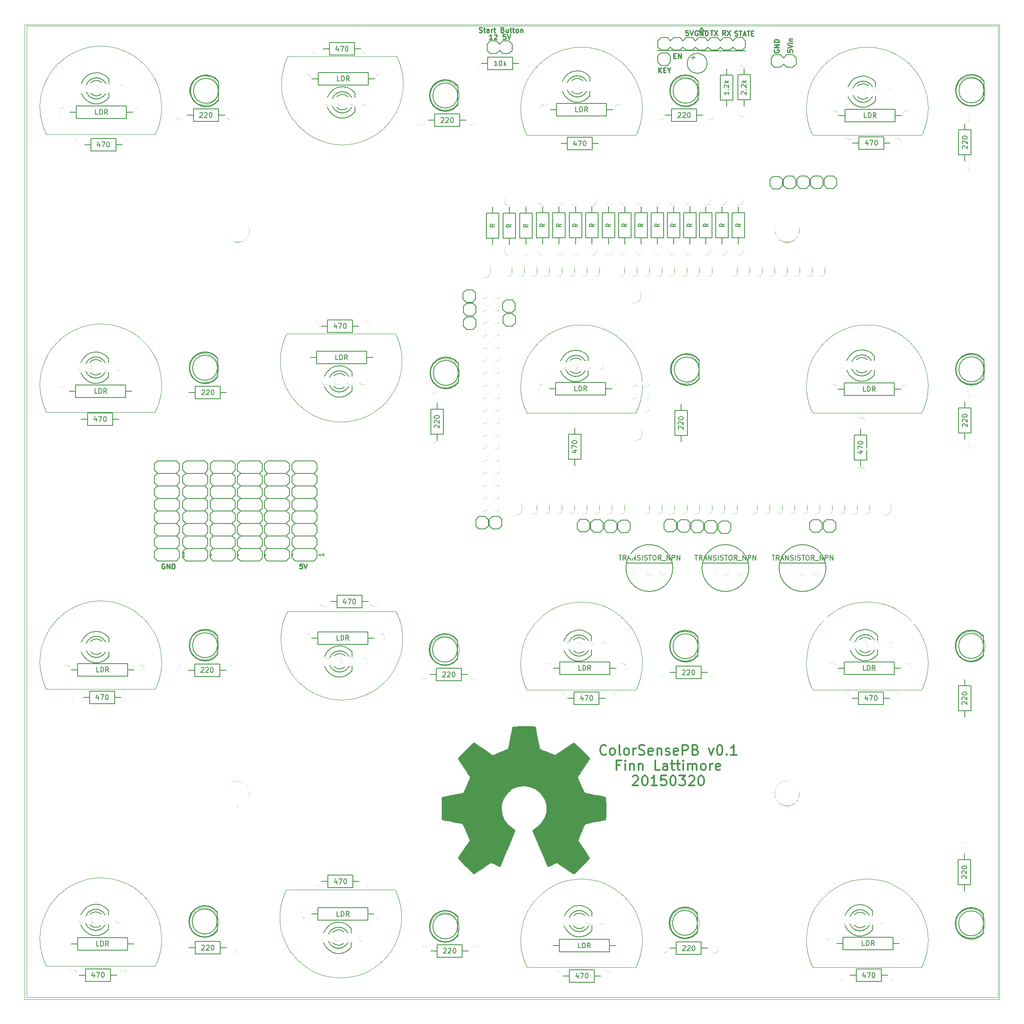
<source format=gto>
%TF.FileFunction,Legend,Top*%
%FSLAX46Y46*%
G04 Gerber Fmt 4.6, Leading zero omitted, Abs format (unit mm)*
G04 Created by KiCad (PCBNEW 0.201502231246+5447~21~ubuntu14.04.1-product) date Sat 21 Mar 2015 19:15:27 AEDT*
%MOMM*%
G01*
G04 APERTURE LIST*
%ADD10C,0.100000*%
%ADD11C,0.250000*%
%ADD12C,0.300000*%
%ADD13C,0.150000*%
%ADD14C,0.203000*%
%ADD15C,0.203200*%
%ADD16C,0.002540*%
%ADD17C,0.152400*%
%ADD18C,0.254000*%
%ADD19C,0.162560*%
%ADD20C,5.000000*%
%ADD21O,1.524000X1.524000*%
%ADD22C,1.524000*%
%ADD23C,1.520000*%
%ADD24C,1.998980*%
%ADD25O,1.524000X2.540000*%
%ADD26C,3.175000*%
%ADD27O,1.168400X1.168400*%
%ADD28O,1.879600X1.879600*%
%ADD29O,1.800000X1.800000*%
%ADD30C,1.000000*%
G04 APERTURE END LIST*
D10*
D11*
X190917581Y41587848D02*
X190917581Y41111657D01*
X191393771Y41064038D01*
X191346152Y41111657D01*
X191298533Y41206895D01*
X191298533Y41444991D01*
X191346152Y41540229D01*
X191393771Y41587848D01*
X191489010Y41635467D01*
X191727105Y41635467D01*
X191822343Y41587848D01*
X191869962Y41540229D01*
X191917581Y41444991D01*
X191917581Y41206895D01*
X191869962Y41111657D01*
X191822343Y41064038D01*
X190917581Y41921181D02*
X191917581Y42254514D01*
X190917581Y42587848D01*
X191917581Y42921181D02*
X191250914Y42921181D01*
X190917581Y42921181D02*
X190965200Y42873562D01*
X191012819Y42921181D01*
X190965200Y42968800D01*
X190917581Y42921181D01*
X191012819Y42921181D01*
X191250914Y43397371D02*
X191917581Y43397371D01*
X191346152Y43397371D02*
X191298533Y43444990D01*
X191250914Y43540228D01*
X191250914Y43683086D01*
X191298533Y43778324D01*
X191393771Y43825943D01*
X191917581Y43825943D01*
X188222000Y41554496D02*
X188174381Y41459258D01*
X188174381Y41316401D01*
X188222000Y41173543D01*
X188317238Y41078305D01*
X188412476Y41030686D01*
X188602952Y40983067D01*
X188745810Y40983067D01*
X188936286Y41030686D01*
X189031524Y41078305D01*
X189126762Y41173543D01*
X189174381Y41316401D01*
X189174381Y41411639D01*
X189126762Y41554496D01*
X189079143Y41602115D01*
X188745810Y41602115D01*
X188745810Y41411639D01*
X189174381Y42030686D02*
X188174381Y42030686D01*
X189174381Y42602115D01*
X188174381Y42602115D01*
X189174381Y43078305D02*
X188174381Y43078305D01*
X188174381Y43316400D01*
X188222000Y43459258D01*
X188317238Y43554496D01*
X188412476Y43602115D01*
X188602952Y43649734D01*
X188745810Y43649734D01*
X188936286Y43602115D01*
X189031524Y43554496D01*
X189126762Y43459258D01*
X189174381Y43316400D01*
X189174381Y43078305D01*
D10*
X36499800Y46431200D02*
X233629200Y46431200D01*
X36499800Y-150774400D02*
X36499800Y46431200D01*
X233629200Y-150774400D02*
X36499800Y-150774400D01*
X233629200Y46431200D02*
X233629200Y-150774400D01*
X81462728Y-108476957D02*
X81655262Y-109430608D01*
X80937673Y-107698199D02*
X81462728Y-108476957D01*
X80158912Y-107173141D02*
X80937673Y-107698199D01*
X79205260Y-106980609D02*
X80158912Y-107173141D01*
X78251612Y-107173141D02*
X79205260Y-106980609D01*
X77472848Y-107698199D02*
X78251612Y-107173141D01*
X76947796Y-108476957D02*
X77472848Y-107698199D01*
X76755261Y-109430608D02*
X76947796Y-108476957D01*
X76947796Y-110384260D02*
X76755261Y-109430608D01*
X77472848Y-111163021D02*
X76947796Y-110384260D01*
X78251612Y-111688076D02*
X77472848Y-111163021D01*
X79205260Y-111880608D02*
X78251612Y-111688076D01*
X80158912Y-111688076D02*
X79205260Y-111880608D01*
X80937673Y-111163021D02*
X80158912Y-111688076D01*
X81462728Y-110384260D02*
X80937673Y-111163021D01*
X81655262Y-109430608D02*
X81462728Y-110384260D01*
X193195123Y-108936847D02*
X193244879Y-109430608D01*
X193052347Y-108476957D02*
X193195123Y-108936847D01*
X192826457Y-108060792D02*
X193052347Y-108476957D01*
X192527301Y-107698199D02*
X192826457Y-108060792D01*
X192164702Y-107399029D02*
X192527301Y-107698199D01*
X191748537Y-107173141D02*
X192164702Y-107399029D01*
X191288656Y-107030385D02*
X191748537Y-107173141D01*
X190794880Y-106980609D02*
X191288656Y-107030385D01*
X190301132Y-107030385D02*
X190794880Y-106980609D01*
X189841251Y-107173141D02*
X190301132Y-107030385D01*
X189425086Y-107399029D02*
X189841251Y-107173141D01*
X189062487Y-107698199D02*
X189425086Y-107399029D01*
X188763303Y-108060792D02*
X189062487Y-107698199D01*
X188537413Y-108476957D02*
X188763303Y-108060792D01*
X188394665Y-108936847D02*
X188537413Y-108476957D01*
X188344881Y-109430608D02*
X188394665Y-108936847D01*
X188394665Y-109924370D02*
X188344881Y-109430608D01*
X188537413Y-110384260D02*
X188394665Y-109924370D01*
X188763303Y-110800428D02*
X188537413Y-110384260D01*
X189062487Y-111163021D02*
X188763303Y-110800428D01*
X189425086Y-111462188D02*
X189062487Y-111163021D01*
X189841251Y-111688076D02*
X189425086Y-111462188D01*
X190301132Y-111830832D02*
X189841251Y-111688076D01*
X190794880Y-111880608D02*
X190301132Y-111830832D01*
X191288656Y-111830832D02*
X190794880Y-111880608D01*
X191748537Y-111688076D02*
X191288656Y-111830832D01*
X192164702Y-111462188D02*
X191748537Y-111688076D01*
X192527301Y-111163021D02*
X192164702Y-111462188D01*
X192826457Y-110800428D02*
X192527301Y-111163021D01*
X193052347Y-110384260D02*
X192826457Y-110800428D01*
X193195123Y-109924370D02*
X193052347Y-110384260D01*
X193244879Y-109430608D02*
X193195123Y-109924370D01*
X81462728Y5902568D02*
X81655262Y4948916D01*
X80937673Y6681326D02*
X81462728Y5902568D01*
X80158912Y7206383D02*
X80937673Y6681326D01*
X79205260Y7398915D02*
X80158912Y7206383D01*
X78251612Y7206383D02*
X79205260Y7398915D01*
X77472848Y6681326D02*
X78251612Y7206383D01*
X76947796Y5902568D02*
X77472848Y6681326D01*
X76755261Y4948916D02*
X76947796Y5902568D01*
X76947796Y3995265D02*
X76755261Y4948916D01*
X77472848Y3216504D02*
X76947796Y3995265D01*
X78251612Y2691449D02*
X77472848Y3216504D01*
X79205260Y2498917D02*
X78251612Y2691449D01*
X80158912Y2691449D02*
X79205260Y2498917D01*
X80937673Y3216504D02*
X80158912Y2691449D01*
X81462728Y3995265D02*
X80937673Y3216504D01*
X81655262Y4948916D02*
X81462728Y3995265D01*
X193195123Y5442678D02*
X193244879Y4948916D01*
X193052347Y5902568D02*
X193195123Y5442678D01*
X192826457Y6318733D02*
X193052347Y5902568D01*
X192527301Y6681326D02*
X192826457Y6318733D01*
X192164702Y6980496D02*
X192527301Y6681326D01*
X191748537Y7206383D02*
X192164702Y6980496D01*
X191288656Y7349140D02*
X191748537Y7206383D01*
X190794880Y7398915D02*
X191288656Y7349140D01*
X190301132Y7349140D02*
X190794880Y7398915D01*
X189841251Y7206383D02*
X190301132Y7349140D01*
X189425086Y6980496D02*
X189841251Y7206383D01*
X189062487Y6681326D02*
X189425086Y6980496D01*
X188763303Y6318733D02*
X189062487Y6681326D01*
X188537413Y5902568D02*
X188763303Y6318733D01*
X188394665Y5442678D02*
X188537413Y5902568D01*
X188344881Y4948916D02*
X188394665Y5442678D01*
X188394665Y4455154D02*
X188344881Y4948916D01*
X188537413Y3995265D02*
X188394665Y4455154D01*
X188763303Y3579097D02*
X188537413Y3995265D01*
X189062487Y3216504D02*
X188763303Y3579097D01*
X189425086Y2917337D02*
X189062487Y3216504D01*
X189841251Y2691449D02*
X189425086Y2917337D01*
X190301132Y2548692D02*
X189841251Y2691449D01*
X190794880Y2498917D02*
X190301132Y2548692D01*
X191288656Y2548692D02*
X190794880Y2498917D01*
X191748537Y2691449D02*
X191288656Y2548692D01*
X192164702Y2917337D02*
X191748537Y2691449D01*
X192527301Y3216504D02*
X192164702Y2917337D01*
X192826457Y3579097D02*
X192527301Y3216504D01*
X193052347Y3995265D02*
X192826457Y3579097D01*
X193195123Y4455154D02*
X193052347Y3995265D01*
X193244879Y4948916D02*
X193195123Y4455154D01*
X36050068Y34340401D02*
X36050068Y46709148D01*
X36050068Y21971650D02*
X36050068Y34340401D01*
X36050068Y9602897D02*
X36050068Y21971650D01*
X36050068Y-2765853D02*
X36050068Y9602897D01*
X36050068Y-15134603D02*
X36050068Y-2765853D01*
X36050068Y-27503350D02*
X36050068Y-15134603D01*
X36050068Y-39872100D02*
X36050068Y-27503350D01*
X36050068Y-52240853D02*
X36050068Y-39872100D01*
X36050068Y-64609600D02*
X36050068Y-52240853D01*
X36050068Y-76978351D02*
X36050068Y-64609600D01*
X36050068Y-89347104D02*
X36050068Y-76978351D01*
X36050068Y-101715851D02*
X36050068Y-89347104D01*
X36050068Y-114084601D02*
X36050068Y-101715851D01*
X36050068Y-126453357D02*
X36050068Y-114084601D01*
X36050068Y-138822113D02*
X36050068Y-126453357D01*
X36050068Y-151190840D02*
X36050068Y-138822113D01*
X48418815Y-151190840D02*
X36050068Y-151190840D01*
X60787565Y-151190840D02*
X48418815Y-151190840D01*
X73156304Y-151190840D02*
X60787565Y-151190840D01*
X85525060Y-151190840D02*
X73156304Y-151190840D01*
X97893815Y-151190840D02*
X85525060Y-151190840D01*
X110262571Y-151190840D02*
X97893815Y-151190840D01*
X122631299Y-151190840D02*
X110262571Y-151190840D01*
X135000055Y-151190840D02*
X122631299Y-151190840D01*
X147368810Y-151190840D02*
X135000055Y-151190840D01*
X159737566Y-151190840D02*
X147368810Y-151190840D01*
X172106322Y-151190840D02*
X159737566Y-151190840D01*
X184475078Y-151190840D02*
X172106322Y-151190840D01*
X196843805Y-151190840D02*
X184475078Y-151190840D01*
X209212561Y-151190840D02*
X196843805Y-151190840D01*
X221581317Y-151190840D02*
X209212561Y-151190840D01*
X233950073Y-151190840D02*
X221581317Y-151190840D01*
X233950073Y-138822113D02*
X233950073Y-151190840D01*
X233950073Y-126453357D02*
X233950073Y-138822113D01*
X233950073Y-114084601D02*
X233950073Y-126453357D01*
X233950073Y-101715851D02*
X233950073Y-114084601D01*
X233950073Y-89347104D02*
X233950073Y-101715851D01*
X233950073Y-76978351D02*
X233950073Y-89347104D01*
X233950073Y-64609600D02*
X233950073Y-76978351D01*
X233950073Y-52240853D02*
X233950073Y-64609600D01*
X233950073Y-39872100D02*
X233950073Y-52240853D01*
X233950073Y-27503350D02*
X233950073Y-39872100D01*
X233950073Y-15134603D02*
X233950073Y-27503350D01*
X233950073Y-2765853D02*
X233950073Y-15134603D01*
X233950073Y9602897D02*
X233950073Y-2765853D01*
X233950073Y21971650D02*
X233950073Y9602897D01*
X233950073Y34340401D02*
X233950073Y21971650D01*
X233950073Y46709148D02*
X233950073Y34340401D01*
X221581317Y46709148D02*
X233950073Y46709148D01*
X209212561Y46709148D02*
X221581317Y46709148D01*
X196843805Y46709148D02*
X209212561Y46709148D01*
X184475078Y46709148D02*
X196843805Y46709148D01*
X172106322Y46709148D02*
X184475078Y46709148D01*
X159737566Y46709148D02*
X172106322Y46709148D01*
X147368810Y46709148D02*
X159737566Y46709148D01*
X135000055Y46709148D02*
X147368810Y46709148D01*
X122631299Y46709148D02*
X135000055Y46709148D01*
X110262571Y46709148D02*
X122631299Y46709148D01*
X97893815Y46709148D02*
X110262571Y46709148D01*
X85525060Y46709148D02*
X97893815Y46709148D01*
X73156304Y46709148D02*
X85525060Y46709148D01*
X60787565Y46709148D02*
X73156304Y46709148D01*
X48418815Y46709148D02*
X60787565Y46709148D01*
X36050068Y46709148D02*
X48418815Y46709148D01*
X72140400Y36270816D02*
X72442022Y36286028D01*
X71847493Y36226112D02*
X72140400Y36270816D01*
X71564785Y36153423D02*
X71847493Y36226112D01*
X71293744Y36054222D02*
X71564785Y36153423D01*
X71035870Y35929999D02*
X71293744Y36054222D01*
X70792642Y35782233D02*
X71035870Y35929999D01*
X70565546Y35612411D02*
X70792642Y35782233D01*
X70356067Y35422010D02*
X70565546Y35612411D01*
X70165666Y35212519D02*
X70356067Y35422010D01*
X69995833Y34985421D02*
X70165666Y35212519D01*
X69848075Y34742193D02*
X69995833Y34985421D01*
X69723852Y34484321D02*
X69848075Y34742193D01*
X69624657Y34213286D02*
X69723852Y34484321D01*
X69551956Y33930576D02*
X69624657Y34213286D01*
X69507252Y33637668D02*
X69551956Y33930576D01*
X69492097Y33336046D02*
X69507252Y33637668D01*
X69507252Y33034427D02*
X69492097Y33336046D01*
X69551956Y32741520D02*
X69507252Y33034427D01*
X69624657Y32458809D02*
X69551956Y32741520D01*
X69723852Y32187774D02*
X69624657Y32458809D01*
X69848075Y31929902D02*
X69723852Y32187774D01*
X69995833Y31686675D02*
X69848075Y31929902D01*
X70165666Y31459573D02*
X69995833Y31686675D01*
X70356067Y31250082D02*
X70165666Y31459573D01*
X70565546Y31059684D02*
X70356067Y31250082D01*
X70792642Y30889860D02*
X70565546Y31059684D01*
X71035870Y30742097D02*
X70792642Y30889860D01*
X71293744Y30617874D02*
X71035870Y30742097D01*
X71564785Y30518673D02*
X71293744Y30617874D01*
X71847493Y30445981D02*
X71564785Y30518673D01*
X72140400Y30401277D02*
X71847493Y30445981D01*
X72442022Y30386065D02*
X72140400Y30401277D01*
X72743647Y30401277D02*
X72442022Y30386065D01*
X73036554Y30445981D02*
X72743647Y30401277D01*
X73319262Y30518673D02*
X73036554Y30445981D01*
X73590302Y30617874D02*
X73319262Y30518673D01*
X73848177Y30742097D02*
X73590302Y30617874D01*
X74091405Y30889860D02*
X73848177Y30742097D01*
X74318498Y31059684D02*
X74091405Y30889860D01*
X74527997Y31250082D02*
X74318498Y31059684D01*
X74718378Y31459573D02*
X74527997Y31250082D01*
X74888214Y31686675D02*
X74718378Y31459573D01*
X75035969Y31929902D02*
X74888214Y31686675D01*
X75160195Y32187774D02*
X75035969Y31929902D01*
X75259390Y32458809D02*
X75160195Y32187774D01*
X75332090Y32741520D02*
X75259390Y32458809D01*
X75376794Y33034427D02*
X75332090Y32741520D01*
X75391950Y33336046D02*
X75376794Y33034427D01*
X75376794Y33637668D02*
X75391950Y33336046D01*
X75332090Y33930576D02*
X75376794Y33637668D01*
X75259390Y34213286D02*
X75332090Y33930576D01*
X75160195Y34484321D02*
X75259390Y34213286D01*
X75035969Y34742193D02*
X75160195Y34484321D01*
X74888214Y34985421D02*
X75035969Y34742193D01*
X74718378Y35212519D02*
X74888214Y34985421D01*
X74527997Y35422010D02*
X74718378Y35212519D01*
X74318498Y35612411D02*
X74527997Y35422010D01*
X74091405Y35782233D02*
X74318498Y35612411D01*
X73848177Y35929999D02*
X74091405Y35782233D01*
X73590302Y36054222D02*
X73848177Y35929999D01*
X73319262Y36153423D02*
X73590302Y36054222D01*
X73036554Y36226112D02*
X73319262Y36153423D01*
X72743647Y36270816D02*
X73036554Y36226112D01*
X72442022Y36286028D02*
X72743647Y36270816D01*
X39126842Y29962825D02*
X39126856Y29962825D01*
X39132486Y29589332D02*
X39126842Y29962825D01*
X39149295Y29218723D02*
X39132486Y29589332D01*
X39177083Y28851137D02*
X39149295Y29218723D01*
X39215663Y28486706D02*
X39177083Y28851137D01*
X39264851Y28125575D02*
X39215663Y28486706D01*
X39324460Y27767872D02*
X39264851Y28125575D01*
X39394304Y27413743D02*
X39324460Y27767872D01*
X39474197Y27063321D02*
X39394304Y27413743D01*
X39563954Y26716744D02*
X39474197Y27063321D01*
X39663387Y26374152D02*
X39563954Y26716744D01*
X39772313Y26035677D02*
X39663387Y26374152D01*
X39890544Y25701461D02*
X39772313Y26035677D01*
X40017895Y25371642D02*
X39890544Y25701461D01*
X40154180Y25046353D02*
X40017895Y25371642D01*
X40299212Y24725734D02*
X40154180Y25046353D01*
X40452806Y24409922D02*
X40299212Y24725734D01*
X41831935Y24409922D02*
X40452806Y24409922D01*
X43211063Y24409922D02*
X41831935Y24409922D01*
X44590191Y24409922D02*
X43211063Y24409922D01*
X45969319Y24409922D02*
X44590191Y24409922D01*
X47348447Y24409922D02*
X45969319Y24409922D01*
X48727575Y24409922D02*
X47348447Y24409922D01*
X50106704Y24409922D02*
X48727575Y24409922D01*
X51485832Y24409922D02*
X50106704Y24409922D01*
X52864960Y24409922D02*
X51485832Y24409922D01*
X54244088Y24409922D02*
X52864960Y24409922D01*
X55623216Y24409922D02*
X54244088Y24409922D01*
X57002344Y24409922D02*
X55623216Y24409922D01*
X58381473Y24409922D02*
X57002344Y24409922D01*
X59760601Y24409922D02*
X58381473Y24409922D01*
X61139730Y24409922D02*
X59760601Y24409922D01*
X62518857Y24409922D02*
X61139730Y24409922D01*
X62672248Y24725672D02*
X62518857Y24409922D01*
X62816870Y25046257D02*
X62672248Y24725672D01*
X62952571Y25371538D02*
X62816870Y25046257D01*
X63079190Y25701373D02*
X62952571Y25371538D01*
X63196572Y26035621D02*
X63079190Y25701373D01*
X63304564Y26374135D02*
X63196572Y26035621D01*
X63403012Y26716775D02*
X63304564Y26374135D01*
X63491753Y27063403D02*
X63403012Y26716775D01*
X63570640Y27413872D02*
X63491753Y27063403D01*
X63639514Y27768044D02*
X63570640Y27413872D01*
X63698219Y28125772D02*
X63639514Y27768044D01*
X63746597Y28486918D02*
X63698219Y28125772D01*
X63784497Y28851338D02*
X63746597Y28486918D01*
X63811760Y29218890D02*
X63784497Y28851338D01*
X63828241Y29589433D02*
X63811760Y29218890D01*
X63833773Y29962825D02*
X63828241Y29589433D01*
X63769985Y31227118D02*
X63833773Y29962825D01*
X63582759Y32454923D02*
X63769985Y31227118D01*
X63278312Y33640016D02*
X63582759Y32454923D01*
X62862855Y34776184D02*
X63278312Y33640016D01*
X62342604Y35857202D02*
X62862855Y34776184D01*
X61723770Y36876851D02*
X62342604Y35857202D01*
X61012564Y37828911D02*
X61723770Y36876851D01*
X60215205Y38707164D02*
X61012564Y37828911D01*
X59337903Y39505384D02*
X60215205Y38707164D01*
X58386871Y40217361D02*
X59337903Y39505384D01*
X57368324Y40836864D02*
X58386871Y40217361D01*
X56288474Y41357679D02*
X57368324Y40836864D01*
X55153535Y41773585D02*
X56288474Y41357679D01*
X53969719Y42078362D02*
X55153535Y41773585D01*
X52743242Y42265789D02*
X53969719Y42078362D01*
X51480315Y42329647D02*
X52743242Y42265789D01*
X50217388Y42265789D02*
X51480315Y42329647D01*
X48990910Y42078362D02*
X50217388Y42265789D01*
X47807095Y41773585D02*
X48990910Y42078362D01*
X46672156Y41357679D02*
X47807095Y41773585D01*
X45592306Y40836864D02*
X46672156Y41357679D01*
X44573758Y40217361D02*
X45592306Y40836864D01*
X43622727Y39505384D02*
X44573758Y40217361D01*
X42745424Y38707164D02*
X43622727Y39505384D01*
X41948064Y37828911D02*
X42745424Y38707164D01*
X41236860Y36876851D02*
X41948064Y37828911D01*
X40618026Y35857202D02*
X41236860Y36876851D01*
X40097773Y34776184D02*
X40618026Y35857202D01*
X39682317Y33640016D02*
X40097773Y34776184D01*
X39377869Y32454923D02*
X39682317Y33640016D01*
X39190645Y31227118D02*
X39377869Y32454923D01*
X39126856Y29962825D02*
X39190645Y31227118D01*
X121013909Y35238193D02*
X121315531Y35253405D01*
X120721001Y35193489D02*
X121013909Y35238193D01*
X120438294Y35120800D02*
X120721001Y35193489D01*
X120167253Y35021599D02*
X120438294Y35120800D01*
X119909378Y34897376D02*
X120167253Y35021599D01*
X119666151Y34749610D02*
X119909378Y34897376D01*
X119439055Y34579788D02*
X119666151Y34749610D01*
X119229576Y34389390D02*
X119439055Y34579788D01*
X119039174Y34179896D02*
X119229576Y34389390D01*
X118869339Y33952798D02*
X119039174Y34179896D01*
X118721584Y33709570D02*
X118869339Y33952798D01*
X118597361Y33451698D02*
X118721584Y33709570D01*
X118498163Y33180663D02*
X118597361Y33451698D01*
X118425465Y32897953D02*
X118498163Y33180663D01*
X118380761Y32605045D02*
X118425465Y32897953D01*
X118365606Y32303423D02*
X118380761Y32605045D01*
X118380761Y32001804D02*
X118365606Y32303423D01*
X118425465Y31708897D02*
X118380761Y32001804D01*
X118498163Y31426186D02*
X118425465Y31708897D01*
X118597361Y31155151D02*
X118498163Y31426186D01*
X118721584Y30897279D02*
X118597361Y31155151D01*
X118869339Y30654052D02*
X118721584Y30897279D01*
X119039174Y30426950D02*
X118869339Y30654052D01*
X119229576Y30217460D02*
X119039174Y30426950D01*
X119439055Y30027061D02*
X119229576Y30217460D01*
X119666151Y29857237D02*
X119439055Y30027061D01*
X119909378Y29709474D02*
X119666151Y29857237D01*
X120167253Y29585251D02*
X119909378Y29709474D01*
X120438294Y29486050D02*
X120167253Y29585251D01*
X120721001Y29413358D02*
X120438294Y29486050D01*
X121013909Y29368654D02*
X120721001Y29413358D01*
X121315531Y29353414D02*
X121013909Y29368654D01*
X121617156Y29368654D02*
X121315531Y29353414D01*
X121910063Y29413358D02*
X121617156Y29368654D01*
X122192771Y29486050D02*
X121910063Y29413358D01*
X122463811Y29585251D02*
X122192771Y29486050D01*
X122721686Y29709474D02*
X122463811Y29585251D01*
X122964914Y29857237D02*
X122721686Y29709474D01*
X123192007Y30027061D02*
X122964914Y29857237D01*
X123401506Y30217460D02*
X123192007Y30027061D01*
X123591887Y30426950D02*
X123401506Y30217460D01*
X123761723Y30654052D02*
X123591887Y30426950D01*
X123909478Y30897279D02*
X123761723Y30654052D01*
X124033703Y31155151D02*
X123909478Y30897279D01*
X124132899Y31426186D02*
X124033703Y31155151D01*
X124205599Y31708897D02*
X124132899Y31426186D01*
X124250303Y32001804D02*
X124205599Y31708897D01*
X124265459Y32303423D02*
X124250303Y32001804D01*
X124250303Y32605045D02*
X124265459Y32303423D01*
X124205599Y32897953D02*
X124250303Y32605045D01*
X124132899Y33180663D02*
X124205599Y32897953D01*
X124033703Y33451698D02*
X124132899Y33180663D01*
X123909478Y33709570D02*
X124033703Y33451698D01*
X123761723Y33952798D02*
X123909478Y33709570D01*
X123591887Y34179896D02*
X123761723Y33952798D01*
X123401506Y34389390D02*
X123591887Y34179896D01*
X123192007Y34579788D02*
X123401506Y34389390D01*
X122964914Y34749610D02*
X123192007Y34579788D01*
X122721686Y34897376D02*
X122964914Y34749610D01*
X122463811Y35021599D02*
X122721686Y34897376D01*
X122192771Y35120800D02*
X122463811Y35021599D01*
X121910063Y35193489D02*
X122192771Y35120800D01*
X121617156Y35238193D02*
X121910063Y35193489D01*
X121315531Y35253405D02*
X121617156Y35238193D01*
X88157609Y34686299D02*
X88157645Y34686299D01*
X88163253Y35059792D02*
X88157609Y34686299D01*
X88180074Y35430400D02*
X88163253Y35059792D01*
X88207873Y35797986D02*
X88180074Y35430400D01*
X88246452Y36162417D02*
X88207873Y35797986D01*
X88295641Y36523549D02*
X88246452Y36162417D01*
X88355249Y36881251D02*
X88295641Y36523549D01*
X88425093Y37235381D02*
X88355249Y36881251D01*
X88504988Y37585802D02*
X88425093Y37235381D01*
X88594743Y37932379D02*
X88504988Y37585802D01*
X88694178Y38274972D02*
X88594743Y37932379D01*
X88803102Y38613447D02*
X88694178Y38274972D01*
X88921333Y38947663D02*
X88803102Y38613447D01*
X89048686Y39277482D02*
X88921333Y38947663D01*
X89184968Y39602771D02*
X89048686Y39277482D01*
X89330002Y39923389D02*
X89184968Y39602771D01*
X89483596Y40239202D02*
X89330002Y39923389D01*
X90862723Y40239202D02*
X89483596Y40239202D01*
X92241853Y40239202D02*
X90862723Y40239202D01*
X93620979Y40239202D02*
X92241853Y40239202D01*
X95000109Y40239202D02*
X93620979Y40239202D01*
X96379236Y40239202D02*
X95000109Y40239202D01*
X97758366Y40239202D02*
X96379236Y40239202D01*
X99137493Y40239202D02*
X97758366Y40239202D01*
X100516622Y40239202D02*
X99137493Y40239202D01*
X101895749Y40239202D02*
X100516622Y40239202D01*
X103274879Y40239202D02*
X101895749Y40239202D01*
X104654006Y40239202D02*
X103274879Y40239202D01*
X106033135Y40239202D02*
X104654006Y40239202D01*
X107412262Y40239202D02*
X106033135Y40239202D01*
X108791392Y40239202D02*
X107412262Y40239202D01*
X110170519Y40239202D02*
X108791392Y40239202D01*
X111549648Y40239202D02*
X110170519Y40239202D01*
X111703039Y39923452D02*
X111549648Y40239202D01*
X111847661Y39602867D02*
X111703039Y39923452D01*
X111983362Y39277586D02*
X111847661Y39602867D01*
X112109978Y38947750D02*
X111983362Y39277586D01*
X112227363Y38613503D02*
X112109978Y38947750D01*
X112335355Y38274989D02*
X112227363Y38613503D01*
X112433803Y37932348D02*
X112335355Y38274989D01*
X112522548Y37585720D02*
X112433803Y37932348D01*
X112601431Y37235251D02*
X112522548Y37585720D01*
X112670305Y36881079D02*
X112601431Y37235251D01*
X112729010Y36523351D02*
X112670305Y36881079D01*
X112777389Y36162205D02*
X112729010Y36523351D01*
X112815288Y35797786D02*
X112777389Y36162205D01*
X112842551Y35430234D02*
X112815288Y35797786D01*
X112859033Y35059690D02*
X112842551Y35430234D01*
X112864564Y34686299D02*
X112859033Y35059690D01*
X112800776Y33422005D02*
X112864564Y34686299D01*
X112613550Y32194200D02*
X112800776Y33422005D01*
X112309103Y31009107D02*
X112613550Y32194200D01*
X111893646Y29872940D02*
X112309103Y31009107D01*
X111373395Y28791921D02*
X111893646Y29872940D01*
X110754561Y27772272D02*
X111373395Y28791921D01*
X110043355Y26820212D02*
X110754561Y27772272D01*
X109245995Y25941959D02*
X110043355Y26820212D01*
X108368694Y25143739D02*
X109245995Y25941959D01*
X107417661Y24431763D02*
X108368694Y25143739D01*
X106399113Y23812260D02*
X107417661Y24431763D01*
X105319263Y23291444D02*
X106399113Y23812260D01*
X104184326Y22875539D02*
X105319263Y23291444D01*
X103000511Y22570761D02*
X104184326Y22875539D01*
X101774032Y22383335D02*
X103000511Y22570761D01*
X100511105Y22319476D02*
X101774032Y22383335D01*
X99248177Y22383335D02*
X100511105Y22319476D01*
X98021699Y22570761D02*
X99248177Y22383335D01*
X96837884Y22875539D02*
X98021699Y22570761D01*
X95702947Y23291444D02*
X96837884Y22875539D01*
X94623097Y23812260D02*
X95702947Y23291444D01*
X93604548Y24431763D02*
X94623097Y23812260D01*
X92653516Y25143739D02*
X93604548Y24431763D01*
X91776214Y25941959D02*
X92653516Y25143739D01*
X90978855Y26820212D02*
X91776214Y25941959D01*
X90267649Y27772272D02*
X90978855Y26820212D01*
X89648815Y28791921D02*
X90267649Y27772272D01*
X89128563Y29872940D02*
X89648815Y28791921D01*
X88713107Y31009107D02*
X89128563Y29872940D01*
X88408660Y32194203D02*
X88713107Y31009107D01*
X88221433Y33422005D02*
X88408660Y32194203D01*
X88157645Y34686299D02*
X88221433Y33422005D01*
X169708404Y36064144D02*
X170010026Y36079384D01*
X169415497Y36019440D02*
X169708404Y36064144D01*
X169132789Y35946751D02*
X169415497Y36019440D01*
X168861748Y35847550D02*
X169132789Y35946751D01*
X168603874Y35723327D02*
X168861748Y35847550D01*
X168360646Y35575561D02*
X168603874Y35723327D01*
X168133550Y35405740D02*
X168360646Y35575561D01*
X167924071Y35215339D02*
X168133550Y35405740D01*
X167733670Y35005848D02*
X167924071Y35215339D01*
X167563834Y34778749D02*
X167733670Y35005848D01*
X167416079Y34535522D02*
X167563834Y34778749D01*
X167291853Y34277650D02*
X167416079Y34535522D01*
X167192658Y34006615D02*
X167291853Y34277650D01*
X167119960Y33723904D02*
X167192658Y34006615D01*
X167075256Y33430997D02*
X167119960Y33723904D01*
X167060101Y33129375D02*
X167075256Y33430997D01*
X167075256Y32827755D02*
X167060101Y33129375D01*
X167119960Y32534848D02*
X167075256Y32827755D01*
X167192658Y32252138D02*
X167119960Y32534848D01*
X167291853Y31981103D02*
X167192658Y32252138D01*
X167416079Y31723231D02*
X167291853Y31981103D01*
X167563834Y31480003D02*
X167416079Y31723231D01*
X167733670Y31252902D02*
X167563834Y31480003D01*
X167924071Y31043411D02*
X167733670Y31252902D01*
X168133550Y30853013D02*
X167924071Y31043411D01*
X168360646Y30683188D02*
X168133550Y30853013D01*
X168603874Y30535425D02*
X168360646Y30683188D01*
X168861748Y30411202D02*
X168603874Y30535425D01*
X169132789Y30312001D02*
X168861748Y30411202D01*
X169415497Y30239309D02*
X169132789Y30312001D01*
X169708404Y30194605D02*
X169415497Y30239309D01*
X170010026Y30179365D02*
X169708404Y30194605D01*
X170311651Y30194605D02*
X170010026Y30179365D01*
X170604558Y30239309D02*
X170311651Y30194605D01*
X170887263Y30312001D02*
X170604558Y30239309D01*
X171158306Y30411202D02*
X170887263Y30312001D01*
X171416181Y30535425D02*
X171158306Y30411202D01*
X171659409Y30683188D02*
X171416181Y30535425D01*
X171886502Y30853013D02*
X171659409Y30683188D01*
X172096001Y31043411D02*
X171886502Y30853013D01*
X172286382Y31252902D02*
X172096001Y31043411D01*
X172456218Y31480003D02*
X172286382Y31252902D01*
X172603973Y31723231D02*
X172456218Y31480003D01*
X172728199Y31981103D02*
X172603973Y31723231D01*
X172827394Y32252138D02*
X172728199Y31981103D01*
X172900094Y32534848D02*
X172827394Y32252138D01*
X172944798Y32827755D02*
X172900094Y32534848D01*
X172959954Y33129375D02*
X172944798Y32827755D01*
X172944798Y33430997D02*
X172959954Y33129375D01*
X172900094Y33723904D02*
X172944798Y33430997D01*
X172827394Y34006615D02*
X172900094Y33723904D01*
X172728199Y34277650D02*
X172827394Y34006615D01*
X172603973Y34535522D02*
X172728199Y34277650D01*
X172456218Y34778749D02*
X172603973Y34535522D01*
X172286382Y35005848D02*
X172456218Y34778749D01*
X172096001Y35215339D02*
X172286382Y35005848D01*
X171886502Y35405740D02*
X172096001Y35215339D01*
X171659409Y35575561D02*
X171886502Y35405740D01*
X171416181Y35723327D02*
X171659409Y35575561D01*
X171158306Y35847550D02*
X171416181Y35723327D01*
X170887263Y35946751D02*
X171158306Y35847550D01*
X170604558Y36019440D02*
X170887263Y35946751D01*
X170311651Y36064144D02*
X170604558Y36019440D01*
X170010026Y36079384D02*
X170311651Y36064144D01*
X136694850Y29756210D02*
X136694886Y29756210D01*
X136700494Y29382717D02*
X136694850Y29756210D01*
X136717315Y29012108D02*
X136700494Y29382717D01*
X136745114Y28644522D02*
X136717315Y29012108D01*
X136783693Y28280092D02*
X136745114Y28644522D01*
X136832882Y27918960D02*
X136783693Y28280092D01*
X136892490Y27561257D02*
X136832882Y27918960D01*
X136962334Y27207128D02*
X136892490Y27561257D01*
X137042229Y26856707D02*
X136962334Y27207128D01*
X137131984Y26510129D02*
X137042229Y26856707D01*
X137231419Y26167537D02*
X137131984Y26510129D01*
X137340343Y25829062D02*
X137231419Y26167537D01*
X137458574Y25494846D02*
X137340343Y25829062D01*
X137585927Y25165027D02*
X137458574Y25494846D01*
X137722209Y24839738D02*
X137585927Y25165027D01*
X137867243Y24519119D02*
X137722209Y24839738D01*
X138020837Y24203307D02*
X137867243Y24519119D01*
X139399964Y24203307D02*
X138020837Y24203307D01*
X140779094Y24203307D02*
X139399964Y24203307D01*
X142158223Y24203307D02*
X140779094Y24203307D01*
X143537350Y24203307D02*
X142158223Y24203307D01*
X144916477Y24203307D02*
X143537350Y24203307D01*
X146295607Y24203307D02*
X144916477Y24203307D01*
X147674736Y24203307D02*
X146295607Y24203307D01*
X149053863Y24203307D02*
X147674736Y24203307D01*
X150432990Y24203307D02*
X149053863Y24203307D01*
X151812120Y24203307D02*
X150432990Y24203307D01*
X153191250Y24203307D02*
X151812120Y24203307D01*
X154570376Y24203307D02*
X153191250Y24203307D01*
X155949506Y24203307D02*
X154570376Y24203307D01*
X157328633Y24203307D02*
X155949506Y24203307D01*
X158707760Y24203307D02*
X157328633Y24203307D01*
X160086889Y24203307D02*
X158707760Y24203307D01*
X160240280Y24519057D02*
X160086889Y24203307D01*
X160384902Y24839642D02*
X160240280Y24519057D01*
X160520603Y25164923D02*
X160384902Y24839642D01*
X160647222Y25494759D02*
X160520603Y25164923D01*
X160764604Y25829006D02*
X160647222Y25494759D01*
X160872596Y26167520D02*
X160764604Y25829006D01*
X160971044Y26510160D02*
X160872596Y26167520D01*
X161059789Y26856788D02*
X160971044Y26510160D01*
X161138672Y27207258D02*
X161059789Y26856788D01*
X161207546Y27561430D02*
X161138672Y27207258D01*
X161266251Y27919158D02*
X161207546Y27561430D01*
X161314630Y28280303D02*
X161266251Y27919158D01*
X161352529Y28644723D02*
X161314630Y28280303D01*
X161379792Y29012275D02*
X161352529Y28644723D01*
X161396274Y29382818D02*
X161379792Y29012275D01*
X161401805Y29756210D02*
X161396274Y29382818D01*
X161338017Y31020503D02*
X161401805Y29756210D01*
X161150791Y32248305D02*
X161338017Y31020503D01*
X160846344Y33433402D02*
X161150791Y32248305D01*
X160430887Y34569569D02*
X160846344Y33433402D01*
X159910636Y35650587D02*
X160430887Y34569569D01*
X159291802Y36670236D02*
X159910636Y35650587D01*
X158580596Y37622296D02*
X159291802Y36670236D01*
X157783236Y38500549D02*
X158580596Y37622296D01*
X156905935Y39298770D02*
X157783236Y38500549D01*
X155954902Y40010746D02*
X156905935Y39298770D01*
X154936354Y40630249D02*
X155954902Y40010746D01*
X153856504Y41151065D02*
X154936354Y40630249D01*
X152721567Y41566970D02*
X153856504Y41151065D01*
X151537752Y41871747D02*
X152721567Y41566970D01*
X150311273Y42059174D02*
X151537752Y41871747D01*
X149048346Y42123032D02*
X150311273Y42059174D01*
X147785418Y42059174D02*
X149048346Y42123032D01*
X146558940Y41871747D02*
X147785418Y42059174D01*
X145375125Y41566970D02*
X146558940Y41871747D01*
X144240188Y41151065D02*
X145375125Y41566970D01*
X143160338Y40630249D02*
X144240188Y41151065D01*
X142141789Y40010746D02*
X143160338Y40630249D01*
X141190757Y39298770D02*
X142141789Y40010746D01*
X140313455Y38500549D02*
X141190757Y39298770D01*
X139516096Y37622296D02*
X140313455Y38500549D01*
X138804890Y36670236D02*
X139516096Y37622296D01*
X138186056Y35650587D02*
X138804890Y36670236D01*
X137665804Y34569569D02*
X138186056Y35650587D01*
X137250348Y33433402D02*
X137665804Y34569569D01*
X136945901Y32248305D02*
X137250348Y33433402D01*
X136758674Y31020503D02*
X136945901Y32248305D01*
X136694886Y29756210D02*
X136758674Y31020503D01*
X194699278Y29756210D02*
X194699314Y29756210D01*
X194704922Y29382717D02*
X194699278Y29756210D01*
X194721742Y29012108D02*
X194704922Y29382717D01*
X194749541Y28644522D02*
X194721742Y29012108D01*
X194788121Y28280092D02*
X194749541Y28644522D01*
X194837310Y27918960D02*
X194788121Y28280092D01*
X194896918Y27561257D02*
X194837310Y27918960D01*
X194966762Y27207128D02*
X194896918Y27561257D01*
X195046656Y26856707D02*
X194966762Y27207128D01*
X195136412Y26510129D02*
X195046656Y26856707D01*
X195235847Y26167537D02*
X195136412Y26510129D01*
X195344771Y25829062D02*
X195235847Y26167537D01*
X195463002Y25494846D02*
X195344771Y25829062D01*
X195590355Y25165027D02*
X195463002Y25494846D01*
X195726637Y24839738D02*
X195590355Y25165027D01*
X195871671Y24519119D02*
X195726637Y24839738D01*
X196025265Y24203307D02*
X195871671Y24519119D01*
X197404395Y24203307D02*
X196025265Y24203307D01*
X198783521Y24203307D02*
X197404395Y24203307D01*
X200162648Y24203307D02*
X198783521Y24203307D01*
X201541778Y24203307D02*
X200162648Y24203307D01*
X202920908Y24203307D02*
X201541778Y24203307D01*
X204300034Y24203307D02*
X202920908Y24203307D01*
X205679164Y24203307D02*
X204300034Y24203307D01*
X207058291Y24203307D02*
X205679164Y24203307D01*
X208437421Y24203307D02*
X207058291Y24203307D01*
X209816548Y24203307D02*
X208437421Y24203307D01*
X211195674Y24203307D02*
X209816548Y24203307D01*
X212574804Y24203307D02*
X211195674Y24203307D01*
X213953934Y24203307D02*
X212574804Y24203307D01*
X215333061Y24203307D02*
X213953934Y24203307D01*
X216712190Y24203307D02*
X215333061Y24203307D01*
X218091317Y24203307D02*
X216712190Y24203307D01*
X218244708Y24519057D02*
X218091317Y24203307D01*
X218389330Y24839642D02*
X218244708Y24519057D01*
X218525031Y25164923D02*
X218389330Y24839642D01*
X218651650Y25494759D02*
X218525031Y25164923D01*
X218769032Y25829006D02*
X218651650Y25494759D01*
X218877024Y26167520D02*
X218769032Y25829006D01*
X218975472Y26510160D02*
X218877024Y26167520D01*
X219064216Y26856788D02*
X218975472Y26510160D01*
X219143100Y27207258D02*
X219064216Y26856788D01*
X219211974Y27561430D02*
X219143100Y27207258D01*
X219270679Y27919158D02*
X219211974Y27561430D01*
X219319057Y28280303D02*
X219270679Y27919158D01*
X219356957Y28644723D02*
X219319057Y28280303D01*
X219384220Y29012275D02*
X219356957Y28644723D01*
X219400701Y29382818D02*
X219384220Y29012275D01*
X219406233Y29756210D02*
X219400701Y29382818D01*
X219342445Y31020503D02*
X219406233Y29756210D01*
X219155219Y32248308D02*
X219342445Y31020503D01*
X218850772Y33433402D02*
X219155219Y32248308D01*
X218435315Y34569569D02*
X218850772Y33433402D01*
X217915064Y35650587D02*
X218435315Y34569569D01*
X217296230Y36670236D02*
X217915064Y35650587D01*
X216585024Y37622296D02*
X217296230Y36670236D01*
X215787664Y38500549D02*
X216585024Y37622296D01*
X214910362Y39298770D02*
X215787664Y38500549D01*
X213959330Y40010746D02*
X214910362Y39298770D01*
X212940781Y40630249D02*
X213959330Y40010746D01*
X211860932Y41151065D02*
X212940781Y40630249D01*
X210725995Y41566970D02*
X211860932Y41151065D01*
X209542180Y41871747D02*
X210725995Y41566970D01*
X208315701Y42059174D02*
X209542180Y41871747D01*
X207052774Y42123032D02*
X208315701Y42059174D01*
X205789846Y42059174D02*
X207052774Y42123032D01*
X204563368Y41871747D02*
X205789846Y42059174D01*
X203379553Y41566970D02*
X204563368Y41871747D01*
X202244616Y41151065D02*
X203379553Y41566970D01*
X201164766Y40630249D02*
X202244616Y41151065D01*
X200146217Y40010746D02*
X201164766Y40630249D01*
X199195185Y39298770D02*
X200146217Y40010746D01*
X198317883Y38500549D02*
X199195185Y39298770D01*
X197520523Y37622296D02*
X198317883Y38500549D01*
X196809318Y36670236D02*
X197520523Y37622296D01*
X196190483Y35650587D02*
X196809318Y36670236D01*
X195670232Y34569569D02*
X196190483Y35650587D01*
X195254776Y33433402D02*
X195670232Y34569569D01*
X194950328Y32248305D02*
X195254776Y33433402D01*
X194763102Y31020503D02*
X194950328Y32248305D01*
X194699314Y29756210D02*
X194763102Y31020503D01*
X227712860Y36064201D02*
X228014485Y36079441D01*
X227419953Y36019497D02*
X227712860Y36064201D01*
X227137248Y35946808D02*
X227419953Y36019497D01*
X226866204Y35847607D02*
X227137248Y35946808D01*
X226608330Y35723384D02*
X226866204Y35847607D01*
X226365105Y35575618D02*
X226608330Y35723384D01*
X226138009Y35405796D02*
X226365105Y35575618D01*
X225928527Y35215395D02*
X226138009Y35405796D01*
X225738128Y35005904D02*
X225928527Y35215395D01*
X225568293Y34778806D02*
X225738128Y35005904D01*
X225420538Y34535578D02*
X225568293Y34778806D01*
X225296312Y34277706D02*
X225420538Y34535578D01*
X225197117Y34006671D02*
X225296312Y34277706D01*
X225124416Y33723961D02*
X225197117Y34006671D01*
X225079715Y33431053D02*
X225124416Y33723961D01*
X225064560Y33129431D02*
X225079715Y33431053D01*
X225079715Y32827812D02*
X225064560Y33129431D01*
X225124416Y32534905D02*
X225079715Y32827812D01*
X225197117Y32252194D02*
X225124416Y32534905D01*
X225296312Y31981159D02*
X225197117Y32252194D01*
X225420538Y31723287D02*
X225296312Y31981159D01*
X225568293Y31480060D02*
X225420538Y31723287D01*
X225738128Y31252958D02*
X225568293Y31480060D01*
X225928527Y31043468D02*
X225738128Y31252958D01*
X226138009Y30853069D02*
X225928527Y31043468D01*
X226365105Y30683245D02*
X226138009Y30853069D01*
X226608330Y30535482D02*
X226365105Y30683245D01*
X226866204Y30411259D02*
X226608330Y30535482D01*
X227137248Y30312058D02*
X226866204Y30411259D01*
X227419953Y30239366D02*
X227137248Y30312058D01*
X227712860Y30194662D02*
X227419953Y30239366D01*
X228014485Y30179422D02*
X227712860Y30194662D01*
X228316107Y30194662D02*
X228014485Y30179422D01*
X228609014Y30239366D02*
X228316107Y30194662D01*
X228891722Y30312058D02*
X228609014Y30239366D01*
X229162762Y30411259D02*
X228891722Y30312058D01*
X229420640Y30535482D02*
X229162762Y30411259D01*
X229663865Y30683245D02*
X229420640Y30535482D01*
X229890961Y30853069D02*
X229663865Y30683245D01*
X230100457Y31043468D02*
X229890961Y30853069D01*
X230290841Y31252958D02*
X230100457Y31043468D01*
X230460677Y31480060D02*
X230290841Y31252958D01*
X230608432Y31723287D02*
X230460677Y31480060D01*
X230732657Y31981159D02*
X230608432Y31723287D01*
X230831853Y32252194D02*
X230732657Y31981159D01*
X230904550Y32534905D02*
X230831853Y32252194D01*
X230949254Y32827812D02*
X230904550Y32534905D01*
X230964410Y33129431D02*
X230949254Y32827812D01*
X230949254Y33431053D02*
X230964410Y33129431D01*
X230904550Y33723961D02*
X230949254Y33431053D01*
X230831853Y34006671D02*
X230904550Y33723961D01*
X230732657Y34277706D02*
X230831853Y34006671D01*
X230608432Y34535578D02*
X230732657Y34277706D01*
X230460677Y34778806D02*
X230608432Y34535578D01*
X230290841Y35005904D02*
X230460677Y34778806D01*
X230100457Y35215395D02*
X230290841Y35005904D01*
X229890961Y35405796D02*
X230100457Y35215395D01*
X229663865Y35575618D02*
X229890961Y35405796D01*
X229420640Y35723384D02*
X229663865Y35575618D01*
X229162762Y35847607D02*
X229420640Y35723384D01*
X228891722Y35946808D02*
X229162762Y35847607D01*
X228609014Y36019497D02*
X228891722Y35946808D01*
X228316107Y36064201D02*
X228609014Y36019497D01*
X228014485Y36079441D02*
X228316107Y36064201D01*
X72140400Y-20100083D02*
X72442022Y-20084871D01*
X71847493Y-20144787D02*
X72140400Y-20100083D01*
X71564785Y-20217476D02*
X71847493Y-20144787D01*
X71293744Y-20316677D02*
X71564785Y-20217476D01*
X71035870Y-20440900D02*
X71293744Y-20316677D01*
X70792642Y-20588666D02*
X71035870Y-20440900D01*
X70565546Y-20758488D02*
X70792642Y-20588666D01*
X70356067Y-20948886D02*
X70565546Y-20758488D01*
X70165666Y-21158380D02*
X70356067Y-20948886D01*
X69995833Y-21385478D02*
X70165666Y-21158380D01*
X69848075Y-21628706D02*
X69995833Y-21385478D01*
X69723852Y-21886578D02*
X69848075Y-21628706D01*
X69624657Y-22157613D02*
X69723852Y-21886578D01*
X69551956Y-22440324D02*
X69624657Y-22157613D01*
X69507252Y-22733231D02*
X69551956Y-22440324D01*
X69492097Y-23034853D02*
X69507252Y-22733231D01*
X69507252Y-23336472D02*
X69492097Y-23034853D01*
X69551956Y-23629379D02*
X69507252Y-23336472D01*
X69624657Y-23912090D02*
X69551956Y-23629379D01*
X69723852Y-24183125D02*
X69624657Y-23912090D01*
X69848075Y-24440997D02*
X69723852Y-24183125D01*
X69995833Y-24684224D02*
X69848075Y-24440997D01*
X70165666Y-24911326D02*
X69995833Y-24684224D01*
X70356067Y-25120817D02*
X70165666Y-24911326D01*
X70565546Y-25311215D02*
X70356067Y-25120817D01*
X70792642Y-25481039D02*
X70565546Y-25311215D01*
X71035870Y-25628802D02*
X70792642Y-25481039D01*
X71293744Y-25753025D02*
X71035870Y-25628802D01*
X71564785Y-25852226D02*
X71293744Y-25753025D01*
X71847493Y-25924918D02*
X71564785Y-25852226D01*
X72140400Y-25969622D02*
X71847493Y-25924918D01*
X72442022Y-25984862D02*
X72140400Y-25969622D01*
X72743647Y-25969622D02*
X72442022Y-25984862D01*
X73036554Y-25924918D02*
X72743647Y-25969622D01*
X73319262Y-25852226D02*
X73036554Y-25924918D01*
X73590302Y-25753025D02*
X73319262Y-25852226D01*
X73848177Y-25628802D02*
X73590302Y-25753025D01*
X74091405Y-25481039D02*
X73848177Y-25628802D01*
X74318498Y-25311215D02*
X74091405Y-25481039D01*
X74527997Y-25120817D02*
X74318498Y-25311215D01*
X74718378Y-24911326D02*
X74527997Y-25120817D01*
X74888214Y-24684224D02*
X74718378Y-24911326D01*
X75035969Y-24440997D02*
X74888214Y-24684224D01*
X75160195Y-24183125D02*
X75035969Y-24440997D01*
X75259390Y-23912090D02*
X75160195Y-24183125D01*
X75332090Y-23629379D02*
X75259390Y-23912090D01*
X75376794Y-23336472D02*
X75332090Y-23629379D01*
X75391950Y-23034853D02*
X75376794Y-23336472D01*
X75376794Y-22733231D02*
X75391950Y-23034853D01*
X75332090Y-22440324D02*
X75376794Y-22733231D01*
X75259390Y-22157613D02*
X75332090Y-22440324D01*
X75160195Y-21886578D02*
X75259390Y-22157613D01*
X75035969Y-21628706D02*
X75160195Y-21886578D01*
X74888214Y-21385478D02*
X75035969Y-21628706D01*
X74718378Y-21158380D02*
X74888214Y-21385478D01*
X74527997Y-20948886D02*
X74718378Y-21158380D01*
X74318498Y-20758488D02*
X74527997Y-20948886D01*
X74091405Y-20588666D02*
X74318498Y-20758488D01*
X73848177Y-20440900D02*
X74091405Y-20588666D01*
X73590302Y-20316677D02*
X73848177Y-20440900D01*
X73319262Y-20217476D02*
X73590302Y-20316677D01*
X73036554Y-20144787D02*
X73319262Y-20217476D01*
X72743647Y-20100083D02*
X73036554Y-20144787D01*
X72442022Y-20084871D02*
X72743647Y-20100083D01*
X39126842Y-26408074D02*
X39126856Y-26408074D01*
X39132486Y-26781567D02*
X39126842Y-26408074D01*
X39149295Y-27152176D02*
X39132486Y-26781567D01*
X39177083Y-27519762D02*
X39149295Y-27152176D01*
X39215663Y-27884193D02*
X39177083Y-27519762D01*
X39264851Y-28245324D02*
X39215663Y-27884193D01*
X39324460Y-28603027D02*
X39264851Y-28245324D01*
X39394304Y-28957156D02*
X39324460Y-28603027D01*
X39474197Y-29307578D02*
X39394304Y-28957156D01*
X39563954Y-29654155D02*
X39474197Y-29307578D01*
X39663387Y-29996747D02*
X39563954Y-29654155D01*
X39772313Y-30335222D02*
X39663387Y-29996747D01*
X39890544Y-30669438D02*
X39772313Y-30335222D01*
X40017895Y-30999257D02*
X39890544Y-30669438D01*
X40154180Y-31324546D02*
X40017895Y-30999257D01*
X40299212Y-31645165D02*
X40154180Y-31324546D01*
X40452806Y-31960977D02*
X40299212Y-31645165D01*
X41831935Y-31960977D02*
X40452806Y-31960977D01*
X43211063Y-31960977D02*
X41831935Y-31960977D01*
X44590191Y-31960977D02*
X43211063Y-31960977D01*
X45969319Y-31960977D02*
X44590191Y-31960977D01*
X47348447Y-31960977D02*
X45969319Y-31960977D01*
X48727575Y-31960977D02*
X47348447Y-31960977D01*
X50106704Y-31960977D02*
X48727575Y-31960977D01*
X51485832Y-31960977D02*
X50106704Y-31960977D01*
X52864960Y-31960977D02*
X51485832Y-31960977D01*
X54244088Y-31960977D02*
X52864960Y-31960977D01*
X55623216Y-31960977D02*
X54244088Y-31960977D01*
X57002344Y-31960977D02*
X55623216Y-31960977D01*
X58381473Y-31960977D02*
X57002344Y-31960977D01*
X59760601Y-31960977D02*
X58381473Y-31960977D01*
X61139730Y-31960977D02*
X59760601Y-31960977D01*
X62518857Y-31960977D02*
X61139730Y-31960977D01*
X62672248Y-31645227D02*
X62518857Y-31960977D01*
X62816870Y-31324642D02*
X62672248Y-31645227D01*
X62952571Y-30999362D02*
X62816870Y-31324642D01*
X63079187Y-30669526D02*
X62952571Y-30999362D01*
X63196572Y-30335279D02*
X63079187Y-30669526D01*
X63304564Y-29996764D02*
X63196572Y-30335279D01*
X63403012Y-29654124D02*
X63304564Y-29996764D01*
X63491753Y-29307496D02*
X63403012Y-29654124D01*
X63570640Y-28957027D02*
X63491753Y-29307496D01*
X63639514Y-28602855D02*
X63570640Y-28957027D01*
X63698219Y-28245127D02*
X63639514Y-28602855D01*
X63746597Y-27883981D02*
X63698219Y-28245127D01*
X63784497Y-27519562D02*
X63746597Y-27883981D01*
X63811760Y-27152009D02*
X63784497Y-27519562D01*
X63828241Y-26781466D02*
X63811760Y-27152009D01*
X63833773Y-26408074D02*
X63828241Y-26781466D01*
X63769985Y-25143781D02*
X63833773Y-26408074D01*
X63582759Y-23915976D02*
X63769985Y-25143781D01*
X63278312Y-22730883D02*
X63582759Y-23915976D01*
X62862855Y-21594715D02*
X63278312Y-22730883D01*
X62342604Y-20513697D02*
X62862855Y-21594715D01*
X61723770Y-19494048D02*
X62342604Y-20513697D01*
X61012564Y-18541988D02*
X61723770Y-19494048D01*
X60215205Y-17663735D02*
X61012564Y-18541988D01*
X59337903Y-16865515D02*
X60215205Y-17663735D01*
X58386871Y-16153538D02*
X59337903Y-16865515D01*
X57368324Y-15534035D02*
X58386871Y-16153538D01*
X56288474Y-15013220D02*
X57368324Y-15534035D01*
X55153535Y-14597314D02*
X56288474Y-15013220D01*
X53969719Y-14292537D02*
X55153535Y-14597314D01*
X52743242Y-14105110D02*
X53969719Y-14292537D01*
X51480315Y-14041252D02*
X52743242Y-14105110D01*
X50217388Y-14105110D02*
X51480315Y-14041252D01*
X48990910Y-14292537D02*
X50217388Y-14105110D01*
X47807095Y-14597314D02*
X48990910Y-14292537D01*
X46672156Y-15013220D02*
X47807095Y-14597314D01*
X45592306Y-15534035D02*
X46672156Y-15013220D01*
X44573758Y-16153538D02*
X45592306Y-15534035D01*
X43622727Y-16865515D02*
X44573758Y-16153538D01*
X42745424Y-17663735D02*
X43622727Y-16865515D01*
X41948064Y-18541988D02*
X42745424Y-17663735D01*
X41236860Y-19494048D02*
X41948064Y-18541988D01*
X40618026Y-20513697D02*
X41236860Y-19494048D01*
X40097773Y-21594715D02*
X40618026Y-20513697D01*
X39682317Y-22730883D02*
X40097773Y-21594715D01*
X39377869Y-23915979D02*
X39682317Y-22730883D01*
X39190645Y-25143781D02*
X39377869Y-23915979D01*
X39126856Y-26408074D02*
X39190645Y-25143781D01*
X121013909Y-21132706D02*
X121315531Y-21117494D01*
X120721001Y-21177410D02*
X121013909Y-21132706D01*
X120438294Y-21250099D02*
X120721001Y-21177410D01*
X120167253Y-21349300D02*
X120438294Y-21250099D01*
X119909378Y-21473523D02*
X120167253Y-21349300D01*
X119666151Y-21621289D02*
X119909378Y-21473523D01*
X119439055Y-21791111D02*
X119666151Y-21621289D01*
X119229576Y-21981512D02*
X119439055Y-21791111D01*
X119039174Y-22191003D02*
X119229576Y-21981512D01*
X118869339Y-22418101D02*
X119039174Y-22191003D01*
X118721584Y-22661329D02*
X118869339Y-22418101D01*
X118597361Y-22919201D02*
X118721584Y-22661329D01*
X118498163Y-23190236D02*
X118597361Y-22919201D01*
X118425465Y-23472946D02*
X118498163Y-23190236D01*
X118380761Y-23765854D02*
X118425465Y-23472946D01*
X118365606Y-24067476D02*
X118380761Y-23765854D01*
X118380761Y-24369095D02*
X118365606Y-24067476D01*
X118425465Y-24662002D02*
X118380761Y-24369095D01*
X118498163Y-24944713D02*
X118425465Y-24662002D01*
X118597361Y-25215748D02*
X118498163Y-24944713D01*
X118721584Y-25473620D02*
X118597361Y-25215748D01*
X118869339Y-25716847D02*
X118721584Y-25473620D01*
X119039174Y-25943949D02*
X118869339Y-25716847D01*
X119229576Y-26153439D02*
X119039174Y-25943949D01*
X119439055Y-26343838D02*
X119229576Y-26153439D01*
X119666151Y-26513662D02*
X119439055Y-26343838D01*
X119909378Y-26661425D02*
X119666151Y-26513662D01*
X120167253Y-26785648D02*
X119909378Y-26661425D01*
X120438294Y-26884849D02*
X120167253Y-26785648D01*
X120721001Y-26957541D02*
X120438294Y-26884849D01*
X121013909Y-27002245D02*
X120721001Y-26957541D01*
X121315531Y-27017457D02*
X121013909Y-27002245D01*
X121617156Y-27002245D02*
X121315531Y-27017457D01*
X121910063Y-26957541D02*
X121617156Y-27002245D01*
X122192771Y-26884849D02*
X121910063Y-26957541D01*
X122463811Y-26785648D02*
X122192771Y-26884849D01*
X122721686Y-26661425D02*
X122463811Y-26785648D01*
X122964914Y-26513662D02*
X122721686Y-26661425D01*
X123192007Y-26343838D02*
X122964914Y-26513662D01*
X123401506Y-26153439D02*
X123192007Y-26343838D01*
X123591887Y-25943949D02*
X123401506Y-26153439D01*
X123761723Y-25716847D02*
X123591887Y-25943949D01*
X123909478Y-25473620D02*
X123761723Y-25716847D01*
X124033703Y-25215748D02*
X123909478Y-25473620D01*
X124132899Y-24944713D02*
X124033703Y-25215748D01*
X124205599Y-24662002D02*
X124132899Y-24944713D01*
X124250303Y-24369095D02*
X124205599Y-24662002D01*
X124265459Y-24067476D02*
X124250303Y-24369095D01*
X124250303Y-23765854D02*
X124265459Y-24067476D01*
X124205599Y-23472946D02*
X124250303Y-23765854D01*
X124132899Y-23190236D02*
X124205599Y-23472946D01*
X124033703Y-22919201D02*
X124132899Y-23190236D01*
X123909478Y-22661329D02*
X124033703Y-22919201D01*
X123761723Y-22418101D02*
X123909478Y-22661329D01*
X123591887Y-22191003D02*
X123761723Y-22418101D01*
X123401506Y-21981512D02*
X123591887Y-22191003D01*
X123192007Y-21791111D02*
X123401506Y-21981512D01*
X122964914Y-21621289D02*
X123192007Y-21791111D01*
X122721686Y-21473523D02*
X122964914Y-21621289D01*
X122463811Y-21349300D02*
X122721686Y-21473523D01*
X122192771Y-21250099D02*
X122463811Y-21349300D01*
X121910063Y-21177410D02*
X122192771Y-21250099D01*
X121617156Y-21132706D02*
X121910063Y-21177410D01*
X121315531Y-21117494D02*
X121617156Y-21132706D01*
X87906403Y-21601034D02*
X87906439Y-21601034D01*
X87912047Y-21227541D02*
X87906403Y-21601034D01*
X87928868Y-20856933D02*
X87912047Y-21227541D01*
X87956667Y-20489347D02*
X87928868Y-20856933D01*
X87995246Y-20124916D02*
X87956667Y-20489347D01*
X88044435Y-19763784D02*
X87995246Y-20124916D01*
X88104043Y-19406082D02*
X88044435Y-19763784D01*
X88173887Y-19051952D02*
X88104043Y-19406082D01*
X88253782Y-18701531D02*
X88173887Y-19051952D01*
X88343537Y-18354954D02*
X88253782Y-18701531D01*
X88442972Y-18012361D02*
X88343537Y-18354954D01*
X88551896Y-17673887D02*
X88442972Y-18012361D01*
X88670127Y-17339670D02*
X88551896Y-17673887D01*
X88797480Y-17009851D02*
X88670127Y-17339670D01*
X88933762Y-16684562D02*
X88797480Y-17009851D01*
X89078796Y-16363944D02*
X88933762Y-16684562D01*
X89232390Y-16048131D02*
X89078796Y-16363944D01*
X90611517Y-16048131D02*
X89232390Y-16048131D01*
X91990647Y-16048131D02*
X90611517Y-16048131D01*
X93369773Y-16048131D02*
X91990647Y-16048131D01*
X94748903Y-16048131D02*
X93369773Y-16048131D01*
X96128030Y-16048131D02*
X94748903Y-16048131D01*
X97507160Y-16048131D02*
X96128030Y-16048131D01*
X98886287Y-16048131D02*
X97507160Y-16048131D01*
X100265416Y-16048131D02*
X98886287Y-16048131D01*
X101644543Y-16048131D02*
X100265416Y-16048131D01*
X103023673Y-16048131D02*
X101644543Y-16048131D01*
X104402800Y-16048131D02*
X103023673Y-16048131D01*
X105781929Y-16048131D02*
X104402800Y-16048131D01*
X107161056Y-16048131D02*
X105781929Y-16048131D01*
X108540186Y-16048131D02*
X107161056Y-16048131D01*
X109919313Y-16048131D02*
X108540186Y-16048131D01*
X111298442Y-16048131D02*
X109919313Y-16048131D01*
X111451833Y-16363882D02*
X111298442Y-16048131D01*
X111596455Y-16684466D02*
X111451833Y-16363882D01*
X111732156Y-17009747D02*
X111596455Y-16684466D01*
X111858775Y-17339583D02*
X111732156Y-17009747D01*
X111976157Y-17673830D02*
X111858775Y-17339583D01*
X112084149Y-18012344D02*
X111976157Y-17673830D01*
X112182597Y-18354985D02*
X112084149Y-18012344D01*
X112271342Y-18701613D02*
X112182597Y-18354985D01*
X112350225Y-19052082D02*
X112271342Y-18701613D01*
X112419099Y-19406254D02*
X112350225Y-19052082D01*
X112477804Y-19763982D02*
X112419099Y-19406254D01*
X112526183Y-20125128D02*
X112477804Y-19763982D01*
X112564082Y-20489547D02*
X112526183Y-20125128D01*
X112591345Y-20857099D02*
X112564082Y-20489547D01*
X112607827Y-21227643D02*
X112591345Y-20857099D01*
X112613358Y-21601034D02*
X112607827Y-21227643D01*
X112549570Y-22865328D02*
X112613358Y-21601034D01*
X112362344Y-24093133D02*
X112549570Y-22865328D01*
X112057897Y-25278226D02*
X112362344Y-24093133D01*
X111642440Y-26414393D02*
X112057897Y-25278226D01*
X111122189Y-27495412D02*
X111642440Y-26414393D01*
X110503355Y-28515061D02*
X111122189Y-27495412D01*
X109792149Y-29467121D02*
X110503355Y-28515061D01*
X108994789Y-30345374D02*
X109792149Y-29467121D01*
X108117488Y-31143594D02*
X108994789Y-30345374D01*
X107166455Y-31855570D02*
X108117488Y-31143594D01*
X106147907Y-32475073D02*
X107166455Y-31855570D01*
X105068057Y-32995889D02*
X106147907Y-32475073D01*
X103933120Y-33411794D02*
X105068057Y-32995889D01*
X102749305Y-33716572D02*
X103933120Y-33411794D01*
X101522826Y-33903998D02*
X102749305Y-33716572D01*
X100259899Y-33967857D02*
X101522826Y-33903998D01*
X98996971Y-33903998D02*
X100259899Y-33967857D01*
X97770493Y-33716572D02*
X98996971Y-33903998D01*
X96586678Y-33411794D02*
X97770493Y-33716572D01*
X95451741Y-32995889D02*
X96586678Y-33411794D01*
X94371891Y-32475073D02*
X95451741Y-32995889D01*
X93353342Y-31855570D02*
X94371891Y-32475073D01*
X92402310Y-31143594D02*
X93353342Y-31855570D01*
X91525008Y-30345374D02*
X92402310Y-31143594D01*
X90727649Y-29467121D02*
X91525008Y-30345374D01*
X90016443Y-28515061D02*
X90727649Y-29467121D01*
X89397609Y-27495412D02*
X90016443Y-28515061D01*
X88877357Y-26414393D02*
X89397609Y-27495412D01*
X88461901Y-25278226D02*
X88877357Y-26414393D01*
X88157454Y-24093130D02*
X88461901Y-25278226D01*
X87970227Y-22865328D02*
X88157454Y-24093130D01*
X87906439Y-21601034D02*
X87970227Y-22865328D01*
X169708404Y-20306755D02*
X170010026Y-20291515D01*
X169415497Y-20351459D02*
X169708404Y-20306755D01*
X169132789Y-20424148D02*
X169415497Y-20351459D01*
X168861748Y-20523349D02*
X169132789Y-20424148D01*
X168603874Y-20647572D02*
X168861748Y-20523349D01*
X168360646Y-20795338D02*
X168603874Y-20647572D01*
X168133550Y-20965159D02*
X168360646Y-20795338D01*
X167924071Y-21155560D02*
X168133550Y-20965159D01*
X167733670Y-21365051D02*
X167924071Y-21155560D01*
X167563834Y-21592150D02*
X167733670Y-21365051D01*
X167416079Y-21835377D02*
X167563834Y-21592150D01*
X167291853Y-22093249D02*
X167416079Y-21835377D01*
X167192658Y-22364284D02*
X167291853Y-22093249D01*
X167119960Y-22646995D02*
X167192658Y-22364284D01*
X167075256Y-22939902D02*
X167119960Y-22646995D01*
X167060101Y-23241524D02*
X167075256Y-22939902D01*
X167075256Y-23543144D02*
X167060101Y-23241524D01*
X167119960Y-23836051D02*
X167075256Y-23543144D01*
X167192658Y-24118761D02*
X167119960Y-23836051D01*
X167291853Y-24389796D02*
X167192658Y-24118761D01*
X167416079Y-24647668D02*
X167291853Y-24389796D01*
X167563834Y-24890896D02*
X167416079Y-24647668D01*
X167733670Y-25117997D02*
X167563834Y-24890896D01*
X167924071Y-25327488D02*
X167733670Y-25117997D01*
X168133550Y-25517886D02*
X167924071Y-25327488D01*
X168360646Y-25687711D02*
X168133550Y-25517886D01*
X168603874Y-25835474D02*
X168360646Y-25687711D01*
X168861748Y-25959697D02*
X168603874Y-25835474D01*
X169132789Y-26058898D02*
X168861748Y-25959697D01*
X169415497Y-26131590D02*
X169132789Y-26058898D01*
X169708404Y-26176294D02*
X169415497Y-26131590D01*
X170010026Y-26191506D02*
X169708404Y-26176294D01*
X170311651Y-26176294D02*
X170010026Y-26191506D01*
X170604558Y-26131590D02*
X170311651Y-26176294D01*
X170887263Y-26058898D02*
X170604558Y-26131590D01*
X171158306Y-25959697D02*
X170887263Y-26058898D01*
X171416181Y-25835474D02*
X171158306Y-25959697D01*
X171659409Y-25687711D02*
X171416181Y-25835474D01*
X171886502Y-25517886D02*
X171659409Y-25687711D01*
X172096001Y-25327488D02*
X171886502Y-25517886D01*
X172286382Y-25117997D02*
X172096001Y-25327488D01*
X172456218Y-24890896D02*
X172286382Y-25117997D01*
X172603973Y-24647668D02*
X172456218Y-24890896D01*
X172728199Y-24389796D02*
X172603973Y-24647668D01*
X172827394Y-24118761D02*
X172728199Y-24389796D01*
X172900094Y-23836051D02*
X172827394Y-24118761D01*
X172944798Y-23543144D02*
X172900094Y-23836051D01*
X172959954Y-23241524D02*
X172944798Y-23543144D01*
X172944798Y-22939902D02*
X172959954Y-23241524D01*
X172900094Y-22646995D02*
X172944798Y-22939902D01*
X172827394Y-22364284D02*
X172900094Y-22646995D01*
X172728199Y-22093249D02*
X172827394Y-22364284D01*
X172603973Y-21835377D02*
X172728199Y-22093249D01*
X172456218Y-21592150D02*
X172603973Y-21835377D01*
X172286382Y-21365051D02*
X172456218Y-21592150D01*
X172096001Y-21155560D02*
X172286382Y-21365051D01*
X171886502Y-20965159D02*
X172096001Y-21155560D01*
X171659409Y-20795338D02*
X171886502Y-20965159D01*
X171416181Y-20647572D02*
X171659409Y-20795338D01*
X171158306Y-20523349D02*
X171416181Y-20647572D01*
X170887263Y-20424148D02*
X171158306Y-20523349D01*
X170604558Y-20351459D02*
X170887263Y-20424148D01*
X170311651Y-20306755D02*
X170604558Y-20351459D01*
X170010026Y-20291515D02*
X170311651Y-20306755D01*
X136694850Y-26614689D02*
X136694886Y-26614689D01*
X136700494Y-26988182D02*
X136694850Y-26614689D01*
X136717315Y-27358791D02*
X136700494Y-26988182D01*
X136745114Y-27726377D02*
X136717315Y-27358791D01*
X136783693Y-28090808D02*
X136745114Y-27726377D01*
X136832882Y-28451939D02*
X136783693Y-28090808D01*
X136892490Y-28809642D02*
X136832882Y-28451939D01*
X136962334Y-29163771D02*
X136892490Y-28809642D01*
X137042229Y-29514192D02*
X136962334Y-29163771D01*
X137131984Y-29860770D02*
X137042229Y-29514192D01*
X137231419Y-30203362D02*
X137131984Y-29860770D01*
X137340343Y-30541837D02*
X137231419Y-30203362D01*
X137458574Y-30876053D02*
X137340343Y-30541837D01*
X137585927Y-31205872D02*
X137458574Y-30876053D01*
X137722209Y-31531161D02*
X137585927Y-31205872D01*
X137867243Y-31851780D02*
X137722209Y-31531161D01*
X138020837Y-32167592D02*
X137867243Y-31851780D01*
X139399964Y-32167592D02*
X138020837Y-32167592D01*
X140779094Y-32167592D02*
X139399964Y-32167592D01*
X142158223Y-32167592D02*
X140779094Y-32167592D01*
X143537350Y-32167592D02*
X142158223Y-32167592D01*
X144916477Y-32167592D02*
X143537350Y-32167592D01*
X146295607Y-32167592D02*
X144916477Y-32167592D01*
X147674736Y-32167592D02*
X146295607Y-32167592D01*
X149053863Y-32167592D02*
X147674736Y-32167592D01*
X150432990Y-32167592D02*
X149053863Y-32167592D01*
X151812120Y-32167592D02*
X150432990Y-32167592D01*
X153191250Y-32167592D02*
X151812120Y-32167592D01*
X154570376Y-32167592D02*
X153191250Y-32167592D01*
X155949506Y-32167592D02*
X154570376Y-32167592D01*
X157328633Y-32167592D02*
X155949506Y-32167592D01*
X158707760Y-32167592D02*
X157328633Y-32167592D01*
X160086889Y-32167592D02*
X158707760Y-32167592D01*
X160240280Y-31851842D02*
X160086889Y-32167592D01*
X160384902Y-31531257D02*
X160240280Y-31851842D01*
X160520603Y-31205976D02*
X160384902Y-31531257D01*
X160647222Y-30876140D02*
X160520603Y-31205976D01*
X160764604Y-30541893D02*
X160647222Y-30876140D01*
X160872596Y-30203379D02*
X160764604Y-30541893D01*
X160971044Y-29860739D02*
X160872596Y-30203379D01*
X161059789Y-29514111D02*
X160971044Y-29860739D01*
X161138672Y-29163641D02*
X161059789Y-29514111D01*
X161207546Y-28809469D02*
X161138672Y-29163641D01*
X161266251Y-28451742D02*
X161207546Y-28809469D01*
X161314630Y-28090596D02*
X161266251Y-28451742D01*
X161352529Y-27726176D02*
X161314630Y-28090596D01*
X161379792Y-27358624D02*
X161352529Y-27726176D01*
X161396274Y-26988081D02*
X161379792Y-27358624D01*
X161401805Y-26614689D02*
X161396274Y-26988081D01*
X161338017Y-25350396D02*
X161401805Y-26614689D01*
X161150791Y-24122594D02*
X161338017Y-25350396D01*
X160846344Y-22937497D02*
X161150791Y-24122594D01*
X160430887Y-21801330D02*
X160846344Y-22937497D01*
X159910636Y-20720312D02*
X160430887Y-21801330D01*
X159291802Y-19700663D02*
X159910636Y-20720312D01*
X158580596Y-18748603D02*
X159291802Y-19700663D01*
X157783236Y-17870350D02*
X158580596Y-18748603D01*
X156905935Y-17072129D02*
X157783236Y-17870350D01*
X155954902Y-16360153D02*
X156905935Y-17072129D01*
X154936354Y-15740650D02*
X155954902Y-16360153D01*
X153856504Y-15219834D02*
X154936354Y-15740650D01*
X152721567Y-14803929D02*
X153856504Y-15219834D01*
X151537752Y-14499152D02*
X152721567Y-14803929D01*
X150311273Y-14311725D02*
X151537752Y-14499152D01*
X149048346Y-14247867D02*
X150311273Y-14311725D01*
X147785418Y-14311725D02*
X149048346Y-14247867D01*
X146558940Y-14499152D02*
X147785418Y-14311725D01*
X145375125Y-14803929D02*
X146558940Y-14499152D01*
X144240188Y-15219834D02*
X145375125Y-14803929D01*
X143160338Y-15740650D02*
X144240188Y-15219834D01*
X142141789Y-16360153D02*
X143160338Y-15740650D01*
X141190757Y-17072129D02*
X142141789Y-16360153D01*
X140313455Y-17870350D02*
X141190757Y-17072129D01*
X139516096Y-18748603D02*
X140313455Y-17870350D01*
X138804890Y-19700663D02*
X139516096Y-18748603D01*
X138186056Y-20720312D02*
X138804890Y-19700663D01*
X137665804Y-21801330D02*
X138186056Y-20720312D01*
X137250348Y-22937497D02*
X137665804Y-21801330D01*
X136945901Y-24122594D02*
X137250348Y-22937497D01*
X136758674Y-25350396D02*
X136945901Y-24122594D01*
X136694886Y-26614689D02*
X136758674Y-25350396D01*
X194699278Y-26614689D02*
X194699314Y-26614689D01*
X194704922Y-26988182D02*
X194699278Y-26614689D01*
X194721742Y-27358791D02*
X194704922Y-26988182D01*
X194749541Y-27726377D02*
X194721742Y-27358791D01*
X194788121Y-28090808D02*
X194749541Y-27726377D01*
X194837310Y-28451939D02*
X194788121Y-28090808D01*
X194896918Y-28809642D02*
X194837310Y-28451939D01*
X194966762Y-29163771D02*
X194896918Y-28809642D01*
X195046656Y-29514192D02*
X194966762Y-29163771D01*
X195136412Y-29860770D02*
X195046656Y-29514192D01*
X195235847Y-30203362D02*
X195136412Y-29860770D01*
X195344771Y-30541837D02*
X195235847Y-30203362D01*
X195463002Y-30876053D02*
X195344771Y-30541837D01*
X195590355Y-31205872D02*
X195463002Y-30876053D01*
X195726637Y-31531161D02*
X195590355Y-31205872D01*
X195871671Y-31851780D02*
X195726637Y-31531161D01*
X196025265Y-32167592D02*
X195871671Y-31851780D01*
X197404395Y-32167592D02*
X196025265Y-32167592D01*
X198783521Y-32167592D02*
X197404395Y-32167592D01*
X200162648Y-32167592D02*
X198783521Y-32167592D01*
X201541778Y-32167592D02*
X200162648Y-32167592D01*
X202920908Y-32167592D02*
X201541778Y-32167592D01*
X204300034Y-32167592D02*
X202920908Y-32167592D01*
X205679164Y-32167592D02*
X204300034Y-32167592D01*
X207058291Y-32167592D02*
X205679164Y-32167592D01*
X208437421Y-32167592D02*
X207058291Y-32167592D01*
X209816548Y-32167592D02*
X208437421Y-32167592D01*
X211195674Y-32167592D02*
X209816548Y-32167592D01*
X212574804Y-32167592D02*
X211195674Y-32167592D01*
X213953934Y-32167592D02*
X212574804Y-32167592D01*
X215333061Y-32167592D02*
X213953934Y-32167592D01*
X216712190Y-32167592D02*
X215333061Y-32167592D01*
X218091317Y-32167592D02*
X216712190Y-32167592D01*
X218244708Y-31851842D02*
X218091317Y-32167592D01*
X218389330Y-31531257D02*
X218244708Y-31851842D01*
X218525031Y-31205976D02*
X218389330Y-31531257D01*
X218651650Y-30876140D02*
X218525031Y-31205976D01*
X218769032Y-30541893D02*
X218651650Y-30876140D01*
X218877024Y-30203379D02*
X218769032Y-30541893D01*
X218975472Y-29860739D02*
X218877024Y-30203379D01*
X219064216Y-29514111D02*
X218975472Y-29860739D01*
X219143100Y-29163641D02*
X219064216Y-29514111D01*
X219211974Y-28809469D02*
X219143100Y-29163641D01*
X219270679Y-28451742D02*
X219211974Y-28809469D01*
X219319057Y-28090596D02*
X219270679Y-28451742D01*
X219356957Y-27726176D02*
X219319057Y-28090596D01*
X219384220Y-27358624D02*
X219356957Y-27726176D01*
X219400701Y-26988081D02*
X219384220Y-27358624D01*
X219406233Y-26614689D02*
X219400701Y-26988081D01*
X219342445Y-25350396D02*
X219406233Y-26614689D01*
X219155219Y-24122594D02*
X219342445Y-25350396D01*
X218850772Y-22937497D02*
X219155219Y-24122594D01*
X218435315Y-21801330D02*
X218850772Y-22937497D01*
X217915064Y-20720312D02*
X218435315Y-21801330D01*
X217296230Y-19700663D02*
X217915064Y-20720312D01*
X216585024Y-18748603D02*
X217296230Y-19700663D01*
X215787664Y-17870350D02*
X216585024Y-18748603D01*
X214910362Y-17072129D02*
X215787664Y-17870350D01*
X213959330Y-16360153D02*
X214910362Y-17072129D01*
X212940781Y-15740650D02*
X213959330Y-16360153D01*
X211860932Y-15219834D02*
X212940781Y-15740650D01*
X210725995Y-14803929D02*
X211860932Y-15219834D01*
X209542180Y-14499152D02*
X210725995Y-14803929D01*
X208315701Y-14311725D02*
X209542180Y-14499152D01*
X207052774Y-14247867D02*
X208315701Y-14311725D01*
X205789846Y-14311725D02*
X207052774Y-14247867D01*
X204563368Y-14499152D02*
X205789846Y-14311725D01*
X203379553Y-14803929D02*
X204563368Y-14499152D01*
X202244616Y-15219834D02*
X203379553Y-14803929D01*
X201164766Y-15740650D02*
X202244616Y-15219834D01*
X200146217Y-16360153D02*
X201164766Y-15740650D01*
X199195185Y-17072129D02*
X200146217Y-16360153D01*
X198317883Y-17870350D02*
X199195185Y-17072129D01*
X197520523Y-18748603D02*
X198317883Y-17870350D01*
X196809318Y-19700663D02*
X197520523Y-18748603D01*
X196190483Y-20720312D02*
X196809318Y-19700663D01*
X195670232Y-21801330D02*
X196190483Y-20720312D01*
X195254776Y-22937497D02*
X195670232Y-21801330D01*
X194950328Y-24122594D02*
X195254776Y-22937497D01*
X194763102Y-25350396D02*
X194950328Y-24122594D01*
X194699314Y-26614689D02*
X194763102Y-25350396D01*
X227712860Y-20306698D02*
X228014485Y-20291458D01*
X227419953Y-20351402D02*
X227712860Y-20306698D01*
X227137248Y-20424091D02*
X227419953Y-20351402D01*
X226866204Y-20523292D02*
X227137248Y-20424091D01*
X226608330Y-20647515D02*
X226866204Y-20523292D01*
X226365105Y-20795281D02*
X226608330Y-20647515D01*
X226138009Y-20965103D02*
X226365105Y-20795281D01*
X225928527Y-21155504D02*
X226138009Y-20965103D01*
X225738128Y-21364995D02*
X225928527Y-21155504D01*
X225568293Y-21592093D02*
X225738128Y-21364995D01*
X225420538Y-21835321D02*
X225568293Y-21592093D01*
X225296312Y-22093193D02*
X225420538Y-21835321D01*
X225197117Y-22364228D02*
X225296312Y-22093193D01*
X225124416Y-22646938D02*
X225197117Y-22364228D01*
X225079715Y-22939846D02*
X225124416Y-22646938D01*
X225064560Y-23241468D02*
X225079715Y-22939846D01*
X225079715Y-23543087D02*
X225064560Y-23241468D01*
X225124416Y-23835994D02*
X225079715Y-23543087D01*
X225197117Y-24118705D02*
X225124416Y-23835994D01*
X225296312Y-24389740D02*
X225197117Y-24118705D01*
X225420538Y-24647612D02*
X225296312Y-24389740D01*
X225568293Y-24890839D02*
X225420538Y-24647612D01*
X225738128Y-25117941D02*
X225568293Y-24890839D01*
X225928527Y-25327431D02*
X225738128Y-25117941D01*
X226138009Y-25517830D02*
X225928527Y-25327431D01*
X226365105Y-25687654D02*
X226138009Y-25517830D01*
X226608330Y-25835417D02*
X226365105Y-25687654D01*
X226866204Y-25959640D02*
X226608330Y-25835417D01*
X227137248Y-26058841D02*
X226866204Y-25959640D01*
X227419953Y-26131533D02*
X227137248Y-26058841D01*
X227712860Y-26176237D02*
X227419953Y-26131533D01*
X228014485Y-26191449D02*
X227712860Y-26176237D01*
X228316107Y-26176237D02*
X228014485Y-26191449D01*
X228609014Y-26131533D02*
X228316107Y-26176237D01*
X228891722Y-26058841D02*
X228609014Y-26131533D01*
X229162762Y-25959640D02*
X228891722Y-26058841D01*
X229420640Y-25835417D02*
X229162762Y-25959640D01*
X229663865Y-25687654D02*
X229420640Y-25835417D01*
X229890961Y-25517830D02*
X229663865Y-25687654D01*
X230100457Y-25327431D02*
X229890961Y-25517830D01*
X230290841Y-25117941D02*
X230100457Y-25327431D01*
X230460677Y-24890839D02*
X230290841Y-25117941D01*
X230608432Y-24647612D02*
X230460677Y-24890839D01*
X230732657Y-24389740D02*
X230608432Y-24647612D01*
X230831853Y-24118705D02*
X230732657Y-24389740D01*
X230904550Y-23835994D02*
X230831853Y-24118705D01*
X230949254Y-23543087D02*
X230904550Y-23835994D01*
X230964410Y-23241468D02*
X230949254Y-23543087D01*
X230949254Y-22939846D02*
X230964410Y-23241468D01*
X230904550Y-22646938D02*
X230949254Y-22939846D01*
X230831853Y-22364228D02*
X230904550Y-22646938D01*
X230732657Y-22093193D02*
X230831853Y-22364228D01*
X230608432Y-21835321D02*
X230732657Y-22093193D01*
X230460677Y-21592093D02*
X230608432Y-21835321D01*
X230290841Y-21364995D02*
X230460677Y-21592093D01*
X230100457Y-21155504D02*
X230290841Y-21364995D01*
X229890961Y-20965103D02*
X230100457Y-21155504D01*
X229663865Y-20795281D02*
X229890961Y-20965103D01*
X229420640Y-20647515D02*
X229663865Y-20795281D01*
X229162762Y-20523292D02*
X229420640Y-20647515D01*
X228891722Y-20424091D02*
X229162762Y-20523292D01*
X228609014Y-20351402D02*
X228891722Y-20424091D01*
X228316107Y-20306698D02*
X228609014Y-20351402D01*
X228014485Y-20291458D02*
X228316107Y-20306698D01*
X72140400Y-76345373D02*
X72442022Y-76330161D01*
X71847493Y-76390077D02*
X72140400Y-76345373D01*
X71564785Y-76462766D02*
X71847493Y-76390077D01*
X71293744Y-76561967D02*
X71564785Y-76462766D01*
X71035870Y-76686190D02*
X71293744Y-76561967D01*
X70792642Y-76833956D02*
X71035870Y-76686190D01*
X70565546Y-77003777D02*
X70792642Y-76833956D01*
X70356067Y-77194176D02*
X70565546Y-77003777D01*
X70165666Y-77403669D02*
X70356067Y-77194176D01*
X69995833Y-77630768D02*
X70165666Y-77403669D01*
X69848075Y-77873996D02*
X69995833Y-77630768D01*
X69723852Y-78131868D02*
X69848075Y-77873996D01*
X69624657Y-78402903D02*
X69723852Y-78131868D01*
X69551956Y-78685613D02*
X69624657Y-78402903D01*
X69507252Y-78978520D02*
X69551956Y-78685613D01*
X69492097Y-79280142D02*
X69507252Y-78978520D01*
X69507252Y-79581762D02*
X69492097Y-79280142D01*
X69551956Y-79874669D02*
X69507252Y-79581762D01*
X69624657Y-80157379D02*
X69551956Y-79874669D01*
X69723852Y-80428414D02*
X69624657Y-80157379D01*
X69848075Y-80686286D02*
X69723852Y-80428414D01*
X69995833Y-80929514D02*
X69848075Y-80686286D01*
X70165666Y-81156615D02*
X69995833Y-80929514D01*
X70356067Y-81366106D02*
X70165666Y-81156615D01*
X70565546Y-81556504D02*
X70356067Y-81366106D01*
X70792642Y-81726329D02*
X70565546Y-81556504D01*
X71035870Y-81874092D02*
X70792642Y-81726329D01*
X71293744Y-81998315D02*
X71035870Y-81874092D01*
X71564785Y-82097516D02*
X71293744Y-81998315D01*
X71847493Y-82170208D02*
X71564785Y-82097516D01*
X72140400Y-82214912D02*
X71847493Y-82170208D01*
X72442022Y-82230124D02*
X72140400Y-82214912D01*
X72743647Y-82214912D02*
X72442022Y-82230124D01*
X73036554Y-82170208D02*
X72743647Y-82214912D01*
X73319262Y-82097516D02*
X73036554Y-82170208D01*
X73590302Y-81998315D02*
X73319262Y-82097516D01*
X73848177Y-81874092D02*
X73590302Y-81998315D01*
X74091405Y-81726329D02*
X73848177Y-81874092D01*
X74318498Y-81556504D02*
X74091405Y-81726329D01*
X74527997Y-81366106D02*
X74318498Y-81556504D01*
X74718378Y-81156615D02*
X74527997Y-81366106D01*
X74888214Y-80929514D02*
X74718378Y-81156615D01*
X75035969Y-80686286D02*
X74888214Y-80929514D01*
X75160195Y-80428414D02*
X75035969Y-80686286D01*
X75259390Y-80157379D02*
X75160195Y-80428414D01*
X75332090Y-79874669D02*
X75259390Y-80157379D01*
X75376794Y-79581762D02*
X75332090Y-79874669D01*
X75391950Y-79280142D02*
X75376794Y-79581762D01*
X75376794Y-78978520D02*
X75391950Y-79280142D01*
X75332090Y-78685613D02*
X75376794Y-78978520D01*
X75259390Y-78402903D02*
X75332090Y-78685613D01*
X75160195Y-78131868D02*
X75259390Y-78402903D01*
X75035969Y-77873996D02*
X75160195Y-78131868D01*
X74888214Y-77630768D02*
X75035969Y-77873996D01*
X74718378Y-77403669D02*
X74888214Y-77630768D01*
X74527997Y-77194176D02*
X74718378Y-77403669D01*
X74318498Y-77003777D02*
X74527997Y-77194176D01*
X74091405Y-76833956D02*
X74318498Y-77003777D01*
X73848177Y-76686190D02*
X74091405Y-76833956D01*
X73590302Y-76561967D02*
X73848177Y-76686190D01*
X73319262Y-76462766D02*
X73590302Y-76561967D01*
X73036554Y-76390077D02*
X73319262Y-76462766D01*
X72743647Y-76345373D02*
X73036554Y-76390077D01*
X72442022Y-76330161D02*
X72743647Y-76345373D01*
X39126842Y-82653392D02*
X39126856Y-82653392D01*
X39132486Y-83026885D02*
X39126842Y-82653392D01*
X39149295Y-83397494D02*
X39132486Y-83026885D01*
X39177083Y-83765080D02*
X39149295Y-83397494D01*
X39215663Y-84129510D02*
X39177083Y-83765080D01*
X39264851Y-84490642D02*
X39215663Y-84129510D01*
X39324460Y-84848344D02*
X39264851Y-84490642D01*
X39394304Y-85202474D02*
X39324460Y-84848344D01*
X39474197Y-85552895D02*
X39394304Y-85202474D01*
X39563954Y-85899473D02*
X39474197Y-85552895D01*
X39663387Y-86242065D02*
X39563954Y-85899473D01*
X39772313Y-86580540D02*
X39663387Y-86242065D01*
X39890544Y-86914756D02*
X39772313Y-86580540D01*
X40017895Y-87244575D02*
X39890544Y-86914756D01*
X40154180Y-87569864D02*
X40017895Y-87244575D01*
X40299212Y-87890483D02*
X40154180Y-87569864D01*
X40452806Y-88206295D02*
X40299212Y-87890483D01*
X41831935Y-88206295D02*
X40452806Y-88206295D01*
X43211063Y-88206295D02*
X41831935Y-88206295D01*
X44590191Y-88206295D02*
X43211063Y-88206295D01*
X45969319Y-88206295D02*
X44590191Y-88206295D01*
X47348447Y-88206295D02*
X45969319Y-88206295D01*
X48727575Y-88206295D02*
X47348447Y-88206295D01*
X50106704Y-88206295D02*
X48727575Y-88206295D01*
X51485832Y-88206295D02*
X50106704Y-88206295D01*
X52864960Y-88206295D02*
X51485832Y-88206295D01*
X54244088Y-88206295D02*
X52864960Y-88206295D01*
X55623216Y-88206295D02*
X54244088Y-88206295D01*
X57002344Y-88206295D02*
X55623216Y-88206295D01*
X58381473Y-88206295D02*
X57002344Y-88206295D01*
X59760601Y-88206295D02*
X58381473Y-88206295D01*
X61139730Y-88206295D02*
X59760601Y-88206295D01*
X62518857Y-88206295D02*
X61139730Y-88206295D01*
X62672248Y-87890545D02*
X62518857Y-88206295D01*
X62816870Y-87569960D02*
X62672248Y-87890545D01*
X62952571Y-87244679D02*
X62816870Y-87569960D01*
X63079187Y-86914843D02*
X62952571Y-87244679D01*
X63196572Y-86580596D02*
X63079187Y-86914843D01*
X63304564Y-86242082D02*
X63196572Y-86580596D01*
X63403012Y-85899442D02*
X63304564Y-86242082D01*
X63491753Y-85552813D02*
X63403012Y-85899442D01*
X63570640Y-85202344D02*
X63491753Y-85552813D01*
X63639514Y-84848172D02*
X63570640Y-85202344D01*
X63698219Y-84490444D02*
X63639514Y-84848172D01*
X63746597Y-84129299D02*
X63698219Y-84490444D01*
X63784497Y-83764879D02*
X63746597Y-84129299D01*
X63811760Y-83397327D02*
X63784497Y-83764879D01*
X63828241Y-83026783D02*
X63811760Y-83397327D01*
X63833773Y-82653392D02*
X63828241Y-83026783D01*
X63769985Y-81389099D02*
X63833773Y-82653392D01*
X63582759Y-80161297D02*
X63769985Y-81389099D01*
X63278312Y-78976200D02*
X63582759Y-80161297D01*
X62862855Y-77840033D02*
X63278312Y-78976200D01*
X62342604Y-76759015D02*
X62862855Y-77840033D01*
X61723770Y-75739365D02*
X62342604Y-76759015D01*
X61012564Y-74787306D02*
X61723770Y-75739365D01*
X60215205Y-73909053D02*
X61012564Y-74787306D01*
X59337903Y-73110832D02*
X60215205Y-73909053D01*
X58386871Y-72398856D02*
X59337903Y-73110832D01*
X57368324Y-71779353D02*
X58386871Y-72398856D01*
X56288474Y-71258537D02*
X57368324Y-71779353D01*
X55153535Y-70842632D02*
X56288474Y-71258537D01*
X53969719Y-70537855D02*
X55153535Y-70842632D01*
X52743242Y-70350428D02*
X53969719Y-70537855D01*
X51480315Y-70286570D02*
X52743242Y-70350428D01*
X50217388Y-70350428D02*
X51480315Y-70286570D01*
X48990910Y-70537855D02*
X50217388Y-70350428D01*
X47807095Y-70842632D02*
X48990910Y-70537855D01*
X46672156Y-71258537D02*
X47807095Y-70842632D01*
X45592306Y-71779353D02*
X46672156Y-71258537D01*
X44573758Y-72398856D02*
X45592306Y-71779353D01*
X43622727Y-73110832D02*
X44573758Y-72398856D01*
X42745424Y-73909053D02*
X43622727Y-73110832D01*
X41948064Y-74787306D02*
X42745424Y-73909053D01*
X41236860Y-75739365D02*
X41948064Y-74787306D01*
X40618026Y-76759015D02*
X41236860Y-75739365D01*
X40097773Y-77840033D02*
X40618026Y-76759015D01*
X39682317Y-78976200D02*
X40097773Y-77840033D01*
X39377869Y-80161294D02*
X39682317Y-78976200D01*
X39190645Y-81389099D02*
X39377869Y-80161294D01*
X39126856Y-82653392D02*
X39190645Y-81389099D01*
X121013909Y-77377996D02*
X121315531Y-77362784D01*
X120721001Y-77422700D02*
X121013909Y-77377996D01*
X120438294Y-77495389D02*
X120721001Y-77422700D01*
X120167253Y-77594590D02*
X120438294Y-77495389D01*
X119909378Y-77718813D02*
X120167253Y-77594590D01*
X119666151Y-77866579D02*
X119909378Y-77718813D01*
X119439055Y-78036400D02*
X119666151Y-77866579D01*
X119229576Y-78226802D02*
X119439055Y-78036400D01*
X119039174Y-78436292D02*
X119229576Y-78226802D01*
X118869339Y-78663391D02*
X119039174Y-78436292D01*
X118721584Y-78906618D02*
X118869339Y-78663391D01*
X118597361Y-79164491D02*
X118721584Y-78906618D01*
X118498163Y-79435525D02*
X118597361Y-79164491D01*
X118425465Y-79718236D02*
X118498163Y-79435525D01*
X118380761Y-80011143D02*
X118425465Y-79718236D01*
X118365606Y-80312765D02*
X118380761Y-80011143D01*
X118380761Y-80614385D02*
X118365606Y-80312765D01*
X118425465Y-80907292D02*
X118380761Y-80614385D01*
X118498163Y-81190002D02*
X118425465Y-80907292D01*
X118597361Y-81461037D02*
X118498163Y-81190002D01*
X118721584Y-81718909D02*
X118597361Y-81461037D01*
X118869339Y-81962137D02*
X118721584Y-81718909D01*
X119039174Y-82189238D02*
X118869339Y-81962137D01*
X119229576Y-82398729D02*
X119039174Y-82189238D01*
X119439055Y-82589127D02*
X119229576Y-82398729D01*
X119666151Y-82758952D02*
X119439055Y-82589127D01*
X119909378Y-82906715D02*
X119666151Y-82758952D01*
X120167253Y-83030938D02*
X119909378Y-82906715D01*
X120438294Y-83130139D02*
X120167253Y-83030938D01*
X120721001Y-83202831D02*
X120438294Y-83130139D01*
X121013909Y-83247535D02*
X120721001Y-83202831D01*
X121315531Y-83262747D02*
X121013909Y-83247535D01*
X121617156Y-83247535D02*
X121315531Y-83262747D01*
X121910063Y-83202831D02*
X121617156Y-83247535D01*
X122192771Y-83130139D02*
X121910063Y-83202831D01*
X122463811Y-83030938D02*
X122192771Y-83130139D01*
X122721686Y-82906715D02*
X122463811Y-83030938D01*
X122964914Y-82758952D02*
X122721686Y-82906715D01*
X123192007Y-82589127D02*
X122964914Y-82758952D01*
X123401506Y-82398729D02*
X123192007Y-82589127D01*
X123591887Y-82189238D02*
X123401506Y-82398729D01*
X123761723Y-81962137D02*
X123591887Y-82189238D01*
X123909478Y-81718909D02*
X123761723Y-81962137D01*
X124033703Y-81461037D02*
X123909478Y-81718909D01*
X124132899Y-81190002D02*
X124033703Y-81461037D01*
X124205599Y-80907292D02*
X124132899Y-81190002D01*
X124250303Y-80614385D02*
X124205599Y-80907292D01*
X124265459Y-80312765D02*
X124250303Y-80614385D01*
X124250303Y-80011143D02*
X124265459Y-80312765D01*
X124205599Y-79718236D02*
X124250303Y-80011143D01*
X124132899Y-79435525D02*
X124205599Y-79718236D01*
X124033703Y-79164491D02*
X124132899Y-79435525D01*
X123909478Y-78906618D02*
X124033703Y-79164491D01*
X123761723Y-78663391D02*
X123909478Y-78906618D01*
X123591887Y-78436292D02*
X123761723Y-78663391D01*
X123401506Y-78226802D02*
X123591887Y-78436292D01*
X123192007Y-78036400D02*
X123401506Y-78226802D01*
X122964914Y-77866579D02*
X123192007Y-78036400D01*
X122721686Y-77718813D02*
X122964914Y-77866579D01*
X122463811Y-77594590D02*
X122721686Y-77718813D01*
X122192771Y-77495389D02*
X122463811Y-77594590D01*
X121910063Y-77422700D02*
X122192771Y-77495389D01*
X121617156Y-77377996D02*
X121910063Y-77422700D01*
X121315531Y-77362784D02*
X121617156Y-77377996D01*
X88032020Y-78013935D02*
X88032057Y-78013935D01*
X88037664Y-77640443D02*
X88032020Y-78013935D01*
X88054485Y-77269834D02*
X88037664Y-77640443D01*
X88082284Y-76902248D02*
X88054485Y-77269834D01*
X88120863Y-76537817D02*
X88082284Y-76902248D01*
X88170052Y-76176686D02*
X88120863Y-76537817D01*
X88229660Y-75818983D02*
X88170052Y-76176686D01*
X88299504Y-75464854D02*
X88229660Y-75818983D01*
X88379399Y-75114432D02*
X88299504Y-75464854D01*
X88469154Y-74767855D02*
X88379399Y-75114432D01*
X88568589Y-74425263D02*
X88469154Y-74767855D01*
X88677513Y-74086788D02*
X88568589Y-74425263D01*
X88795744Y-73752572D02*
X88677513Y-74086788D01*
X88923097Y-73422753D02*
X88795744Y-73752572D01*
X89059379Y-73097463D02*
X88923097Y-73422753D01*
X89204413Y-72776845D02*
X89059379Y-73097463D01*
X89358007Y-72461033D02*
X89204413Y-72776845D01*
X90737134Y-72461033D02*
X89358007Y-72461033D01*
X92116264Y-72461033D02*
X90737134Y-72461033D01*
X93495391Y-72461033D02*
X92116264Y-72461033D01*
X94874520Y-72461033D02*
X93495391Y-72461033D01*
X96253647Y-72461033D02*
X94874520Y-72461033D01*
X97632777Y-72461033D02*
X96253647Y-72461033D01*
X99011907Y-72461033D02*
X97632777Y-72461033D01*
X100391033Y-72461033D02*
X99011907Y-72461033D01*
X101770160Y-72461033D02*
X100391033Y-72461033D01*
X103149290Y-72461033D02*
X101770160Y-72461033D01*
X104528420Y-72461033D02*
X103149290Y-72461033D01*
X105907546Y-72461033D02*
X104528420Y-72461033D01*
X107286673Y-72461033D02*
X105907546Y-72461033D01*
X108665803Y-72461033D02*
X107286673Y-72461033D01*
X110044933Y-72461033D02*
X108665803Y-72461033D01*
X111424060Y-72461033D02*
X110044933Y-72461033D01*
X111577450Y-72776783D02*
X111424060Y-72461033D01*
X111722072Y-73097368D02*
X111577450Y-72776783D01*
X111857773Y-73422648D02*
X111722072Y-73097368D01*
X111984389Y-73752484D02*
X111857773Y-73422648D01*
X112101774Y-74086731D02*
X111984389Y-73752484D01*
X112209766Y-74425246D02*
X112101774Y-74086731D01*
X112308214Y-74767886D02*
X112209766Y-74425246D01*
X112396956Y-75114514D02*
X112308214Y-74767886D01*
X112475843Y-75464983D02*
X112396956Y-75114514D01*
X112544716Y-75819155D02*
X112475843Y-75464983D01*
X112603421Y-76176883D02*
X112544716Y-75819155D01*
X112651800Y-76538029D02*
X112603421Y-76176883D01*
X112689699Y-76902448D02*
X112651800Y-76538029D01*
X112716962Y-77270000D02*
X112689699Y-76902448D01*
X112733444Y-77640544D02*
X112716962Y-77270000D01*
X112738975Y-78013935D02*
X112733444Y-77640544D01*
X112675187Y-79278229D02*
X112738975Y-78013935D01*
X112487961Y-80506031D02*
X112675187Y-79278229D01*
X112183514Y-81691127D02*
X112487961Y-80506031D01*
X111768057Y-82827295D02*
X112183514Y-81691127D01*
X111247806Y-83908313D02*
X111768057Y-82827295D01*
X110628972Y-84927962D02*
X111247806Y-83908313D01*
X109917766Y-85880022D02*
X110628972Y-84927962D01*
X109120407Y-86758275D02*
X109917766Y-85880022D01*
X108243105Y-87556495D02*
X109120407Y-86758275D01*
X107292072Y-88268471D02*
X108243105Y-87556495D01*
X106273524Y-88887975D02*
X107292072Y-88268471D01*
X105193674Y-89408790D02*
X106273524Y-88887975D01*
X104058737Y-89824696D02*
X105193674Y-89408790D01*
X102874922Y-90129473D02*
X104058737Y-89824696D01*
X101648443Y-90316900D02*
X102874922Y-90129473D01*
X100385516Y-90380758D02*
X101648443Y-90316900D01*
X99122588Y-90316900D02*
X100385516Y-90380758D01*
X97896110Y-90129473D02*
X99122588Y-90316900D01*
X96712295Y-89824696D02*
X97896110Y-90129473D01*
X95577358Y-89408790D02*
X96712295Y-89824696D01*
X94497508Y-88887975D02*
X95577358Y-89408790D01*
X93478960Y-88268471D02*
X94497508Y-88887975D01*
X92527927Y-87556495D02*
X93478960Y-88268471D01*
X91650625Y-86758275D02*
X92527927Y-87556495D01*
X90853266Y-85880022D02*
X91650625Y-86758275D01*
X90142060Y-84927962D02*
X90853266Y-85880022D01*
X89523226Y-83908313D02*
X90142060Y-84927962D01*
X89002974Y-82827295D02*
X89523226Y-83908313D01*
X88587518Y-81691127D02*
X89002974Y-82827295D01*
X88283071Y-80506034D02*
X88587518Y-81691127D01*
X88095844Y-79278229D02*
X88283071Y-80506034D01*
X88032057Y-78013935D02*
X88095844Y-79278229D01*
X169708404Y-76551988D02*
X170010026Y-76536776D01*
X169415497Y-76596692D02*
X169708404Y-76551988D01*
X169132789Y-76669381D02*
X169415497Y-76596692D01*
X168861748Y-76768582D02*
X169132789Y-76669381D01*
X168603874Y-76892805D02*
X168861748Y-76768582D01*
X168360646Y-77040571D02*
X168603874Y-76892805D01*
X168133550Y-77210392D02*
X168360646Y-77040571D01*
X167924071Y-77400791D02*
X168133550Y-77210392D01*
X167733670Y-77610284D02*
X167924071Y-77400791D01*
X167563834Y-77837383D02*
X167733670Y-77610284D01*
X167416079Y-78080610D02*
X167563834Y-77837383D01*
X167291853Y-78338483D02*
X167416079Y-78080610D01*
X167192658Y-78609517D02*
X167291853Y-78338483D01*
X167119960Y-78892228D02*
X167192658Y-78609517D01*
X167075256Y-79185135D02*
X167119960Y-78892228D01*
X167060101Y-79486757D02*
X167075256Y-79185135D01*
X167075256Y-79788377D02*
X167060101Y-79486757D01*
X167119960Y-80081284D02*
X167075256Y-79788377D01*
X167192658Y-80363994D02*
X167119960Y-80081284D01*
X167291853Y-80635029D02*
X167192658Y-80363994D01*
X167416079Y-80892901D02*
X167291853Y-80635029D01*
X167563834Y-81136129D02*
X167416079Y-80892901D01*
X167733670Y-81363230D02*
X167563834Y-81136129D01*
X167924071Y-81572721D02*
X167733670Y-81363230D01*
X168133550Y-81763119D02*
X167924071Y-81572721D01*
X168360646Y-81932944D02*
X168133550Y-81763119D01*
X168603874Y-82080707D02*
X168360646Y-81932944D01*
X168861748Y-82204930D02*
X168603874Y-82080707D01*
X169132789Y-82304131D02*
X168861748Y-82204930D01*
X169415497Y-82376823D02*
X169132789Y-82304131D01*
X169708404Y-82421527D02*
X169415497Y-82376823D01*
X170010026Y-82436739D02*
X169708404Y-82421527D01*
X170311651Y-82421527D02*
X170010026Y-82436739D01*
X170604558Y-82376823D02*
X170311651Y-82421527D01*
X170887263Y-82304131D02*
X170604558Y-82376823D01*
X171158306Y-82204930D02*
X170887263Y-82304131D01*
X171416181Y-82080707D02*
X171158306Y-82204930D01*
X171659409Y-81932944D02*
X171416181Y-82080707D01*
X171886502Y-81763119D02*
X171659409Y-81932944D01*
X172096001Y-81572721D02*
X171886502Y-81763119D01*
X172286382Y-81363230D02*
X172096001Y-81572721D01*
X172456218Y-81136129D02*
X172286382Y-81363230D01*
X172603973Y-80892901D02*
X172456218Y-81136129D01*
X172728199Y-80635029D02*
X172603973Y-80892901D01*
X172827394Y-80363994D02*
X172728199Y-80635029D01*
X172900094Y-80081284D02*
X172827394Y-80363994D01*
X172944798Y-79788377D02*
X172900094Y-80081284D01*
X172959954Y-79486757D02*
X172944798Y-79788377D01*
X172944798Y-79185135D02*
X172959954Y-79486757D01*
X172900094Y-78892228D02*
X172944798Y-79185135D01*
X172827394Y-78609517D02*
X172900094Y-78892228D01*
X172728199Y-78338483D02*
X172827394Y-78609517D01*
X172603973Y-78080610D02*
X172728199Y-78338483D01*
X172456218Y-77837383D02*
X172603973Y-78080610D01*
X172286382Y-77610284D02*
X172456218Y-77837383D01*
X172096001Y-77400791D02*
X172286382Y-77610284D01*
X171886502Y-77210392D02*
X172096001Y-77400791D01*
X171659409Y-77040571D02*
X171886502Y-77210392D01*
X171416181Y-76892805D02*
X171659409Y-77040571D01*
X171158306Y-76768582D02*
X171416181Y-76892805D01*
X170887263Y-76669381D02*
X171158306Y-76768582D01*
X170604558Y-76596692D02*
X170887263Y-76669381D01*
X170311651Y-76551988D02*
X170604558Y-76596692D01*
X170010026Y-76536776D02*
X170311651Y-76551988D01*
X136694850Y-82859979D02*
X136694886Y-82859979D01*
X136700494Y-83233472D02*
X136694850Y-82859979D01*
X136717315Y-83604080D02*
X136700494Y-83233472D01*
X136745114Y-83971666D02*
X136717315Y-83604080D01*
X136783693Y-84336097D02*
X136745114Y-83971666D01*
X136832882Y-84697229D02*
X136783693Y-84336097D01*
X136892490Y-85054931D02*
X136832882Y-84697229D01*
X136962334Y-85409061D02*
X136892490Y-85054931D01*
X137042229Y-85759482D02*
X136962334Y-85409061D01*
X137131984Y-86106059D02*
X137042229Y-85759482D01*
X137231419Y-86448652D02*
X137131984Y-86106059D01*
X137340343Y-86787126D02*
X137231419Y-86448652D01*
X137458574Y-87121343D02*
X137340343Y-86787126D01*
X137585927Y-87451162D02*
X137458574Y-87121343D01*
X137722209Y-87776451D02*
X137585927Y-87451162D01*
X137867243Y-88097069D02*
X137722209Y-87776451D01*
X138020837Y-88412882D02*
X137867243Y-88097069D01*
X139399964Y-88412882D02*
X138020837Y-88412882D01*
X140779094Y-88412882D02*
X139399964Y-88412882D01*
X142158223Y-88412882D02*
X140779094Y-88412882D01*
X143537350Y-88412882D02*
X142158223Y-88412882D01*
X144916477Y-88412882D02*
X143537350Y-88412882D01*
X146295607Y-88412882D02*
X144916477Y-88412882D01*
X147674736Y-88412882D02*
X146295607Y-88412882D01*
X149053863Y-88412882D02*
X147674736Y-88412882D01*
X150432990Y-88412882D02*
X149053863Y-88412882D01*
X151812120Y-88412882D02*
X150432990Y-88412882D01*
X153191250Y-88412882D02*
X151812120Y-88412882D01*
X154570376Y-88412882D02*
X153191250Y-88412882D01*
X155949506Y-88412882D02*
X154570376Y-88412882D01*
X157328633Y-88412882D02*
X155949506Y-88412882D01*
X158707760Y-88412882D02*
X157328633Y-88412882D01*
X160086889Y-88412882D02*
X158707760Y-88412882D01*
X160240280Y-88097131D02*
X160086889Y-88412882D01*
X160384902Y-87776547D02*
X160240280Y-88097131D01*
X160520603Y-87451266D02*
X160384902Y-87776547D01*
X160647222Y-87121430D02*
X160520603Y-87451266D01*
X160764604Y-86787183D02*
X160647222Y-87121430D01*
X160872596Y-86448669D02*
X160764604Y-86787183D01*
X160971044Y-86106028D02*
X160872596Y-86448669D01*
X161059789Y-85759400D02*
X160971044Y-86106028D01*
X161138672Y-85408931D02*
X161059789Y-85759400D01*
X161207546Y-85054759D02*
X161138672Y-85408931D01*
X161266251Y-84697031D02*
X161207546Y-85054759D01*
X161314630Y-84335885D02*
X161266251Y-84697031D01*
X161352529Y-83971466D02*
X161314630Y-84335885D01*
X161379792Y-83603914D02*
X161352529Y-83971466D01*
X161396274Y-83233370D02*
X161379792Y-83603914D01*
X161401805Y-82859979D02*
X161396274Y-83233370D01*
X161338017Y-81595685D02*
X161401805Y-82859979D01*
X161150791Y-80367883D02*
X161338017Y-81595685D01*
X160846344Y-79182787D02*
X161150791Y-80367883D01*
X160430887Y-78046620D02*
X160846344Y-79182787D01*
X159910636Y-76965601D02*
X160430887Y-78046620D01*
X159291802Y-75945952D02*
X159910636Y-76965601D01*
X158580596Y-74993892D02*
X159291802Y-75945952D01*
X157783236Y-74115639D02*
X158580596Y-74993892D01*
X156905935Y-73317419D02*
X157783236Y-74115639D01*
X155954902Y-72605443D02*
X156905935Y-73317419D01*
X154936354Y-71985940D02*
X155954902Y-72605443D01*
X153856504Y-71465124D02*
X154936354Y-71985940D01*
X152721567Y-71049219D02*
X153856504Y-71465124D01*
X151537752Y-70744441D02*
X152721567Y-71049219D01*
X150311273Y-70557015D02*
X151537752Y-70744441D01*
X149048346Y-70493156D02*
X150311273Y-70557015D01*
X147785418Y-70557015D02*
X149048346Y-70493156D01*
X146558940Y-70744441D02*
X147785418Y-70557015D01*
X145375125Y-71049219D02*
X146558940Y-70744441D01*
X144240188Y-71465124D02*
X145375125Y-71049219D01*
X143160338Y-71985940D02*
X144240188Y-71465124D01*
X142141789Y-72605443D02*
X143160338Y-71985940D01*
X141190757Y-73317419D02*
X142141789Y-72605443D01*
X140313455Y-74115639D02*
X141190757Y-73317419D01*
X139516096Y-74993892D02*
X140313455Y-74115639D01*
X138804890Y-75945952D02*
X139516096Y-74993892D01*
X138186056Y-76965601D02*
X138804890Y-75945952D01*
X137665804Y-78046620D02*
X138186056Y-76965601D01*
X137250348Y-79182787D02*
X137665804Y-78046620D01*
X136945901Y-80367880D02*
X137250348Y-79182787D01*
X136758674Y-81595685D02*
X136945901Y-80367880D01*
X136694886Y-82859979D02*
X136758674Y-81595685D01*
X194699278Y-82859979D02*
X194699314Y-82859979D01*
X194704922Y-83233472D02*
X194699278Y-82859979D01*
X194721742Y-83604080D02*
X194704922Y-83233472D01*
X194749541Y-83971666D02*
X194721742Y-83604080D01*
X194788121Y-84336097D02*
X194749541Y-83971666D01*
X194837310Y-84697229D02*
X194788121Y-84336097D01*
X194896918Y-85054931D02*
X194837310Y-84697229D01*
X194966762Y-85409061D02*
X194896918Y-85054931D01*
X195046656Y-85759482D02*
X194966762Y-85409061D01*
X195136412Y-86106059D02*
X195046656Y-85759482D01*
X195235847Y-86448652D02*
X195136412Y-86106059D01*
X195344771Y-86787126D02*
X195235847Y-86448652D01*
X195463002Y-87121343D02*
X195344771Y-86787126D01*
X195590355Y-87451162D02*
X195463002Y-87121343D01*
X195726637Y-87776451D02*
X195590355Y-87451162D01*
X195871671Y-88097069D02*
X195726637Y-87776451D01*
X196025265Y-88412882D02*
X195871671Y-88097069D01*
X197404395Y-88412882D02*
X196025265Y-88412882D01*
X198783521Y-88412882D02*
X197404395Y-88412882D01*
X200162648Y-88412882D02*
X198783521Y-88412882D01*
X201541778Y-88412882D02*
X200162648Y-88412882D01*
X202920908Y-88412882D02*
X201541778Y-88412882D01*
X204300034Y-88412882D02*
X202920908Y-88412882D01*
X205679164Y-88412882D02*
X204300034Y-88412882D01*
X207058291Y-88412882D02*
X205679164Y-88412882D01*
X208437421Y-88412882D02*
X207058291Y-88412882D01*
X209816548Y-88412882D02*
X208437421Y-88412882D01*
X211195674Y-88412882D02*
X209816548Y-88412882D01*
X212574804Y-88412882D02*
X211195674Y-88412882D01*
X213953934Y-88412882D02*
X212574804Y-88412882D01*
X215333061Y-88412882D02*
X213953934Y-88412882D01*
X216712190Y-88412882D02*
X215333061Y-88412882D01*
X218091317Y-88412882D02*
X216712190Y-88412882D01*
X218244708Y-88097131D02*
X218091317Y-88412882D01*
X218389330Y-87776547D02*
X218244708Y-88097131D01*
X218525031Y-87451266D02*
X218389330Y-87776547D01*
X218651650Y-87121430D02*
X218525031Y-87451266D01*
X218769032Y-86787183D02*
X218651650Y-87121430D01*
X218877024Y-86448669D02*
X218769032Y-86787183D01*
X218975472Y-86106028D02*
X218877024Y-86448669D01*
X219064216Y-85759400D02*
X218975472Y-86106028D01*
X219143100Y-85408931D02*
X219064216Y-85759400D01*
X219211974Y-85054759D02*
X219143100Y-85408931D01*
X219270679Y-84697031D02*
X219211974Y-85054759D01*
X219319057Y-84335885D02*
X219270679Y-84697031D01*
X219356957Y-83971466D02*
X219319057Y-84335885D01*
X219384220Y-83603914D02*
X219356957Y-83971466D01*
X219400701Y-83233370D02*
X219384220Y-83603914D01*
X219406233Y-82859979D02*
X219400701Y-83233370D01*
X219342445Y-81595685D02*
X219406233Y-82859979D01*
X219155219Y-80367880D02*
X219342445Y-81595685D01*
X218850772Y-79182787D02*
X219155219Y-80367880D01*
X218435315Y-78046620D02*
X218850772Y-79182787D01*
X217915064Y-76965601D02*
X218435315Y-78046620D01*
X217296230Y-75945952D02*
X217915064Y-76965601D01*
X216585024Y-74993892D02*
X217296230Y-75945952D01*
X215787664Y-74115639D02*
X216585024Y-74993892D01*
X214910362Y-73317419D02*
X215787664Y-74115639D01*
X213959330Y-72605443D02*
X214910362Y-73317419D01*
X212940781Y-71985940D02*
X213959330Y-72605443D01*
X211860932Y-71465124D02*
X212940781Y-71985940D01*
X210725995Y-71049219D02*
X211860932Y-71465124D01*
X209542180Y-70744441D02*
X210725995Y-71049219D01*
X208315701Y-70557015D02*
X209542180Y-70744441D01*
X207052774Y-70493156D02*
X208315701Y-70557015D01*
X205789846Y-70557015D02*
X207052774Y-70493156D01*
X204563368Y-70744441D02*
X205789846Y-70557015D01*
X203379553Y-71049219D02*
X204563368Y-70744441D01*
X202244616Y-71465124D02*
X203379553Y-71049219D01*
X201164766Y-71985940D02*
X202244616Y-71465124D01*
X200146217Y-72605443D02*
X201164766Y-71985940D01*
X199195185Y-73317419D02*
X200146217Y-72605443D01*
X198317883Y-74115639D02*
X199195185Y-73317419D01*
X197520523Y-74993892D02*
X198317883Y-74115639D01*
X196809318Y-75945952D02*
X197520523Y-74993892D01*
X196190483Y-76965601D02*
X196809318Y-75945952D01*
X195670232Y-78046620D02*
X196190483Y-76965601D01*
X195254776Y-79182787D02*
X195670232Y-78046620D01*
X194950328Y-80367880D02*
X195254776Y-79182787D01*
X194763102Y-81595685D02*
X194950328Y-80367880D01*
X194699314Y-82859979D02*
X194763102Y-81595685D01*
X227712860Y-76551959D02*
X228014485Y-76536719D01*
X227419953Y-76596663D02*
X227712860Y-76551959D01*
X227137248Y-76669353D02*
X227419953Y-76596663D01*
X226866204Y-76768554D02*
X227137248Y-76669353D01*
X226608330Y-76892777D02*
X226866204Y-76768554D01*
X226365105Y-77040543D02*
X226608330Y-76892777D01*
X226138009Y-77210364D02*
X226365105Y-77040543D01*
X225928527Y-77400765D02*
X226138009Y-77210364D01*
X225738128Y-77610256D02*
X225928527Y-77400765D01*
X225568293Y-77837355D02*
X225738128Y-77610256D01*
X225420538Y-78080582D02*
X225568293Y-77837355D01*
X225296312Y-78338454D02*
X225420538Y-78080582D01*
X225197117Y-78609489D02*
X225296312Y-78338454D01*
X225124416Y-78892200D02*
X225197117Y-78609489D01*
X225079715Y-79185107D02*
X225124416Y-78892200D01*
X225064560Y-79486729D02*
X225079715Y-79185107D01*
X225079715Y-79788348D02*
X225064560Y-79486729D01*
X225124416Y-80081256D02*
X225079715Y-79788348D01*
X225197117Y-80363966D02*
X225124416Y-80081256D01*
X225296312Y-80635001D02*
X225197117Y-80363966D01*
X225420538Y-80892873D02*
X225296312Y-80635001D01*
X225568293Y-81136101D02*
X225420538Y-80892873D01*
X225738128Y-81363202D02*
X225568293Y-81136101D01*
X225928527Y-81572693D02*
X225738128Y-81363202D01*
X226138009Y-81763091D02*
X225928527Y-81572693D01*
X226365105Y-81932916D02*
X226138009Y-81763091D01*
X226608330Y-82080679D02*
X226365105Y-81932916D01*
X226866204Y-82204902D02*
X226608330Y-82080679D01*
X227137248Y-82304103D02*
X226866204Y-82204902D01*
X227419953Y-82376795D02*
X227137248Y-82304103D01*
X227712860Y-82421499D02*
X227419953Y-82376795D01*
X228014485Y-82436710D02*
X227712860Y-82421499D01*
X228316107Y-82421499D02*
X228014485Y-82436710D01*
X228609014Y-82376795D02*
X228316107Y-82421499D01*
X228891722Y-82304103D02*
X228609014Y-82376795D01*
X229162762Y-82204902D02*
X228891722Y-82304103D01*
X229420640Y-82080679D02*
X229162762Y-82204902D01*
X229663865Y-81932916D02*
X229420640Y-82080679D01*
X229890961Y-81763091D02*
X229663865Y-81932916D01*
X230100457Y-81572693D02*
X229890961Y-81763091D01*
X230290841Y-81363202D02*
X230100457Y-81572693D01*
X230460677Y-81136101D02*
X230290841Y-81363202D01*
X230608432Y-80892873D02*
X230460677Y-81136101D01*
X230732657Y-80635001D02*
X230608432Y-80892873D01*
X230831853Y-80363966D02*
X230732657Y-80635001D01*
X230904550Y-80081256D02*
X230831853Y-80363966D01*
X230949254Y-79788348D02*
X230904550Y-80081256D01*
X230964410Y-79486729D02*
X230949254Y-79788348D01*
X230949254Y-79185107D02*
X230964410Y-79486729D01*
X230904550Y-78892200D02*
X230949254Y-79185107D01*
X230831853Y-78609489D02*
X230904550Y-78892200D01*
X230732657Y-78338454D02*
X230831853Y-78609489D01*
X230608432Y-78080582D02*
X230732657Y-78338454D01*
X230460677Y-77837355D02*
X230608432Y-78080582D01*
X230290841Y-77610256D02*
X230460677Y-77837355D01*
X230100457Y-77400765D02*
X230290841Y-77610256D01*
X229890961Y-77210364D02*
X230100457Y-77400765D01*
X229663865Y-77040543D02*
X229890961Y-77210364D01*
X229420640Y-76892777D02*
X229663865Y-77040543D01*
X229162762Y-76768554D02*
X229420640Y-76892777D01*
X228891722Y-76669353D02*
X229162762Y-76768554D01*
X228609014Y-76596663D02*
X228891722Y-76669353D01*
X228316107Y-76551959D02*
X228609014Y-76596663D01*
X228014485Y-76536719D02*
X228316107Y-76551959D01*
X72140400Y-132573044D02*
X72442022Y-132557832D01*
X71847493Y-132617748D02*
X72140400Y-132573044D01*
X71564785Y-132690437D02*
X71847493Y-132617748D01*
X71293744Y-132789638D02*
X71564785Y-132690437D01*
X71035870Y-132913861D02*
X71293744Y-132789638D01*
X70792642Y-133061627D02*
X71035870Y-132913861D01*
X70565546Y-133231448D02*
X70792642Y-133061627D01*
X70356067Y-133421850D02*
X70565546Y-133231448D01*
X70165666Y-133631340D02*
X70356067Y-133421850D01*
X69995833Y-133858439D02*
X70165666Y-133631340D01*
X69848075Y-134101667D02*
X69995833Y-133858439D01*
X69723852Y-134359539D02*
X69848075Y-134101667D01*
X69624657Y-134630574D02*
X69723852Y-134359539D01*
X69551956Y-134913284D02*
X69624657Y-134630574D01*
X69507252Y-135206191D02*
X69551956Y-134913284D01*
X69492097Y-135507813D02*
X69507252Y-135206191D01*
X69507252Y-135809433D02*
X69492097Y-135507813D01*
X69551956Y-136102340D02*
X69507252Y-135809433D01*
X69624657Y-136385050D02*
X69551956Y-136102340D01*
X69723852Y-136656085D02*
X69624657Y-136385050D01*
X69848075Y-136913957D02*
X69723852Y-136656085D01*
X69995833Y-137157185D02*
X69848075Y-136913957D01*
X70165666Y-137384286D02*
X69995833Y-137157185D01*
X70356067Y-137593777D02*
X70165666Y-137384286D01*
X70565546Y-137784175D02*
X70356067Y-137593777D01*
X70792642Y-137954000D02*
X70565546Y-137784175D01*
X71035870Y-138101763D02*
X70792642Y-137954000D01*
X71293744Y-138225986D02*
X71035870Y-138101763D01*
X71564785Y-138325187D02*
X71293744Y-138225986D01*
X71847493Y-138397879D02*
X71564785Y-138325187D01*
X72140400Y-138442583D02*
X71847493Y-138397879D01*
X72442022Y-138457795D02*
X72140400Y-138442583D01*
X72743647Y-138442583D02*
X72442022Y-138457795D01*
X73036554Y-138397879D02*
X72743647Y-138442583D01*
X73319262Y-138325187D02*
X73036554Y-138397879D01*
X73590302Y-138225986D02*
X73319262Y-138325187D01*
X73848177Y-138101763D02*
X73590302Y-138225986D01*
X74091405Y-137954000D02*
X73848177Y-138101763D01*
X74318498Y-137784175D02*
X74091405Y-137954000D01*
X74527997Y-137593777D02*
X74318498Y-137784175D01*
X74718378Y-137384286D02*
X74527997Y-137593777D01*
X74888214Y-137157185D02*
X74718378Y-137384286D01*
X75035969Y-136913957D02*
X74888214Y-137157185D01*
X75160195Y-136656085D02*
X75035969Y-136913957D01*
X75259390Y-136385050D02*
X75160195Y-136656085D01*
X75332090Y-136102340D02*
X75259390Y-136385050D01*
X75376794Y-135809433D02*
X75332090Y-136102340D01*
X75391950Y-135507813D02*
X75376794Y-135809433D01*
X75376794Y-135206191D02*
X75391950Y-135507813D01*
X75332090Y-134913284D02*
X75376794Y-135206191D01*
X75259390Y-134630574D02*
X75332090Y-134913284D01*
X75160195Y-134359539D02*
X75259390Y-134630574D01*
X75035969Y-134101667D02*
X75160195Y-134359539D01*
X74888214Y-133858439D02*
X75035969Y-134101667D01*
X74718378Y-133631340D02*
X74888214Y-133858439D01*
X74527997Y-133421850D02*
X74718378Y-133631340D01*
X74318498Y-133231448D02*
X74527997Y-133421850D01*
X74091405Y-133061627D02*
X74318498Y-133231448D01*
X73848177Y-132913861D02*
X74091405Y-133061627D01*
X73590302Y-132789638D02*
X73848177Y-132913861D01*
X73319262Y-132690437D02*
X73590302Y-132789638D01*
X73036554Y-132617748D02*
X73319262Y-132690437D01*
X72743647Y-132573044D02*
X73036554Y-132617748D01*
X72442022Y-132557832D02*
X72743647Y-132573044D01*
X39126842Y-138881038D02*
X39126856Y-138881038D01*
X39132486Y-139254531D02*
X39126842Y-138881038D01*
X39149295Y-139625139D02*
X39132486Y-139254531D01*
X39177083Y-139992725D02*
X39149295Y-139625139D01*
X39215663Y-140357153D02*
X39177083Y-139992725D01*
X39264851Y-140718287D02*
X39215663Y-140357153D01*
X39324460Y-141075987D02*
X39264851Y-140718287D01*
X39394304Y-141430114D02*
X39324460Y-141075987D01*
X39474197Y-141780535D02*
X39394304Y-141430114D01*
X39563954Y-142127113D02*
X39474197Y-141780535D01*
X39663387Y-142469705D02*
X39563954Y-142127113D01*
X39772313Y-142808177D02*
X39663387Y-142469705D01*
X39890544Y-143142393D02*
X39772313Y-142808177D01*
X40017895Y-143472212D02*
X39890544Y-143142393D01*
X40154180Y-143797498D02*
X40017895Y-143472212D01*
X40299212Y-144118117D02*
X40154180Y-143797498D01*
X40452806Y-144433929D02*
X40299212Y-144118117D01*
X41831935Y-144433929D02*
X40452806Y-144433929D01*
X43211063Y-144433929D02*
X41831935Y-144433929D01*
X44590191Y-144433929D02*
X43211063Y-144433929D01*
X45969319Y-144433929D02*
X44590191Y-144433929D01*
X47348447Y-144433929D02*
X45969319Y-144433929D01*
X48727575Y-144433929D02*
X47348447Y-144433929D01*
X50106704Y-144433929D02*
X48727575Y-144433929D01*
X51485832Y-144433929D02*
X50106704Y-144433929D01*
X52864960Y-144433929D02*
X51485832Y-144433929D01*
X54244088Y-144433929D02*
X52864960Y-144433929D01*
X55623216Y-144433929D02*
X54244088Y-144433929D01*
X57002344Y-144433929D02*
X55623216Y-144433929D01*
X58381473Y-144433929D02*
X57002344Y-144433929D01*
X59760601Y-144433929D02*
X58381473Y-144433929D01*
X61139730Y-144433929D02*
X59760601Y-144433929D01*
X62518857Y-144433929D02*
X61139730Y-144433929D01*
X62672248Y-144118182D02*
X62518857Y-144433929D01*
X62816870Y-143797594D02*
X62672248Y-144118182D01*
X62952571Y-143472314D02*
X62816870Y-143797594D01*
X63079187Y-143142480D02*
X62952571Y-143472314D01*
X63196572Y-142808233D02*
X63079187Y-143142480D01*
X63304564Y-142469719D02*
X63196572Y-142808233D01*
X63403012Y-142127079D02*
X63304564Y-142469719D01*
X63491753Y-141780451D02*
X63403012Y-142127079D01*
X63570640Y-141429981D02*
X63491753Y-141780451D01*
X63639514Y-141075812D02*
X63570640Y-141429981D01*
X63698219Y-140718084D02*
X63639514Y-141075812D01*
X63746597Y-140356939D02*
X63698219Y-140718084D01*
X63784497Y-139992519D02*
X63746597Y-140356939D01*
X63811760Y-139624970D02*
X63784497Y-139992519D01*
X63828241Y-139254426D02*
X63811760Y-139624970D01*
X63833773Y-138881038D02*
X63828241Y-139254426D01*
X63769985Y-137616741D02*
X63833773Y-138881038D01*
X63582759Y-136388937D02*
X63769985Y-137616741D01*
X63278312Y-135203837D02*
X63582759Y-136388937D01*
X62862855Y-134067670D02*
X63278312Y-135203837D01*
X62342604Y-132986649D02*
X62862855Y-134067670D01*
X61723770Y-131967000D02*
X62342604Y-132986649D01*
X61012564Y-131014937D02*
X61723770Y-131967000D01*
X60215205Y-130136687D02*
X61012564Y-131014937D01*
X59337903Y-129338464D02*
X60215205Y-130136687D01*
X58386871Y-128626488D02*
X59337903Y-129338464D01*
X57368324Y-128006984D02*
X58386871Y-128626488D01*
X56288474Y-127486169D02*
X57368324Y-128006984D01*
X55153535Y-127070264D02*
X56288474Y-127486169D01*
X53969719Y-126765486D02*
X55153535Y-127070264D01*
X52743242Y-126578060D02*
X53969719Y-126765486D01*
X51480315Y-126514201D02*
X52743242Y-126578060D01*
X50217388Y-126578060D02*
X51480315Y-126514201D01*
X48990910Y-126765486D02*
X50217388Y-126578060D01*
X47807095Y-127070264D02*
X48990910Y-126765486D01*
X46672156Y-127486169D02*
X47807095Y-127070264D01*
X45592306Y-128006984D02*
X46672156Y-127486169D01*
X44573758Y-128626488D02*
X45592306Y-128006984D01*
X43622727Y-129338464D02*
X44573758Y-128626488D01*
X42745424Y-130136687D02*
X43622727Y-129338464D01*
X41948064Y-131014937D02*
X42745424Y-130136687D01*
X41236860Y-131967000D02*
X41948064Y-131014937D01*
X40618026Y-132986649D02*
X41236860Y-131967000D01*
X40097773Y-134067670D02*
X40618026Y-132986649D01*
X39682317Y-135203837D02*
X40097773Y-134067670D01*
X39377869Y-136388937D02*
X39682317Y-135203837D01*
X39190645Y-137616741D02*
X39377869Y-136388937D01*
X39126856Y-138881038D02*
X39190645Y-137616741D01*
X121013909Y-133605667D02*
X121315531Y-133590455D01*
X120721001Y-133650371D02*
X121013909Y-133605667D01*
X120438294Y-133723060D02*
X120721001Y-133650371D01*
X120167253Y-133822261D02*
X120438294Y-133723060D01*
X119909378Y-133946484D02*
X120167253Y-133822261D01*
X119666151Y-134094250D02*
X119909378Y-133946484D01*
X119439055Y-134264071D02*
X119666151Y-134094250D01*
X119229576Y-134454473D02*
X119439055Y-134264071D01*
X119039174Y-134663963D02*
X119229576Y-134454473D01*
X118869339Y-134891062D02*
X119039174Y-134663963D01*
X118721584Y-135134289D02*
X118869339Y-134891062D01*
X118597361Y-135392161D02*
X118721584Y-135134289D01*
X118498163Y-135663196D02*
X118597361Y-135392161D01*
X118425465Y-135945907D02*
X118498163Y-135663196D01*
X118380761Y-136238814D02*
X118425465Y-135945907D01*
X118365606Y-136540436D02*
X118380761Y-136238814D01*
X118380761Y-136842056D02*
X118365606Y-136540436D01*
X118425465Y-137134963D02*
X118380761Y-136842056D01*
X118498163Y-137417673D02*
X118425465Y-137134963D01*
X118597361Y-137688708D02*
X118498163Y-137417673D01*
X118721584Y-137946580D02*
X118597361Y-137688708D01*
X118869339Y-138189808D02*
X118721584Y-137946580D01*
X119039174Y-138416909D02*
X118869339Y-138189808D01*
X119229576Y-138626400D02*
X119039174Y-138416909D01*
X119439055Y-138816798D02*
X119229576Y-138626400D01*
X119666151Y-138986623D02*
X119439055Y-138816798D01*
X119909378Y-139134386D02*
X119666151Y-138986623D01*
X120167253Y-139258609D02*
X119909378Y-139134386D01*
X120438294Y-139357810D02*
X120167253Y-139258609D01*
X120721001Y-139430502D02*
X120438294Y-139357810D01*
X121013909Y-139475206D02*
X120721001Y-139430502D01*
X121315531Y-139490418D02*
X121013909Y-139475206D01*
X121617156Y-139475206D02*
X121315531Y-139490418D01*
X121910063Y-139430502D02*
X121617156Y-139475206D01*
X122192771Y-139357810D02*
X121910063Y-139430502D01*
X122463811Y-139258609D02*
X122192771Y-139357810D01*
X122721686Y-139134386D02*
X122463811Y-139258609D01*
X122964914Y-138986623D02*
X122721686Y-139134386D01*
X123192007Y-138816798D02*
X122964914Y-138986623D01*
X123401506Y-138626400D02*
X123192007Y-138816798D01*
X123591887Y-138416909D02*
X123401506Y-138626400D01*
X123761723Y-138189808D02*
X123591887Y-138416909D01*
X123909478Y-137946580D02*
X123761723Y-138189808D01*
X124033703Y-137688708D02*
X123909478Y-137946580D01*
X124132899Y-137417673D02*
X124033703Y-137688708D01*
X124205599Y-137134963D02*
X124132899Y-137417673D01*
X124250303Y-136842056D02*
X124205599Y-137134963D01*
X124265459Y-136540436D02*
X124250303Y-136842056D01*
X124250303Y-136238814D02*
X124265459Y-136540436D01*
X124205599Y-135945907D02*
X124250303Y-136238814D01*
X124132899Y-135663196D02*
X124205599Y-135945907D01*
X124033703Y-135392161D02*
X124132899Y-135663196D01*
X123909478Y-135134289D02*
X124033703Y-135392161D01*
X123761723Y-134891062D02*
X123909478Y-135134289D01*
X123591887Y-134663963D02*
X123761723Y-134891062D01*
X123401506Y-134454473D02*
X123591887Y-134663963D01*
X123192007Y-134264071D02*
X123401506Y-134454473D01*
X122964914Y-134094250D02*
X123192007Y-134264071D01*
X122721686Y-133946484D02*
X122964914Y-134094250D01*
X122463811Y-133822261D02*
X122721686Y-133946484D01*
X122192771Y-133723060D02*
X122463811Y-133822261D01*
X121910063Y-133650371D02*
X122192771Y-133723060D01*
X121617156Y-133605667D02*
X121910063Y-133650371D01*
X121315531Y-133590455D02*
X121617156Y-133605667D01*
X87821341Y-134444504D02*
X87821378Y-134444504D01*
X87826985Y-134071012D02*
X87821341Y-134444504D01*
X87843806Y-133700403D02*
X87826985Y-134071012D01*
X87871605Y-133332817D02*
X87843806Y-133700403D01*
X87910185Y-132968389D02*
X87871605Y-133332817D01*
X87959373Y-132607255D02*
X87910185Y-132968389D01*
X88018981Y-132249555D02*
X87959373Y-132607255D01*
X88088826Y-131895428D02*
X88018981Y-132249555D01*
X88168720Y-131545007D02*
X88088826Y-131895428D01*
X88258475Y-131198430D02*
X88168720Y-131545007D01*
X88357910Y-130855837D02*
X88258475Y-131198430D01*
X88466834Y-130517365D02*
X88357910Y-130855837D01*
X88585065Y-130183149D02*
X88466834Y-130517365D01*
X88712418Y-129853330D02*
X88585065Y-130183149D01*
X88848700Y-129528044D02*
X88712418Y-129853330D01*
X88993734Y-129207425D02*
X88848700Y-129528044D01*
X89147328Y-128891613D02*
X88993734Y-129207425D01*
X90526455Y-128891613D02*
X89147328Y-128891613D01*
X91905585Y-128891613D02*
X90526455Y-128891613D01*
X93284715Y-128891613D02*
X91905585Y-128891613D01*
X94663841Y-128891613D02*
X93284715Y-128891613D01*
X96042971Y-128891613D02*
X94663841Y-128891613D01*
X97422098Y-128891613D02*
X96042971Y-128891613D01*
X98801228Y-128891613D02*
X97422098Y-128891613D01*
X100180354Y-128891613D02*
X98801228Y-128891613D01*
X101559481Y-128891613D02*
X100180354Y-128891613D01*
X102938611Y-128891613D02*
X101559481Y-128891613D01*
X104317741Y-128891613D02*
X102938611Y-128891613D01*
X105696868Y-128891613D02*
X104317741Y-128891613D01*
X107075994Y-128891613D02*
X105696868Y-128891613D01*
X108455124Y-128891613D02*
X107075994Y-128891613D01*
X109834254Y-128891613D02*
X108455124Y-128891613D01*
X111213381Y-128891613D02*
X109834254Y-128891613D01*
X111366771Y-129207360D02*
X111213381Y-128891613D01*
X111511393Y-129527948D02*
X111366771Y-129207360D01*
X111647094Y-129853229D02*
X111511393Y-129527948D01*
X111773710Y-130183062D02*
X111647094Y-129853229D01*
X111891095Y-130517309D02*
X111773710Y-130183062D01*
X111999087Y-130855823D02*
X111891095Y-130517309D01*
X112097535Y-131198463D02*
X111999087Y-130855823D01*
X112186277Y-131545092D02*
X112097535Y-131198463D01*
X112265164Y-131895561D02*
X112186277Y-131545092D01*
X112334037Y-132249730D02*
X112265164Y-131895561D01*
X112392742Y-132607458D02*
X112334037Y-132249730D01*
X112441121Y-132968604D02*
X112392742Y-132607458D01*
X112479020Y-133333023D02*
X112441121Y-132968604D01*
X112506283Y-133700572D02*
X112479020Y-133333023D01*
X112522765Y-134071116D02*
X112506283Y-133700572D01*
X112528296Y-134444504D02*
X112522765Y-134071116D01*
X112464509Y-135708801D02*
X112528296Y-134444504D01*
X112277282Y-136936606D02*
X112464509Y-135708801D01*
X111972835Y-138121705D02*
X112277282Y-136936606D01*
X111557379Y-139257872D02*
X111972835Y-138121705D01*
X111037127Y-140338893D02*
X111557379Y-139257872D01*
X110418293Y-141358542D02*
X111037127Y-140338893D01*
X109707087Y-142310605D02*
X110418293Y-141358542D01*
X108909728Y-143188855D02*
X109707087Y-142310605D01*
X108032426Y-143987078D02*
X108909728Y-143188855D01*
X107081393Y-144699055D02*
X108032426Y-143987078D01*
X106062845Y-145318558D02*
X107081393Y-144699055D01*
X104982995Y-145839373D02*
X106062845Y-145318558D01*
X103848058Y-146255279D02*
X104982995Y-145839373D01*
X102664243Y-146560056D02*
X103848058Y-146255279D01*
X101437765Y-146747483D02*
X102664243Y-146560056D01*
X100174837Y-146811341D02*
X101437765Y-146747483D01*
X98911910Y-146747483D02*
X100174837Y-146811341D01*
X97685431Y-146560056D02*
X98911910Y-146747483D01*
X96501616Y-146255279D02*
X97685431Y-146560056D01*
X95366679Y-145839373D02*
X96501616Y-146255279D01*
X94286829Y-145318558D02*
X95366679Y-145839373D01*
X93268281Y-144699055D02*
X94286829Y-145318558D01*
X92317248Y-143987078D02*
X93268281Y-144699055D01*
X91439946Y-143188858D02*
X92317248Y-143987078D01*
X90642587Y-142310605D02*
X91439946Y-143188858D01*
X89931381Y-141358542D02*
X90642587Y-142310605D01*
X89312547Y-140338893D02*
X89931381Y-141358542D01*
X88792296Y-139257872D02*
X89312547Y-140338893D01*
X88376839Y-138121705D02*
X88792296Y-139257872D01*
X88072392Y-136936606D02*
X88376839Y-138121705D01*
X87885166Y-135708801D02*
X88072392Y-136936606D01*
X87821378Y-134444504D02*
X87885166Y-135708801D01*
X169708404Y-132779687D02*
X170010026Y-132764475D01*
X169415497Y-132824391D02*
X169708404Y-132779687D01*
X169132789Y-132897080D02*
X169415497Y-132824391D01*
X168861748Y-132996281D02*
X169132789Y-132897080D01*
X168603874Y-133120504D02*
X168861748Y-132996281D01*
X168360646Y-133268270D02*
X168603874Y-133120504D01*
X168133550Y-133438092D02*
X168360646Y-133268270D01*
X167924071Y-133628493D02*
X168133550Y-133438092D01*
X167733670Y-133837983D02*
X167924071Y-133628493D01*
X167563834Y-134065082D02*
X167733670Y-133837983D01*
X167416079Y-134308310D02*
X167563834Y-134065082D01*
X167291853Y-134566182D02*
X167416079Y-134308310D01*
X167192658Y-134837217D02*
X167291853Y-134566182D01*
X167119960Y-135119927D02*
X167192658Y-134837217D01*
X167075256Y-135412834D02*
X167119960Y-135119927D01*
X167060101Y-135714456D02*
X167075256Y-135412834D01*
X167075256Y-136016076D02*
X167060101Y-135714456D01*
X167119960Y-136308983D02*
X167075256Y-136016076D01*
X167192658Y-136591693D02*
X167119960Y-136308983D01*
X167291853Y-136862728D02*
X167192658Y-136591693D01*
X167416079Y-137120600D02*
X167291853Y-136862728D01*
X167563834Y-137363828D02*
X167416079Y-137120600D01*
X167733670Y-137590929D02*
X167563834Y-137363828D01*
X167924071Y-137800420D02*
X167733670Y-137590929D01*
X168133550Y-137990819D02*
X167924071Y-137800420D01*
X168360646Y-138160643D02*
X168133550Y-137990819D01*
X168603874Y-138308406D02*
X168360646Y-138160643D01*
X168861748Y-138432629D02*
X168603874Y-138308406D01*
X169132789Y-138531830D02*
X168861748Y-138432629D01*
X169415497Y-138604522D02*
X169132789Y-138531830D01*
X169708404Y-138649226D02*
X169415497Y-138604522D01*
X170010026Y-138664466D02*
X169708404Y-138649226D01*
X170311651Y-138649226D02*
X170010026Y-138664466D01*
X170604558Y-138604522D02*
X170311651Y-138649226D01*
X170887263Y-138531830D02*
X170604558Y-138604522D01*
X171158306Y-138432629D02*
X170887263Y-138531830D01*
X171416181Y-138308406D02*
X171158306Y-138432629D01*
X171659409Y-138160643D02*
X171416181Y-138308406D01*
X171886502Y-137990819D02*
X171659409Y-138160643D01*
X172096001Y-137800420D02*
X171886502Y-137990819D01*
X172286382Y-137590929D02*
X172096001Y-137800420D01*
X172456218Y-137363828D02*
X172286382Y-137590929D01*
X172603973Y-137120600D02*
X172456218Y-137363828D01*
X172728199Y-136862728D02*
X172603973Y-137120600D01*
X172827394Y-136591693D02*
X172728199Y-136862728D01*
X172900094Y-136308983D02*
X172827394Y-136591693D01*
X172944798Y-136016076D02*
X172900094Y-136308983D01*
X172959954Y-135714456D02*
X172944798Y-136016076D01*
X172944798Y-135412834D02*
X172959954Y-135714456D01*
X172900094Y-135119927D02*
X172944798Y-135412834D01*
X172827394Y-134837217D02*
X172900094Y-135119927D01*
X172728199Y-134566182D02*
X172827394Y-134837217D01*
X172603973Y-134308310D02*
X172728199Y-134566182D01*
X172456218Y-134065082D02*
X172603973Y-134308310D01*
X172286382Y-133837983D02*
X172456218Y-134065082D01*
X172096001Y-133628493D02*
X172286382Y-133837983D01*
X171886502Y-133438092D02*
X172096001Y-133628493D01*
X171659409Y-133268270D02*
X171886502Y-133438092D01*
X171416181Y-133120504D02*
X171659409Y-133268270D01*
X171158306Y-132996281D02*
X171416181Y-133120504D01*
X170887263Y-132897080D02*
X171158306Y-132996281D01*
X170604558Y-132824391D02*
X170887263Y-132897080D01*
X170311651Y-132779687D02*
X170604558Y-132824391D01*
X170010026Y-132764475D02*
X170311651Y-132779687D01*
X136694850Y-139087653D02*
X136694886Y-139087653D01*
X136700494Y-139461146D02*
X136694850Y-139087653D01*
X136717315Y-139831754D02*
X136700494Y-139461146D01*
X136745114Y-140199340D02*
X136717315Y-139831754D01*
X136783693Y-140563768D02*
X136745114Y-140199340D01*
X136832882Y-140924902D02*
X136783693Y-140563768D01*
X136892490Y-141282602D02*
X136832882Y-140924902D01*
X136962334Y-141636729D02*
X136892490Y-141282602D01*
X137042229Y-141987150D02*
X136962334Y-141636729D01*
X137131984Y-142333727D02*
X137042229Y-141987150D01*
X137231419Y-142676320D02*
X137131984Y-142333727D01*
X137340343Y-143014792D02*
X137231419Y-142676320D01*
X137458574Y-143349008D02*
X137340343Y-143014792D01*
X137585927Y-143678827D02*
X137458574Y-143349008D01*
X137722209Y-144004113D02*
X137585927Y-143678827D01*
X137867243Y-144324732D02*
X137722209Y-144004113D01*
X138020837Y-144640544D02*
X137867243Y-144324732D01*
X139399964Y-144640544D02*
X138020837Y-144640544D01*
X140779094Y-144640544D02*
X139399964Y-144640544D01*
X142158223Y-144640544D02*
X140779094Y-144640544D01*
X143537350Y-144640544D02*
X142158223Y-144640544D01*
X144916477Y-144640544D02*
X143537350Y-144640544D01*
X146295607Y-144640544D02*
X144916477Y-144640544D01*
X147674736Y-144640544D02*
X146295607Y-144640544D01*
X149053863Y-144640544D02*
X147674736Y-144640544D01*
X150432990Y-144640544D02*
X149053863Y-144640544D01*
X151812120Y-144640544D02*
X150432990Y-144640544D01*
X153191250Y-144640544D02*
X151812120Y-144640544D01*
X154570376Y-144640544D02*
X153191250Y-144640544D01*
X155949506Y-144640544D02*
X154570376Y-144640544D01*
X157328633Y-144640544D02*
X155949506Y-144640544D01*
X158707760Y-144640544D02*
X157328633Y-144640544D01*
X160086889Y-144640544D02*
X158707760Y-144640544D01*
X160240280Y-144324797D02*
X160086889Y-144640544D01*
X160384902Y-144004209D02*
X160240280Y-144324797D01*
X160520603Y-143678928D02*
X160384902Y-144004209D01*
X160647222Y-143349095D02*
X160520603Y-143678928D01*
X160764604Y-143014848D02*
X160647222Y-143349095D01*
X160872596Y-142676334D02*
X160764604Y-143014848D01*
X160971044Y-142333694D02*
X160872596Y-142676334D01*
X161059789Y-141987065D02*
X160971044Y-142333694D01*
X161138672Y-141636596D02*
X161059789Y-141987065D01*
X161207546Y-141282427D02*
X161138672Y-141636596D01*
X161266251Y-140924699D02*
X161207546Y-141282427D01*
X161314630Y-140563554D02*
X161266251Y-140924699D01*
X161352529Y-140199134D02*
X161314630Y-140563554D01*
X161379792Y-139831585D02*
X161352529Y-140199134D01*
X161396274Y-139461041D02*
X161379792Y-139831585D01*
X161401805Y-139087653D02*
X161396274Y-139461041D01*
X161338017Y-137823356D02*
X161401805Y-139087653D01*
X161150791Y-136595551D02*
X161338017Y-137823356D01*
X160846344Y-135410452D02*
X161150791Y-136595551D01*
X160430887Y-134274285D02*
X160846344Y-135410452D01*
X159910636Y-133193264D02*
X160430887Y-134274285D01*
X159291802Y-132173615D02*
X159910636Y-133193264D01*
X158580596Y-131221552D02*
X159291802Y-132173615D01*
X157783236Y-130343302D02*
X158580596Y-131221552D01*
X156905935Y-129545079D02*
X157783236Y-130343302D01*
X155954902Y-128833103D02*
X156905935Y-129545079D01*
X154936354Y-128213599D02*
X155954902Y-128833103D01*
X153856504Y-127692784D02*
X154936354Y-128213599D01*
X152721567Y-127276878D02*
X153856504Y-127692784D01*
X151537752Y-126972101D02*
X152721567Y-127276878D01*
X150311273Y-126784674D02*
X151537752Y-126972101D01*
X149048346Y-126720816D02*
X150311273Y-126784674D01*
X147785418Y-126784674D02*
X149048346Y-126720816D01*
X146558940Y-126972101D02*
X147785418Y-126784674D01*
X145375125Y-127276878D02*
X146558940Y-126972101D01*
X144240188Y-127692784D02*
X145375125Y-127276878D01*
X143160338Y-128213599D02*
X144240188Y-127692784D01*
X142141789Y-128833103D02*
X143160338Y-128213599D01*
X141190757Y-129545079D02*
X142141789Y-128833103D01*
X140313455Y-130343299D02*
X141190757Y-129545079D01*
X139516096Y-131221552D02*
X140313455Y-130343299D01*
X138804890Y-132173615D02*
X139516096Y-131221552D01*
X138186056Y-133193264D02*
X138804890Y-132173615D01*
X137665804Y-134274285D02*
X138186056Y-133193264D01*
X137250348Y-135410452D02*
X137665804Y-134274285D01*
X136945901Y-136595551D02*
X137250348Y-135410452D01*
X136758674Y-137823356D02*
X136945901Y-136595551D01*
X136694886Y-139087653D02*
X136758674Y-137823356D01*
X194699278Y-139087653D02*
X194699314Y-139087653D01*
X194704922Y-139461146D02*
X194699278Y-139087653D01*
X194721742Y-139831754D02*
X194704922Y-139461146D01*
X194749541Y-140199340D02*
X194721742Y-139831754D01*
X194788121Y-140563768D02*
X194749541Y-140199340D01*
X194837310Y-140924902D02*
X194788121Y-140563768D01*
X194896918Y-141282602D02*
X194837310Y-140924902D01*
X194966762Y-141636729D02*
X194896918Y-141282602D01*
X195046656Y-141987150D02*
X194966762Y-141636729D01*
X195136412Y-142333727D02*
X195046656Y-141987150D01*
X195235847Y-142676320D02*
X195136412Y-142333727D01*
X195344771Y-143014792D02*
X195235847Y-142676320D01*
X195463002Y-143349008D02*
X195344771Y-143014792D01*
X195590355Y-143678827D02*
X195463002Y-143349008D01*
X195726637Y-144004113D02*
X195590355Y-143678827D01*
X195871671Y-144324732D02*
X195726637Y-144004113D01*
X196025265Y-144640544D02*
X195871671Y-144324732D01*
X197404395Y-144640544D02*
X196025265Y-144640544D01*
X198783521Y-144640544D02*
X197404395Y-144640544D01*
X200162648Y-144640544D02*
X198783521Y-144640544D01*
X201541778Y-144640544D02*
X200162648Y-144640544D01*
X202920908Y-144640544D02*
X201541778Y-144640544D01*
X204300034Y-144640544D02*
X202920908Y-144640544D01*
X205679164Y-144640544D02*
X204300034Y-144640544D01*
X207058291Y-144640544D02*
X205679164Y-144640544D01*
X208437421Y-144640544D02*
X207058291Y-144640544D01*
X209816548Y-144640544D02*
X208437421Y-144640544D01*
X211195674Y-144640544D02*
X209816548Y-144640544D01*
X212574804Y-144640544D02*
X211195674Y-144640544D01*
X213953934Y-144640544D02*
X212574804Y-144640544D01*
X215333061Y-144640544D02*
X213953934Y-144640544D01*
X216712190Y-144640544D02*
X215333061Y-144640544D01*
X218091317Y-144640544D02*
X216712190Y-144640544D01*
X218244708Y-144324797D02*
X218091317Y-144640544D01*
X218389330Y-144004209D02*
X218244708Y-144324797D01*
X218525031Y-143678928D02*
X218389330Y-144004209D01*
X218651650Y-143349095D02*
X218525031Y-143678928D01*
X218769032Y-143014848D02*
X218651650Y-143349095D01*
X218877024Y-142676334D02*
X218769032Y-143014848D01*
X218975472Y-142333694D02*
X218877024Y-142676334D01*
X219064216Y-141987065D02*
X218975472Y-142333694D01*
X219143100Y-141636596D02*
X219064216Y-141987065D01*
X219211974Y-141282427D02*
X219143100Y-141636596D01*
X219270679Y-140924699D02*
X219211974Y-141282427D01*
X219319057Y-140563554D02*
X219270679Y-140924699D01*
X219356957Y-140199134D02*
X219319057Y-140563554D01*
X219384220Y-139831585D02*
X219356957Y-140199134D01*
X219400701Y-139461041D02*
X219384220Y-139831585D01*
X219406233Y-139087653D02*
X219400701Y-139461041D01*
X219342445Y-137823356D02*
X219406233Y-139087653D01*
X219155219Y-136595551D02*
X219342445Y-137823356D01*
X218850772Y-135410452D02*
X219155219Y-136595551D01*
X218435315Y-134274285D02*
X218850772Y-135410452D01*
X217915064Y-133193264D02*
X218435315Y-134274285D01*
X217296230Y-132173615D02*
X217915064Y-133193264D01*
X216585024Y-131221552D02*
X217296230Y-132173615D01*
X215787664Y-130343299D02*
X216585024Y-131221552D01*
X214910362Y-129545079D02*
X215787664Y-130343299D01*
X213959330Y-128833103D02*
X214910362Y-129545079D01*
X212940781Y-128213599D02*
X213959330Y-128833103D01*
X211860932Y-127692784D02*
X212940781Y-128213599D01*
X210725995Y-127276878D02*
X211860932Y-127692784D01*
X209542180Y-126972101D02*
X210725995Y-127276878D01*
X208315701Y-126784674D02*
X209542180Y-126972101D01*
X207052774Y-126720816D02*
X208315701Y-126784674D01*
X205789846Y-126784674D02*
X207052774Y-126720816D01*
X204563368Y-126972101D02*
X205789846Y-126784674D01*
X203379553Y-127276878D02*
X204563368Y-126972101D01*
X202244616Y-127692784D02*
X203379553Y-127276878D01*
X201164766Y-128213599D02*
X202244616Y-127692784D01*
X200146217Y-128833103D02*
X201164766Y-128213599D01*
X199195185Y-129545079D02*
X200146217Y-128833103D01*
X198317883Y-130343299D02*
X199195185Y-129545079D01*
X197520523Y-131221552D02*
X198317883Y-130343299D01*
X196809318Y-132173615D02*
X197520523Y-131221552D01*
X196190483Y-133193264D02*
X196809318Y-132173615D01*
X195670232Y-134274285D02*
X196190483Y-133193264D01*
X195254776Y-135410452D02*
X195670232Y-134274285D01*
X194950328Y-136595551D02*
X195254776Y-135410452D01*
X194763102Y-137823356D02*
X194950328Y-136595551D01*
X194699314Y-139087653D02*
X194763102Y-137823356D01*
X227712860Y-132779630D02*
X228014485Y-132764419D01*
X227419953Y-132824334D02*
X227712860Y-132779630D01*
X227137248Y-132897024D02*
X227419953Y-132824334D01*
X226866204Y-132996225D02*
X227137248Y-132897024D01*
X226608330Y-133120448D02*
X226866204Y-132996225D01*
X226365105Y-133268213D02*
X226608330Y-133120448D01*
X226138009Y-133438035D02*
X226365105Y-133268213D01*
X225928527Y-133628436D02*
X226138009Y-133438035D01*
X225738128Y-133837927D02*
X225928527Y-133628436D01*
X225568293Y-134065026D02*
X225738128Y-133837927D01*
X225420538Y-134308253D02*
X225568293Y-134065026D01*
X225296312Y-134566125D02*
X225420538Y-134308253D01*
X225197117Y-134837160D02*
X225296312Y-134566125D01*
X225124416Y-135119871D02*
X225197117Y-134837160D01*
X225079715Y-135412778D02*
X225124416Y-135119871D01*
X225064560Y-135714400D02*
X225079715Y-135412778D01*
X225079715Y-136016019D02*
X225064560Y-135714400D01*
X225124416Y-136308927D02*
X225079715Y-136016019D01*
X225197117Y-136591637D02*
X225124416Y-136308927D01*
X225296312Y-136862672D02*
X225197117Y-136591637D01*
X225420538Y-137120544D02*
X225296312Y-136862672D01*
X225568293Y-137363772D02*
X225420538Y-137120544D01*
X225738128Y-137590873D02*
X225568293Y-137363772D01*
X225928527Y-137800364D02*
X225738128Y-137590873D01*
X226138009Y-137990762D02*
X225928527Y-137800364D01*
X226365105Y-138160587D02*
X226138009Y-137990762D01*
X226608330Y-138308350D02*
X226365105Y-138160587D01*
X226866204Y-138432573D02*
X226608330Y-138308350D01*
X227137248Y-138531774D02*
X226866204Y-138432573D01*
X227419953Y-138604466D02*
X227137248Y-138531774D01*
X227712860Y-138649170D02*
X227419953Y-138604466D01*
X228014485Y-138664381D02*
X227712860Y-138649170D01*
X228316107Y-138649170D02*
X228014485Y-138664381D01*
X228609014Y-138604466D02*
X228316107Y-138649170D01*
X228891722Y-138531774D02*
X228609014Y-138604466D01*
X229162762Y-138432573D02*
X228891722Y-138531774D01*
X229420640Y-138308350D02*
X229162762Y-138432573D01*
X229663865Y-138160587D02*
X229420640Y-138308350D01*
X229890961Y-137990762D02*
X229663865Y-138160587D01*
X230100457Y-137800364D02*
X229890961Y-137990762D01*
X230290841Y-137590873D02*
X230100457Y-137800364D01*
X230460677Y-137363772D02*
X230290841Y-137590873D01*
X230608432Y-137120544D02*
X230460677Y-137363772D01*
X230732657Y-136862672D02*
X230608432Y-137120544D01*
X230831853Y-136591637D02*
X230732657Y-136862672D01*
X230904550Y-136308927D02*
X230831853Y-136591637D01*
X230949254Y-136016019D02*
X230904550Y-136308927D01*
X230964410Y-135714400D02*
X230949254Y-136016019D01*
X230949254Y-135412778D02*
X230964410Y-135714400D01*
X230904550Y-135119871D02*
X230949254Y-135412778D01*
X230831853Y-134837160D02*
X230904550Y-135119871D01*
X230732657Y-134566125D02*
X230831853Y-134837160D01*
X230608432Y-134308253D02*
X230732657Y-134566125D01*
X230460677Y-134065026D02*
X230608432Y-134308253D01*
X230290841Y-133837927D02*
X230460677Y-134065026D01*
X230100457Y-133628436D02*
X230290841Y-133837927D01*
X229890961Y-133438035D02*
X230100457Y-133628436D01*
X229663865Y-133268213D02*
X229890961Y-133438035D01*
X229420640Y-133120448D02*
X229663865Y-133268213D01*
X229162762Y-132996225D02*
X229420640Y-133120448D01*
X228891722Y-132897024D02*
X229162762Y-132996225D01*
X228609014Y-132824334D02*
X228891722Y-132897024D01*
X228316107Y-132779630D02*
X228609014Y-132824334D01*
X228014485Y-132764419D02*
X228316107Y-132779630D01*
D11*
X64439896Y-62822200D02*
X64344658Y-62774581D01*
X64201801Y-62774581D01*
X64058943Y-62822200D01*
X63963705Y-62917438D01*
X63916086Y-63012676D01*
X63868467Y-63203152D01*
X63868467Y-63346010D01*
X63916086Y-63536486D01*
X63963705Y-63631724D01*
X64058943Y-63726962D01*
X64201801Y-63774581D01*
X64297039Y-63774581D01*
X64439896Y-63726962D01*
X64487515Y-63679343D01*
X64487515Y-63346010D01*
X64297039Y-63346010D01*
X64916086Y-63774581D02*
X64916086Y-62774581D01*
X65487515Y-63774581D01*
X65487515Y-62774581D01*
X65963705Y-63774581D02*
X65963705Y-62774581D01*
X66201800Y-62774581D01*
X66344658Y-62822200D01*
X66439896Y-62917438D01*
X66487515Y-63012676D01*
X66535134Y-63203152D01*
X66535134Y-63346010D01*
X66487515Y-63536486D01*
X66439896Y-63631724D01*
X66344658Y-63726962D01*
X66201800Y-63774581D01*
X65963705Y-63774581D01*
X92392524Y-62774581D02*
X91916333Y-62774581D01*
X91868714Y-63250771D01*
X91916333Y-63203152D01*
X92011571Y-63155533D01*
X92249667Y-63155533D01*
X92344905Y-63203152D01*
X92392524Y-63250771D01*
X92440143Y-63346010D01*
X92440143Y-63584105D01*
X92392524Y-63679343D01*
X92344905Y-63726962D01*
X92249667Y-63774581D01*
X92011571Y-63774581D01*
X91916333Y-63726962D01*
X91868714Y-63679343D01*
X92725857Y-62774581D02*
X93059190Y-63774581D01*
X93392524Y-62774581D01*
D12*
X154081152Y-101373286D02*
X153985914Y-101468524D01*
X153700199Y-101563762D01*
X153509723Y-101563762D01*
X153224009Y-101468524D01*
X153033533Y-101278048D01*
X152938294Y-101087571D01*
X152843056Y-100706619D01*
X152843056Y-100420905D01*
X152938294Y-100039952D01*
X153033533Y-99849476D01*
X153224009Y-99659000D01*
X153509723Y-99563762D01*
X153700199Y-99563762D01*
X153985914Y-99659000D01*
X154081152Y-99754238D01*
X155224009Y-101563762D02*
X155033533Y-101468524D01*
X154938294Y-101373286D01*
X154843056Y-101182810D01*
X154843056Y-100611381D01*
X154938294Y-100420905D01*
X155033533Y-100325667D01*
X155224009Y-100230429D01*
X155509723Y-100230429D01*
X155700199Y-100325667D01*
X155795437Y-100420905D01*
X155890675Y-100611381D01*
X155890675Y-101182810D01*
X155795437Y-101373286D01*
X155700199Y-101468524D01*
X155509723Y-101563762D01*
X155224009Y-101563762D01*
X157033533Y-101563762D02*
X156843057Y-101468524D01*
X156747818Y-101278048D01*
X156747818Y-99563762D01*
X158081152Y-101563762D02*
X157890676Y-101468524D01*
X157795437Y-101373286D01*
X157700199Y-101182810D01*
X157700199Y-100611381D01*
X157795437Y-100420905D01*
X157890676Y-100325667D01*
X158081152Y-100230429D01*
X158366866Y-100230429D01*
X158557342Y-100325667D01*
X158652580Y-100420905D01*
X158747818Y-100611381D01*
X158747818Y-101182810D01*
X158652580Y-101373286D01*
X158557342Y-101468524D01*
X158366866Y-101563762D01*
X158081152Y-101563762D01*
X159604961Y-101563762D02*
X159604961Y-100230429D01*
X159604961Y-100611381D02*
X159700200Y-100420905D01*
X159795438Y-100325667D01*
X159985914Y-100230429D01*
X160176390Y-100230429D01*
X160747818Y-101468524D02*
X161033533Y-101563762D01*
X161509723Y-101563762D01*
X161700199Y-101468524D01*
X161795437Y-101373286D01*
X161890676Y-101182810D01*
X161890676Y-100992333D01*
X161795437Y-100801857D01*
X161700199Y-100706619D01*
X161509723Y-100611381D01*
X161128771Y-100516143D01*
X160938295Y-100420905D01*
X160843056Y-100325667D01*
X160747818Y-100135190D01*
X160747818Y-99944714D01*
X160843056Y-99754238D01*
X160938295Y-99659000D01*
X161128771Y-99563762D01*
X161604961Y-99563762D01*
X161890676Y-99659000D01*
X163509723Y-101468524D02*
X163319247Y-101563762D01*
X162938295Y-101563762D01*
X162747818Y-101468524D01*
X162652580Y-101278048D01*
X162652580Y-100516143D01*
X162747818Y-100325667D01*
X162938295Y-100230429D01*
X163319247Y-100230429D01*
X163509723Y-100325667D01*
X163604961Y-100516143D01*
X163604961Y-100706619D01*
X162652580Y-100897095D01*
X164462104Y-100230429D02*
X164462104Y-101563762D01*
X164462104Y-100420905D02*
X164557343Y-100325667D01*
X164747819Y-100230429D01*
X165033533Y-100230429D01*
X165224009Y-100325667D01*
X165319247Y-100516143D01*
X165319247Y-101563762D01*
X166176390Y-101468524D02*
X166366867Y-101563762D01*
X166747819Y-101563762D01*
X166938295Y-101468524D01*
X167033533Y-101278048D01*
X167033533Y-101182810D01*
X166938295Y-100992333D01*
X166747819Y-100897095D01*
X166462105Y-100897095D01*
X166271628Y-100801857D01*
X166176390Y-100611381D01*
X166176390Y-100516143D01*
X166271628Y-100325667D01*
X166462105Y-100230429D01*
X166747819Y-100230429D01*
X166938295Y-100325667D01*
X168652581Y-101468524D02*
X168462105Y-101563762D01*
X168081153Y-101563762D01*
X167890676Y-101468524D01*
X167795438Y-101278048D01*
X167795438Y-100516143D01*
X167890676Y-100325667D01*
X168081153Y-100230429D01*
X168462105Y-100230429D01*
X168652581Y-100325667D01*
X168747819Y-100516143D01*
X168747819Y-100706619D01*
X167795438Y-100897095D01*
X169604962Y-101563762D02*
X169604962Y-99563762D01*
X170366867Y-99563762D01*
X170557343Y-99659000D01*
X170652582Y-99754238D01*
X170747820Y-99944714D01*
X170747820Y-100230429D01*
X170652582Y-100420905D01*
X170557343Y-100516143D01*
X170366867Y-100611381D01*
X169604962Y-100611381D01*
X172271629Y-100516143D02*
X172557343Y-100611381D01*
X172652582Y-100706619D01*
X172747820Y-100897095D01*
X172747820Y-101182810D01*
X172652582Y-101373286D01*
X172557343Y-101468524D01*
X172366867Y-101563762D01*
X171604962Y-101563762D01*
X171604962Y-99563762D01*
X172271629Y-99563762D01*
X172462105Y-99659000D01*
X172557343Y-99754238D01*
X172652582Y-99944714D01*
X172652582Y-100135190D01*
X172557343Y-100325667D01*
X172462105Y-100420905D01*
X172271629Y-100516143D01*
X171604962Y-100516143D01*
X174938296Y-100230429D02*
X175414487Y-101563762D01*
X175890677Y-100230429D01*
X177033535Y-99563762D02*
X177224011Y-99563762D01*
X177414487Y-99659000D01*
X177509725Y-99754238D01*
X177604963Y-99944714D01*
X177700202Y-100325667D01*
X177700202Y-100801857D01*
X177604963Y-101182810D01*
X177509725Y-101373286D01*
X177414487Y-101468524D01*
X177224011Y-101563762D01*
X177033535Y-101563762D01*
X176843059Y-101468524D01*
X176747821Y-101373286D01*
X176652582Y-101182810D01*
X176557344Y-100801857D01*
X176557344Y-100325667D01*
X176652582Y-99944714D01*
X176747821Y-99754238D01*
X176843059Y-99659000D01*
X177033535Y-99563762D01*
X178557344Y-101373286D02*
X178652583Y-101468524D01*
X178557344Y-101563762D01*
X178462106Y-101468524D01*
X178557344Y-101373286D01*
X178557344Y-101563762D01*
X180557345Y-101563762D02*
X179414487Y-101563762D01*
X179985916Y-101563762D02*
X179985916Y-99563762D01*
X179795440Y-99849476D01*
X179604964Y-100039952D01*
X179414487Y-100135190D01*
X156890675Y-103616143D02*
X156224008Y-103616143D01*
X156224008Y-104663762D02*
X156224008Y-102663762D01*
X157176389Y-102663762D01*
X157938294Y-104663762D02*
X157938294Y-103330429D01*
X157938294Y-102663762D02*
X157843056Y-102759000D01*
X157938294Y-102854238D01*
X158033533Y-102759000D01*
X157938294Y-102663762D01*
X157938294Y-102854238D01*
X158890675Y-103330429D02*
X158890675Y-104663762D01*
X158890675Y-103520905D02*
X158985914Y-103425667D01*
X159176390Y-103330429D01*
X159462104Y-103330429D01*
X159652580Y-103425667D01*
X159747818Y-103616143D01*
X159747818Y-104663762D01*
X160700199Y-103330429D02*
X160700199Y-104663762D01*
X160700199Y-103520905D02*
X160795438Y-103425667D01*
X160985914Y-103330429D01*
X161271628Y-103330429D01*
X161462104Y-103425667D01*
X161557342Y-103616143D01*
X161557342Y-104663762D01*
X164985914Y-104663762D02*
X164033533Y-104663762D01*
X164033533Y-102663762D01*
X166509724Y-104663762D02*
X166509724Y-103616143D01*
X166414486Y-103425667D01*
X166224010Y-103330429D01*
X165843058Y-103330429D01*
X165652581Y-103425667D01*
X166509724Y-104568524D02*
X166319248Y-104663762D01*
X165843058Y-104663762D01*
X165652581Y-104568524D01*
X165557343Y-104378048D01*
X165557343Y-104187571D01*
X165652581Y-103997095D01*
X165843058Y-103901857D01*
X166319248Y-103901857D01*
X166509724Y-103806619D01*
X167176391Y-103330429D02*
X167938296Y-103330429D01*
X167462105Y-102663762D02*
X167462105Y-104378048D01*
X167557344Y-104568524D01*
X167747820Y-104663762D01*
X167938296Y-104663762D01*
X168319248Y-103330429D02*
X169081153Y-103330429D01*
X168604962Y-102663762D02*
X168604962Y-104378048D01*
X168700201Y-104568524D01*
X168890677Y-104663762D01*
X169081153Y-104663762D01*
X169747819Y-104663762D02*
X169747819Y-103330429D01*
X169747819Y-102663762D02*
X169652581Y-102759000D01*
X169747819Y-102854238D01*
X169843058Y-102759000D01*
X169747819Y-102663762D01*
X169747819Y-102854238D01*
X170700200Y-104663762D02*
X170700200Y-103330429D01*
X170700200Y-103520905D02*
X170795439Y-103425667D01*
X170985915Y-103330429D01*
X171271629Y-103330429D01*
X171462105Y-103425667D01*
X171557343Y-103616143D01*
X171557343Y-104663762D01*
X171557343Y-103616143D02*
X171652581Y-103425667D01*
X171843058Y-103330429D01*
X172128772Y-103330429D01*
X172319248Y-103425667D01*
X172414486Y-103616143D01*
X172414486Y-104663762D01*
X173652582Y-104663762D02*
X173462106Y-104568524D01*
X173366867Y-104473286D01*
X173271629Y-104282810D01*
X173271629Y-103711381D01*
X173366867Y-103520905D01*
X173462106Y-103425667D01*
X173652582Y-103330429D01*
X173938296Y-103330429D01*
X174128772Y-103425667D01*
X174224010Y-103520905D01*
X174319248Y-103711381D01*
X174319248Y-104282810D01*
X174224010Y-104473286D01*
X174128772Y-104568524D01*
X173938296Y-104663762D01*
X173652582Y-104663762D01*
X175176391Y-104663762D02*
X175176391Y-103330429D01*
X175176391Y-103711381D02*
X175271630Y-103520905D01*
X175366868Y-103425667D01*
X175557344Y-103330429D01*
X175747820Y-103330429D01*
X177176391Y-104568524D02*
X176985915Y-104663762D01*
X176604963Y-104663762D01*
X176414486Y-104568524D01*
X176319248Y-104378048D01*
X176319248Y-103616143D01*
X176414486Y-103425667D01*
X176604963Y-103330429D01*
X176985915Y-103330429D01*
X177176391Y-103425667D01*
X177271629Y-103616143D01*
X177271629Y-103806619D01*
X176319248Y-103997095D01*
X159462104Y-105954238D02*
X159557342Y-105859000D01*
X159747819Y-105763762D01*
X160224009Y-105763762D01*
X160414485Y-105859000D01*
X160509723Y-105954238D01*
X160604962Y-106144714D01*
X160604962Y-106335190D01*
X160509723Y-106620905D01*
X159366866Y-107763762D01*
X160604962Y-107763762D01*
X161843057Y-105763762D02*
X162033533Y-105763762D01*
X162224009Y-105859000D01*
X162319247Y-105954238D01*
X162414485Y-106144714D01*
X162509724Y-106525667D01*
X162509724Y-107001857D01*
X162414485Y-107382810D01*
X162319247Y-107573286D01*
X162224009Y-107668524D01*
X162033533Y-107763762D01*
X161843057Y-107763762D01*
X161652581Y-107668524D01*
X161557343Y-107573286D01*
X161462104Y-107382810D01*
X161366866Y-107001857D01*
X161366866Y-106525667D01*
X161462104Y-106144714D01*
X161557343Y-105954238D01*
X161652581Y-105859000D01*
X161843057Y-105763762D01*
X164414486Y-107763762D02*
X163271628Y-107763762D01*
X163843057Y-107763762D02*
X163843057Y-105763762D01*
X163652581Y-106049476D01*
X163462105Y-106239952D01*
X163271628Y-106335190D01*
X166224009Y-105763762D02*
X165271628Y-105763762D01*
X165176390Y-106716143D01*
X165271628Y-106620905D01*
X165462105Y-106525667D01*
X165938295Y-106525667D01*
X166128771Y-106620905D01*
X166224009Y-106716143D01*
X166319248Y-106906619D01*
X166319248Y-107382810D01*
X166224009Y-107573286D01*
X166128771Y-107668524D01*
X165938295Y-107763762D01*
X165462105Y-107763762D01*
X165271628Y-107668524D01*
X165176390Y-107573286D01*
X167557343Y-105763762D02*
X167747819Y-105763762D01*
X167938295Y-105859000D01*
X168033533Y-105954238D01*
X168128771Y-106144714D01*
X168224010Y-106525667D01*
X168224010Y-107001857D01*
X168128771Y-107382810D01*
X168033533Y-107573286D01*
X167938295Y-107668524D01*
X167747819Y-107763762D01*
X167557343Y-107763762D01*
X167366867Y-107668524D01*
X167271629Y-107573286D01*
X167176390Y-107382810D01*
X167081152Y-107001857D01*
X167081152Y-106525667D01*
X167176390Y-106144714D01*
X167271629Y-105954238D01*
X167366867Y-105859000D01*
X167557343Y-105763762D01*
X168890676Y-105763762D02*
X170128772Y-105763762D01*
X169462105Y-106525667D01*
X169747819Y-106525667D01*
X169938295Y-106620905D01*
X170033533Y-106716143D01*
X170128772Y-106906619D01*
X170128772Y-107382810D01*
X170033533Y-107573286D01*
X169938295Y-107668524D01*
X169747819Y-107763762D01*
X169176391Y-107763762D01*
X168985914Y-107668524D01*
X168890676Y-107573286D01*
X170890676Y-105954238D02*
X170985914Y-105859000D01*
X171176391Y-105763762D01*
X171652581Y-105763762D01*
X171843057Y-105859000D01*
X171938295Y-105954238D01*
X172033534Y-106144714D01*
X172033534Y-106335190D01*
X171938295Y-106620905D01*
X170795438Y-107763762D01*
X172033534Y-107763762D01*
X173271629Y-105763762D02*
X173462105Y-105763762D01*
X173652581Y-105859000D01*
X173747819Y-105954238D01*
X173843057Y-106144714D01*
X173938296Y-106525667D01*
X173938296Y-107001857D01*
X173843057Y-107382810D01*
X173747819Y-107573286D01*
X173652581Y-107668524D01*
X173462105Y-107763762D01*
X173271629Y-107763762D01*
X173081153Y-107668524D01*
X172985915Y-107573286D01*
X172890676Y-107382810D01*
X172795438Y-107001857D01*
X172795438Y-106525667D01*
X172890676Y-106144714D01*
X172985915Y-105954238D01*
X173081153Y-105859000D01*
X173271629Y-105763762D01*
D11*
X133667524Y44692819D02*
X133191333Y44692819D01*
X133143714Y44216629D01*
X133191333Y44264248D01*
X133286571Y44311867D01*
X133524667Y44311867D01*
X133619905Y44264248D01*
X133667524Y44216629D01*
X133715143Y44121390D01*
X133715143Y43883295D01*
X133667524Y43788057D01*
X133619905Y43740438D01*
X133524667Y43692819D01*
X133286571Y43692819D01*
X133191333Y43740438D01*
X133143714Y43788057D01*
X134000857Y44692819D02*
X134334190Y43692819D01*
X134667524Y44692819D01*
X130975124Y43667419D02*
X130403695Y43667419D01*
X130689409Y43667419D02*
X130689409Y44667419D01*
X130594171Y44524562D01*
X130498933Y44429324D01*
X130403695Y44381705D01*
X131356076Y44572181D02*
X131403695Y44619800D01*
X131498933Y44667419D01*
X131737029Y44667419D01*
X131832267Y44619800D01*
X131879886Y44572181D01*
X131927505Y44476943D01*
X131927505Y44381705D01*
X131879886Y44238848D01*
X131308457Y43667419D01*
X131927505Y43667419D01*
X180189428Y44426238D02*
X180332285Y44378619D01*
X180570381Y44378619D01*
X180665619Y44426238D01*
X180713238Y44473857D01*
X180760857Y44569095D01*
X180760857Y44664333D01*
X180713238Y44759571D01*
X180665619Y44807190D01*
X180570381Y44854810D01*
X180379904Y44902429D01*
X180284666Y44950048D01*
X180237047Y44997667D01*
X180189428Y45092905D01*
X180189428Y45188143D01*
X180237047Y45283381D01*
X180284666Y45331000D01*
X180379904Y45378619D01*
X180618000Y45378619D01*
X180760857Y45331000D01*
X181046571Y45378619D02*
X181618000Y45378619D01*
X181332285Y44378619D02*
X181332285Y45378619D01*
X181903714Y44664333D02*
X182379905Y44664333D01*
X181808476Y44378619D02*
X182141809Y45378619D01*
X182475143Y44378619D01*
X182665619Y45378619D02*
X183237048Y45378619D01*
X182951333Y44378619D02*
X182951333Y45378619D01*
X183570381Y44902429D02*
X183903715Y44902429D01*
X184046572Y44378619D02*
X183570381Y44378619D01*
X183570381Y45378619D01*
X184046572Y45378619D01*
X178293734Y44505619D02*
X177960400Y44981810D01*
X177722305Y44505619D02*
X177722305Y45505619D01*
X178103258Y45505619D01*
X178198496Y45458000D01*
X178246115Y45410381D01*
X178293734Y45315143D01*
X178293734Y45172286D01*
X178246115Y45077048D01*
X178198496Y45029429D01*
X178103258Y44981810D01*
X177722305Y44981810D01*
X178627067Y45505619D02*
X179293734Y44505619D01*
X179293734Y45505619D02*
X178627067Y44505619D01*
X175234695Y45454819D02*
X175806124Y45454819D01*
X175520409Y44454819D02*
X175520409Y45454819D01*
X176044219Y45454819D02*
X176710886Y44454819D01*
X176710886Y45454819D02*
X176044219Y44454819D01*
X172669296Y45407200D02*
X172574058Y45454819D01*
X172431201Y45454819D01*
X172288343Y45407200D01*
X172193105Y45311962D01*
X172145486Y45216724D01*
X172097867Y45026248D01*
X172097867Y44883390D01*
X172145486Y44692914D01*
X172193105Y44597676D01*
X172288343Y44502438D01*
X172431201Y44454819D01*
X172526439Y44454819D01*
X172669296Y44502438D01*
X172716915Y44550057D01*
X172716915Y44883390D01*
X172526439Y44883390D01*
X173145486Y44454819D02*
X173145486Y45454819D01*
X173716915Y44454819D01*
X173716915Y45454819D01*
X174193105Y44454819D02*
X174193105Y45454819D01*
X174431200Y45454819D01*
X174574058Y45407200D01*
X174669296Y45311962D01*
X174716915Y45216724D01*
X174764534Y45026248D01*
X174764534Y44883390D01*
X174716915Y44692914D01*
X174669296Y44597676D01*
X174574058Y44502438D01*
X174431200Y44454819D01*
X174193105Y44454819D01*
X170726124Y45454819D02*
X170249933Y45454819D01*
X170202314Y44978629D01*
X170249933Y45026248D01*
X170345171Y45073867D01*
X170583267Y45073867D01*
X170678505Y45026248D01*
X170726124Y44978629D01*
X170773743Y44883390D01*
X170773743Y44645295D01*
X170726124Y44550057D01*
X170678505Y44502438D01*
X170583267Y44454819D01*
X170345171Y44454819D01*
X170249933Y44502438D01*
X170202314Y44550057D01*
X171059457Y45454819D02*
X171392790Y44454819D01*
X171726124Y45454819D01*
X167816305Y40330429D02*
X168149639Y40330429D01*
X168292496Y39806619D02*
X167816305Y39806619D01*
X167816305Y40806619D01*
X168292496Y40806619D01*
X168721067Y39806619D02*
X168721067Y40806619D01*
X169292496Y39806619D01*
X169292496Y40806619D01*
X164719143Y36911019D02*
X164719143Y37911019D01*
X165290572Y36911019D02*
X164862000Y37482448D01*
X165290572Y37911019D02*
X164719143Y37339590D01*
X165719143Y37434829D02*
X166052477Y37434829D01*
X166195334Y36911019D02*
X165719143Y36911019D01*
X165719143Y37911019D01*
X166195334Y37911019D01*
X166814381Y37387210D02*
X166814381Y36911019D01*
X166481048Y37911019D02*
X166814381Y37387210D01*
X167147715Y37911019D01*
X128311827Y45137438D02*
X128454684Y45089819D01*
X128692780Y45089819D01*
X128788018Y45137438D01*
X128835637Y45185057D01*
X128883256Y45280295D01*
X128883256Y45375533D01*
X128835637Y45470771D01*
X128788018Y45518390D01*
X128692780Y45566010D01*
X128502303Y45613629D01*
X128407065Y45661248D01*
X128359446Y45708867D01*
X128311827Y45804105D01*
X128311827Y45899343D01*
X128359446Y45994581D01*
X128407065Y46042200D01*
X128502303Y46089819D01*
X128740399Y46089819D01*
X128883256Y46042200D01*
X129168970Y45756486D02*
X129549922Y45756486D01*
X129311827Y46089819D02*
X129311827Y45232676D01*
X129359446Y45137438D01*
X129454684Y45089819D01*
X129549922Y45089819D01*
X130311828Y45089819D02*
X130311828Y45613629D01*
X130264209Y45708867D01*
X130168971Y45756486D01*
X129978494Y45756486D01*
X129883256Y45708867D01*
X130311828Y45137438D02*
X130216590Y45089819D01*
X129978494Y45089819D01*
X129883256Y45137438D01*
X129835637Y45232676D01*
X129835637Y45327914D01*
X129883256Y45423152D01*
X129978494Y45470771D01*
X130216590Y45470771D01*
X130311828Y45518390D01*
X130788018Y45089819D02*
X130788018Y45756486D01*
X130788018Y45566010D02*
X130835637Y45661248D01*
X130883256Y45708867D01*
X130978494Y45756486D01*
X131073733Y45756486D01*
X131264209Y45756486D02*
X131645161Y45756486D01*
X131407066Y46089819D02*
X131407066Y45232676D01*
X131454685Y45137438D01*
X131549923Y45089819D01*
X131645161Y45089819D01*
X133073734Y45613629D02*
X133216591Y45566010D01*
X133264210Y45518390D01*
X133311829Y45423152D01*
X133311829Y45280295D01*
X133264210Y45185057D01*
X133216591Y45137438D01*
X133121353Y45089819D01*
X132740400Y45089819D01*
X132740400Y46089819D01*
X133073734Y46089819D01*
X133168972Y46042200D01*
X133216591Y45994581D01*
X133264210Y45899343D01*
X133264210Y45804105D01*
X133216591Y45708867D01*
X133168972Y45661248D01*
X133073734Y45613629D01*
X132740400Y45613629D01*
X134168972Y45756486D02*
X134168972Y45089819D01*
X133740400Y45756486D02*
X133740400Y45232676D01*
X133788019Y45137438D01*
X133883257Y45089819D01*
X134026115Y45089819D01*
X134121353Y45137438D01*
X134168972Y45185057D01*
X134502305Y45756486D02*
X134883257Y45756486D01*
X134645162Y46089819D02*
X134645162Y45232676D01*
X134692781Y45137438D01*
X134788019Y45089819D01*
X134883257Y45089819D01*
X135073734Y45756486D02*
X135454686Y45756486D01*
X135216591Y46089819D02*
X135216591Y45232676D01*
X135264210Y45137438D01*
X135359448Y45089819D01*
X135454686Y45089819D01*
X135930877Y45089819D02*
X135835639Y45137438D01*
X135788020Y45185057D01*
X135740401Y45280295D01*
X135740401Y45566010D01*
X135788020Y45661248D01*
X135835639Y45708867D01*
X135930877Y45756486D01*
X136073735Y45756486D01*
X136168973Y45708867D01*
X136216592Y45661248D01*
X136264211Y45566010D01*
X136264211Y45280295D01*
X136216592Y45185057D01*
X136168973Y45137438D01*
X136073735Y45089819D01*
X135930877Y45089819D01*
X136692782Y45756486D02*
X136692782Y45089819D01*
X136692782Y45661248D02*
X136740401Y45708867D01*
X136835639Y45756486D01*
X136978497Y45756486D01*
X137073735Y45708867D01*
X137121354Y45613629D01*
X137121354Y45089819D01*
D13*
X173456600Y44450000D02*
X173456600Y46050200D01*
X173456600Y46050200D02*
X174040800Y45288200D01*
X174040800Y45288200D02*
X173431200Y46101000D01*
X173431200Y46101000D02*
X172847000Y45262800D01*
X182397400Y41325800D02*
X164414200Y41427400D01*
D14*
X164592000Y42138600D02*
X164592000Y43408600D01*
D15*
X166497000Y41503600D02*
X165227000Y41503600D01*
X165227000Y41503600D02*
X164592000Y42138600D01*
X164592000Y43408600D02*
X165227000Y44043600D01*
X169672000Y42138600D02*
X169037000Y41503600D01*
X169037000Y41503600D02*
X167767000Y41503600D01*
X167767000Y41503600D02*
X167132000Y42138600D01*
X167132000Y43408600D02*
X167767000Y44043600D01*
X167767000Y44043600D02*
X169037000Y44043600D01*
X169037000Y44043600D02*
X169672000Y43408600D01*
X166497000Y41503600D02*
X167132000Y42138600D01*
X167132000Y43408600D02*
X166497000Y44043600D01*
X165227000Y44043600D02*
X166497000Y44043600D01*
X174117000Y41503600D02*
X172847000Y41503600D01*
X172847000Y41503600D02*
X172212000Y42138600D01*
X172212000Y43408600D02*
X172847000Y44043600D01*
X172212000Y42138600D02*
X171577000Y41503600D01*
X171577000Y41503600D02*
X170307000Y41503600D01*
X170307000Y41503600D02*
X169672000Y42138600D01*
X169672000Y43408600D02*
X170307000Y44043600D01*
X170307000Y44043600D02*
X171577000Y44043600D01*
X171577000Y44043600D02*
X172212000Y43408600D01*
X177292000Y42138600D02*
X176657000Y41503600D01*
X176657000Y41503600D02*
X175387000Y41503600D01*
X175387000Y41503600D02*
X174752000Y42138600D01*
X174752000Y43408600D02*
X175387000Y44043600D01*
X175387000Y44043600D02*
X176657000Y44043600D01*
X176657000Y44043600D02*
X177292000Y43408600D01*
X174117000Y41503600D02*
X174752000Y42138600D01*
X174752000Y43408600D02*
X174117000Y44043600D01*
X172847000Y44043600D02*
X174117000Y44043600D01*
X181737000Y41503600D02*
X180467000Y41503600D01*
X180467000Y41503600D02*
X179832000Y42138600D01*
X179832000Y43408600D02*
X180467000Y44043600D01*
X179832000Y42138600D02*
X179197000Y41503600D01*
X179197000Y41503600D02*
X177927000Y41503600D01*
X177927000Y41503600D02*
X177292000Y42138600D01*
X177292000Y43408600D02*
X177927000Y44043600D01*
X177927000Y44043600D02*
X179197000Y44043600D01*
X179197000Y44043600D02*
X179832000Y43408600D01*
X182372000Y42138600D02*
X182372000Y43408600D01*
X181737000Y41503600D02*
X182372000Y42138600D01*
X182372000Y43408600D02*
X181737000Y44043600D01*
X180467000Y44043600D02*
X181737000Y44043600D01*
D16*
G36*
X127248920Y-125730000D02*
X127424180Y-125638560D01*
X127815340Y-125392180D01*
X128371600Y-125028960D01*
X129029460Y-124587000D01*
X129689860Y-124139960D01*
X130233420Y-123776740D01*
X130614420Y-123532900D01*
X130771900Y-123444000D01*
X130858260Y-123474480D01*
X131173220Y-123626880D01*
X131627880Y-123863100D01*
X131892040Y-124000260D01*
X132311140Y-124180600D01*
X132516880Y-124218700D01*
X132552440Y-124160280D01*
X132704840Y-123840240D01*
X132946140Y-123294140D01*
X133261100Y-122570240D01*
X133621780Y-121724420D01*
X134007860Y-120810020D01*
X134396480Y-119880380D01*
X134764780Y-118991380D01*
X135089900Y-118193820D01*
X135351520Y-117543580D01*
X135524240Y-117094000D01*
X135587740Y-116898420D01*
X135567420Y-116857780D01*
X135359140Y-116654580D01*
X134993380Y-116380260D01*
X134205980Y-115740180D01*
X133426200Y-114767360D01*
X132951220Y-113662460D01*
X132793740Y-112435640D01*
X132928360Y-111297720D01*
X133375400Y-110195360D01*
X134137400Y-109212380D01*
X135061960Y-108480860D01*
X136144000Y-108018580D01*
X137358120Y-107868720D01*
X138529060Y-108000800D01*
X139646660Y-108440220D01*
X140629640Y-109189520D01*
X141043660Y-109669580D01*
X141617700Y-110665260D01*
X141942820Y-111739680D01*
X141978380Y-112014000D01*
X141930120Y-113182400D01*
X141584680Y-114305080D01*
X140964920Y-115310920D01*
X140106400Y-116133880D01*
X139999720Y-116210080D01*
X139600940Y-116507260D01*
X139334240Y-116713000D01*
X139125960Y-116883180D01*
X140616940Y-120474740D01*
X140855700Y-121046240D01*
X141264640Y-122026680D01*
X141625320Y-122872500D01*
X141912340Y-123545600D01*
X142110460Y-123995180D01*
X142199360Y-124175520D01*
X142209520Y-124185680D01*
X142339060Y-124208540D01*
X142615920Y-124109480D01*
X143113760Y-123865640D01*
X143446500Y-123695460D01*
X143827500Y-123512580D01*
X144000220Y-123444000D01*
X144142460Y-123522740D01*
X144510760Y-123761500D01*
X145044160Y-124117100D01*
X145686780Y-124553980D01*
X146296380Y-124968000D01*
X146860260Y-125341380D01*
X147271740Y-125603000D01*
X147467320Y-125709680D01*
X147500340Y-125709680D01*
X147678140Y-125610620D01*
X147998180Y-125341380D01*
X148488400Y-124879100D01*
X149181820Y-124195840D01*
X149285960Y-124091700D01*
X149854920Y-123512580D01*
X150317200Y-123027440D01*
X150627080Y-122682000D01*
X150738840Y-122524520D01*
X150738840Y-122521980D01*
X150637240Y-122328940D01*
X150378160Y-121920000D01*
X150004780Y-121351040D01*
X149550120Y-120683020D01*
X148361400Y-118955820D01*
X149014180Y-117325140D01*
X149214840Y-116827300D01*
X149468840Y-116220240D01*
X149659340Y-115788440D01*
X149755860Y-115600480D01*
X149933660Y-115536980D01*
X150380700Y-115430300D01*
X151025860Y-115295680D01*
X151798020Y-115150900D01*
X152532080Y-115016280D01*
X153197560Y-114891820D01*
X153677620Y-114797840D01*
X153893520Y-114754660D01*
X153944320Y-114724180D01*
X153987500Y-114620040D01*
X154015440Y-114393980D01*
X154033220Y-113990120D01*
X154040840Y-113355120D01*
X154040840Y-112435640D01*
X154040840Y-112336580D01*
X154033220Y-111457740D01*
X154017980Y-110759240D01*
X153992580Y-110294420D01*
X153962100Y-110114080D01*
X153959560Y-110111540D01*
X153753820Y-110060740D01*
X153283920Y-109961680D01*
X152620980Y-109832140D01*
X151828500Y-109682280D01*
X151780240Y-109672120D01*
X150990300Y-109519720D01*
X150329900Y-109382560D01*
X149867620Y-109275880D01*
X149672040Y-109214920D01*
X149631400Y-109159040D01*
X149471380Y-108851700D01*
X149245320Y-108361480D01*
X148983700Y-107764580D01*
X148727160Y-107144820D01*
X148503640Y-106588560D01*
X148353780Y-106172000D01*
X148308060Y-105984040D01*
X148310600Y-105978960D01*
X148429980Y-105788460D01*
X148701760Y-105382060D01*
X149085300Y-104813100D01*
X149545040Y-104142540D01*
X149580600Y-104091740D01*
X150032720Y-103423720D01*
X150401020Y-102862380D01*
X150647400Y-102458520D01*
X150738840Y-102278180D01*
X150736300Y-102265480D01*
X150586440Y-102067360D01*
X150246080Y-101688900D01*
X149760940Y-101180900D01*
X149176740Y-100591620D01*
X148991320Y-100408740D01*
X148343620Y-99776280D01*
X147891500Y-99362260D01*
X147612100Y-99141280D01*
X147477480Y-99093020D01*
X147472400Y-99095560D01*
X147271740Y-99217480D01*
X146852640Y-99491800D01*
X146278600Y-99877880D01*
X145602960Y-100337620D01*
X145554700Y-100370640D01*
X144889220Y-100822760D01*
X144332960Y-101198680D01*
X143939260Y-101460300D01*
X143766540Y-101564440D01*
X143736060Y-101564440D01*
X143464280Y-101485700D01*
X142991840Y-101318060D01*
X142407640Y-101092000D01*
X141790420Y-100845620D01*
X141231620Y-100609400D01*
X140809980Y-100416360D01*
X140611860Y-100304600D01*
X140606780Y-100294440D01*
X140535660Y-100055680D01*
X140421360Y-99557840D01*
X140279120Y-98869500D01*
X140124180Y-98054160D01*
X140098780Y-97922080D01*
X139948920Y-97127060D01*
X139821920Y-96471740D01*
X139727940Y-96017080D01*
X139682220Y-95831660D01*
X139570460Y-95803720D01*
X139179300Y-95775780D01*
X138587480Y-95760540D01*
X137871200Y-95752920D01*
X137106660Y-95758000D01*
X136370060Y-95773240D01*
X135740140Y-95796100D01*
X135290560Y-95826580D01*
X135102600Y-95864680D01*
X135094980Y-95874840D01*
X135026400Y-96121220D01*
X134917180Y-96621600D01*
X134774940Y-97312480D01*
X134620000Y-98130360D01*
X134592060Y-98275140D01*
X134442200Y-99067620D01*
X134310120Y-99717860D01*
X134213600Y-100164900D01*
X134162800Y-100340160D01*
X134091680Y-100378260D01*
X133764020Y-100520500D01*
X133233160Y-100741480D01*
X132575300Y-101008180D01*
X131046220Y-101625400D01*
X129176780Y-100342700D01*
X129004060Y-100225860D01*
X128330960Y-99768660D01*
X127777240Y-99400360D01*
X127391160Y-99151440D01*
X127233680Y-99060000D01*
X127220980Y-99067620D01*
X127033020Y-99230180D01*
X126662180Y-99578160D01*
X126156720Y-100070920D01*
X125564900Y-100657660D01*
X125130560Y-101094540D01*
X124614940Y-101620320D01*
X124287280Y-101973380D01*
X124109480Y-102199440D01*
X124045980Y-102336600D01*
X124061220Y-102428040D01*
X124183140Y-102618540D01*
X124457460Y-103030020D01*
X124843540Y-103598980D01*
X125298200Y-104261920D01*
X125671580Y-104813100D01*
X126080520Y-105443020D01*
X126344680Y-105892600D01*
X126436120Y-106111040D01*
X126413260Y-106202480D01*
X126283720Y-106568240D01*
X126060200Y-107121960D01*
X125778260Y-107782360D01*
X125128020Y-109263180D01*
X124155200Y-109451140D01*
X123568460Y-109562900D01*
X122745500Y-109720380D01*
X121955560Y-109872780D01*
X120726200Y-110111540D01*
X120683020Y-114640360D01*
X120873520Y-114721640D01*
X121053860Y-114769900D01*
X121511060Y-114871500D01*
X122161300Y-115001040D01*
X122928380Y-115145820D01*
X123583700Y-115267740D01*
X124241560Y-115392200D01*
X124714000Y-115483640D01*
X124924820Y-115529360D01*
X124978160Y-115600480D01*
X125143260Y-115920520D01*
X125374400Y-116425980D01*
X125638560Y-117035580D01*
X125902720Y-117670580D01*
X126133860Y-118252240D01*
X126296420Y-118696740D01*
X126357380Y-118927880D01*
X126265940Y-119100600D01*
X126019560Y-119489220D01*
X125653800Y-120040400D01*
X125206760Y-120695720D01*
X124759720Y-121351040D01*
X124381260Y-121909840D01*
X124117100Y-122313700D01*
X124007880Y-122496580D01*
X124061220Y-122621040D01*
X124325380Y-122938540D01*
X124818140Y-123451620D01*
X125552200Y-124178060D01*
X125671580Y-124294900D01*
X126258320Y-124856240D01*
X126751080Y-125310900D01*
X127096520Y-125618240D01*
X127248920Y-125730000D01*
X127248920Y-125730000D01*
G37*
X127248920Y-125730000D02*
X127424180Y-125638560D01*
X127815340Y-125392180D01*
X128371600Y-125028960D01*
X129029460Y-124587000D01*
X129689860Y-124139960D01*
X130233420Y-123776740D01*
X130614420Y-123532900D01*
X130771900Y-123444000D01*
X130858260Y-123474480D01*
X131173220Y-123626880D01*
X131627880Y-123863100D01*
X131892040Y-124000260D01*
X132311140Y-124180600D01*
X132516880Y-124218700D01*
X132552440Y-124160280D01*
X132704840Y-123840240D01*
X132946140Y-123294140D01*
X133261100Y-122570240D01*
X133621780Y-121724420D01*
X134007860Y-120810020D01*
X134396480Y-119880380D01*
X134764780Y-118991380D01*
X135089900Y-118193820D01*
X135351520Y-117543580D01*
X135524240Y-117094000D01*
X135587740Y-116898420D01*
X135567420Y-116857780D01*
X135359140Y-116654580D01*
X134993380Y-116380260D01*
X134205980Y-115740180D01*
X133426200Y-114767360D01*
X132951220Y-113662460D01*
X132793740Y-112435640D01*
X132928360Y-111297720D01*
X133375400Y-110195360D01*
X134137400Y-109212380D01*
X135061960Y-108480860D01*
X136144000Y-108018580D01*
X137358120Y-107868720D01*
X138529060Y-108000800D01*
X139646660Y-108440220D01*
X140629640Y-109189520D01*
X141043660Y-109669580D01*
X141617700Y-110665260D01*
X141942820Y-111739680D01*
X141978380Y-112014000D01*
X141930120Y-113182400D01*
X141584680Y-114305080D01*
X140964920Y-115310920D01*
X140106400Y-116133880D01*
X139999720Y-116210080D01*
X139600940Y-116507260D01*
X139334240Y-116713000D01*
X139125960Y-116883180D01*
X140616940Y-120474740D01*
X140855700Y-121046240D01*
X141264640Y-122026680D01*
X141625320Y-122872500D01*
X141912340Y-123545600D01*
X142110460Y-123995180D01*
X142199360Y-124175520D01*
X142209520Y-124185680D01*
X142339060Y-124208540D01*
X142615920Y-124109480D01*
X143113760Y-123865640D01*
X143446500Y-123695460D01*
X143827500Y-123512580D01*
X144000220Y-123444000D01*
X144142460Y-123522740D01*
X144510760Y-123761500D01*
X145044160Y-124117100D01*
X145686780Y-124553980D01*
X146296380Y-124968000D01*
X146860260Y-125341380D01*
X147271740Y-125603000D01*
X147467320Y-125709680D01*
X147500340Y-125709680D01*
X147678140Y-125610620D01*
X147998180Y-125341380D01*
X148488400Y-124879100D01*
X149181820Y-124195840D01*
X149285960Y-124091700D01*
X149854920Y-123512580D01*
X150317200Y-123027440D01*
X150627080Y-122682000D01*
X150738840Y-122524520D01*
X150738840Y-122521980D01*
X150637240Y-122328940D01*
X150378160Y-121920000D01*
X150004780Y-121351040D01*
X149550120Y-120683020D01*
X148361400Y-118955820D01*
X149014180Y-117325140D01*
X149214840Y-116827300D01*
X149468840Y-116220240D01*
X149659340Y-115788440D01*
X149755860Y-115600480D01*
X149933660Y-115536980D01*
X150380700Y-115430300D01*
X151025860Y-115295680D01*
X151798020Y-115150900D01*
X152532080Y-115016280D01*
X153197560Y-114891820D01*
X153677620Y-114797840D01*
X153893520Y-114754660D01*
X153944320Y-114724180D01*
X153987500Y-114620040D01*
X154015440Y-114393980D01*
X154033220Y-113990120D01*
X154040840Y-113355120D01*
X154040840Y-112435640D01*
X154040840Y-112336580D01*
X154033220Y-111457740D01*
X154017980Y-110759240D01*
X153992580Y-110294420D01*
X153962100Y-110114080D01*
X153959560Y-110111540D01*
X153753820Y-110060740D01*
X153283920Y-109961680D01*
X152620980Y-109832140D01*
X151828500Y-109682280D01*
X151780240Y-109672120D01*
X150990300Y-109519720D01*
X150329900Y-109382560D01*
X149867620Y-109275880D01*
X149672040Y-109214920D01*
X149631400Y-109159040D01*
X149471380Y-108851700D01*
X149245320Y-108361480D01*
X148983700Y-107764580D01*
X148727160Y-107144820D01*
X148503640Y-106588560D01*
X148353780Y-106172000D01*
X148308060Y-105984040D01*
X148310600Y-105978960D01*
X148429980Y-105788460D01*
X148701760Y-105382060D01*
X149085300Y-104813100D01*
X149545040Y-104142540D01*
X149580600Y-104091740D01*
X150032720Y-103423720D01*
X150401020Y-102862380D01*
X150647400Y-102458520D01*
X150738840Y-102278180D01*
X150736300Y-102265480D01*
X150586440Y-102067360D01*
X150246080Y-101688900D01*
X149760940Y-101180900D01*
X149176740Y-100591620D01*
X148991320Y-100408740D01*
X148343620Y-99776280D01*
X147891500Y-99362260D01*
X147612100Y-99141280D01*
X147477480Y-99093020D01*
X147472400Y-99095560D01*
X147271740Y-99217480D01*
X146852640Y-99491800D01*
X146278600Y-99877880D01*
X145602960Y-100337620D01*
X145554700Y-100370640D01*
X144889220Y-100822760D01*
X144332960Y-101198680D01*
X143939260Y-101460300D01*
X143766540Y-101564440D01*
X143736060Y-101564440D01*
X143464280Y-101485700D01*
X142991840Y-101318060D01*
X142407640Y-101092000D01*
X141790420Y-100845620D01*
X141231620Y-100609400D01*
X140809980Y-100416360D01*
X140611860Y-100304600D01*
X140606780Y-100294440D01*
X140535660Y-100055680D01*
X140421360Y-99557840D01*
X140279120Y-98869500D01*
X140124180Y-98054160D01*
X140098780Y-97922080D01*
X139948920Y-97127060D01*
X139821920Y-96471740D01*
X139727940Y-96017080D01*
X139682220Y-95831660D01*
X139570460Y-95803720D01*
X139179300Y-95775780D01*
X138587480Y-95760540D01*
X137871200Y-95752920D01*
X137106660Y-95758000D01*
X136370060Y-95773240D01*
X135740140Y-95796100D01*
X135290560Y-95826580D01*
X135102600Y-95864680D01*
X135094980Y-95874840D01*
X135026400Y-96121220D01*
X134917180Y-96621600D01*
X134774940Y-97312480D01*
X134620000Y-98130360D01*
X134592060Y-98275140D01*
X134442200Y-99067620D01*
X134310120Y-99717860D01*
X134213600Y-100164900D01*
X134162800Y-100340160D01*
X134091680Y-100378260D01*
X133764020Y-100520500D01*
X133233160Y-100741480D01*
X132575300Y-101008180D01*
X131046220Y-101625400D01*
X129176780Y-100342700D01*
X129004060Y-100225860D01*
X128330960Y-99768660D01*
X127777240Y-99400360D01*
X127391160Y-99151440D01*
X127233680Y-99060000D01*
X127220980Y-99067620D01*
X127033020Y-99230180D01*
X126662180Y-99578160D01*
X126156720Y-100070920D01*
X125564900Y-100657660D01*
X125130560Y-101094540D01*
X124614940Y-101620320D01*
X124287280Y-101973380D01*
X124109480Y-102199440D01*
X124045980Y-102336600D01*
X124061220Y-102428040D01*
X124183140Y-102618540D01*
X124457460Y-103030020D01*
X124843540Y-103598980D01*
X125298200Y-104261920D01*
X125671580Y-104813100D01*
X126080520Y-105443020D01*
X126344680Y-105892600D01*
X126436120Y-106111040D01*
X126413260Y-106202480D01*
X126283720Y-106568240D01*
X126060200Y-107121960D01*
X125778260Y-107782360D01*
X125128020Y-109263180D01*
X124155200Y-109451140D01*
X123568460Y-109562900D01*
X122745500Y-109720380D01*
X121955560Y-109872780D01*
X120726200Y-110111540D01*
X120683020Y-114640360D01*
X120873520Y-114721640D01*
X121053860Y-114769900D01*
X121511060Y-114871500D01*
X122161300Y-115001040D01*
X122928380Y-115145820D01*
X123583700Y-115267740D01*
X124241560Y-115392200D01*
X124714000Y-115483640D01*
X124924820Y-115529360D01*
X124978160Y-115600480D01*
X125143260Y-115920520D01*
X125374400Y-116425980D01*
X125638560Y-117035580D01*
X125902720Y-117670580D01*
X126133860Y-118252240D01*
X126296420Y-118696740D01*
X126357380Y-118927880D01*
X126265940Y-119100600D01*
X126019560Y-119489220D01*
X125653800Y-120040400D01*
X125206760Y-120695720D01*
X124759720Y-121351040D01*
X124381260Y-121909840D01*
X124117100Y-122313700D01*
X124007880Y-122496580D01*
X124061220Y-122621040D01*
X124325380Y-122938540D01*
X124818140Y-123451620D01*
X125552200Y-124178060D01*
X125671580Y-124294900D01*
X126258320Y-124856240D01*
X126751080Y-125310900D01*
X127096520Y-125618240D01*
X127248920Y-125730000D01*
D15*
X200889000Y15316200D02*
X200254000Y15951200D01*
X200254000Y15951200D02*
X198984000Y15951200D01*
X198984000Y15951200D02*
X198349000Y15316200D01*
X198349000Y15316200D02*
X198349000Y14046200D01*
X198349000Y14046200D02*
X198984000Y13411200D01*
X198984000Y13411200D02*
X200254000Y13411200D01*
X200254000Y13411200D02*
X200889000Y14046200D01*
X200889000Y14046200D02*
X200889000Y15316200D01*
X127660000Y-10515600D02*
X127025000Y-9880600D01*
X127025000Y-9880600D02*
X125755000Y-9880600D01*
X125755000Y-9880600D02*
X125120000Y-10515600D01*
X125120000Y-10515600D02*
X125120000Y-11785600D01*
X125120000Y-11785600D02*
X125755000Y-12420600D01*
X125755000Y-12420600D02*
X127025000Y-12420600D01*
X127025000Y-12420600D02*
X127660000Y-11785600D01*
X127660000Y-11785600D02*
X127660000Y-10515600D01*
X135636000Y-9880600D02*
X135001000Y-9245600D01*
X135001000Y-9245600D02*
X133731000Y-9245600D01*
X133731000Y-9245600D02*
X133096000Y-9880600D01*
X133096000Y-9880600D02*
X133096000Y-11150600D01*
X133096000Y-11150600D02*
X133731000Y-11785600D01*
X133731000Y-11785600D02*
X135001000Y-11785600D01*
X135001000Y-11785600D02*
X135636000Y-11150600D01*
X135636000Y-11150600D02*
X135636000Y-9880600D01*
X127660000Y-13284200D02*
X127025000Y-12649200D01*
X127025000Y-12649200D02*
X125755000Y-12649200D01*
X125755000Y-12649200D02*
X125120000Y-13284200D01*
X125120000Y-13284200D02*
X125120000Y-14554200D01*
X125120000Y-14554200D02*
X125755000Y-15189200D01*
X125755000Y-15189200D02*
X127025000Y-15189200D01*
X127025000Y-15189200D02*
X127660000Y-14554200D01*
X127660000Y-14554200D02*
X127660000Y-13284200D01*
X135687000Y-12623800D02*
X135052000Y-11988800D01*
X135052000Y-11988800D02*
X133782000Y-11988800D01*
X133782000Y-11988800D02*
X133147000Y-12623800D01*
X133147000Y-12623800D02*
X133147000Y-13893800D01*
X133147000Y-13893800D02*
X133782000Y-14528800D01*
X133782000Y-14528800D02*
X135052000Y-14528800D01*
X135052000Y-14528800D02*
X135687000Y-13893800D01*
X135687000Y-13893800D02*
X135687000Y-12623800D01*
X197917000Y-54457600D02*
X197282000Y-53822600D01*
X197282000Y-53822600D02*
X196012000Y-53822600D01*
X196012000Y-53822600D02*
X195377000Y-54457600D01*
X195377000Y-54457600D02*
X195377000Y-55727600D01*
X195377000Y-55727600D02*
X196012000Y-56362600D01*
X196012000Y-56362600D02*
X197282000Y-56362600D01*
X197282000Y-56362600D02*
X197917000Y-55727600D01*
X197917000Y-55727600D02*
X197917000Y-54457600D01*
X179400000Y-54686200D02*
X178765000Y-54051200D01*
X178765000Y-54051200D02*
X177495000Y-54051200D01*
X177495000Y-54051200D02*
X176860000Y-54686200D01*
X176860000Y-54686200D02*
X176860000Y-55956200D01*
X176860000Y-55956200D02*
X177495000Y-56591200D01*
X177495000Y-56591200D02*
X178765000Y-56591200D01*
X178765000Y-56591200D02*
X179400000Y-55956200D01*
X179400000Y-55956200D02*
X179400000Y-54686200D01*
X176606000Y-54610000D02*
X175971000Y-53975000D01*
X175971000Y-53975000D02*
X174701000Y-53975000D01*
X174701000Y-53975000D02*
X174066000Y-54610000D01*
X174066000Y-54610000D02*
X174066000Y-55880000D01*
X174066000Y-55880000D02*
X174701000Y-56515000D01*
X174701000Y-56515000D02*
X175971000Y-56515000D01*
X175971000Y-56515000D02*
X176606000Y-55880000D01*
X176606000Y-55880000D02*
X176606000Y-54610000D01*
X173863000Y-54508400D02*
X173228000Y-53873400D01*
X173228000Y-53873400D02*
X171958000Y-53873400D01*
X171958000Y-53873400D02*
X171323000Y-54508400D01*
X171323000Y-54508400D02*
X171323000Y-55778400D01*
X171323000Y-55778400D02*
X171958000Y-56413400D01*
X171958000Y-56413400D02*
X173228000Y-56413400D01*
X173228000Y-56413400D02*
X173863000Y-55778400D01*
X173863000Y-55778400D02*
X173863000Y-54508400D01*
X171094000Y-54457600D02*
X170459000Y-53822600D01*
X170459000Y-53822600D02*
X169189000Y-53822600D01*
X169189000Y-53822600D02*
X168554000Y-54457600D01*
X168554000Y-54457600D02*
X168554000Y-55727600D01*
X168554000Y-55727600D02*
X169189000Y-56362600D01*
X169189000Y-56362600D02*
X170459000Y-56362600D01*
X170459000Y-56362600D02*
X171094000Y-55727600D01*
X171094000Y-55727600D02*
X171094000Y-54457600D01*
X168377000Y-54381400D02*
X167742000Y-53746400D01*
X167742000Y-53746400D02*
X166472000Y-53746400D01*
X166472000Y-53746400D02*
X165837000Y-54381400D01*
X165837000Y-54381400D02*
X165837000Y-55651400D01*
X165837000Y-55651400D02*
X166472000Y-56286400D01*
X166472000Y-56286400D02*
X167742000Y-56286400D01*
X167742000Y-56286400D02*
X168377000Y-55651400D01*
X168377000Y-55651400D02*
X168377000Y-54381400D01*
X159004000Y-54533800D02*
X158369000Y-53898800D01*
X158369000Y-53898800D02*
X157099000Y-53898800D01*
X157099000Y-53898800D02*
X156464000Y-54533800D01*
X156464000Y-54533800D02*
X156464000Y-55803800D01*
X156464000Y-55803800D02*
X157099000Y-56438800D01*
X157099000Y-56438800D02*
X158369000Y-56438800D01*
X158369000Y-56438800D02*
X159004000Y-55803800D01*
X159004000Y-55803800D02*
X159004000Y-54533800D01*
X156261000Y-54508400D02*
X155626000Y-53873400D01*
X155626000Y-53873400D02*
X154356000Y-53873400D01*
X154356000Y-53873400D02*
X153721000Y-54508400D01*
X153721000Y-54508400D02*
X153721000Y-55778400D01*
X153721000Y-55778400D02*
X154356000Y-56413400D01*
X154356000Y-56413400D02*
X155626000Y-56413400D01*
X155626000Y-56413400D02*
X156261000Y-55778400D01*
X156261000Y-55778400D02*
X156261000Y-54508400D01*
X153492000Y-54432200D02*
X152857000Y-53797200D01*
X152857000Y-53797200D02*
X151587000Y-53797200D01*
X151587000Y-53797200D02*
X150952000Y-54432200D01*
X150952000Y-54432200D02*
X150952000Y-55702200D01*
X150952000Y-55702200D02*
X151587000Y-56337200D01*
X151587000Y-56337200D02*
X152857000Y-56337200D01*
X152857000Y-56337200D02*
X153492000Y-55702200D01*
X153492000Y-55702200D02*
X153492000Y-54432200D01*
X150749000Y-54381400D02*
X150114000Y-53746400D01*
X150114000Y-53746400D02*
X148844000Y-53746400D01*
X148844000Y-53746400D02*
X148209000Y-54381400D01*
X148209000Y-54381400D02*
X148209000Y-55651400D01*
X148209000Y-55651400D02*
X148844000Y-56286400D01*
X148844000Y-56286400D02*
X150114000Y-56286400D01*
X150114000Y-56286400D02*
X150749000Y-55651400D01*
X150749000Y-55651400D02*
X150749000Y-54381400D01*
X132944000Y-53746400D02*
X132309000Y-53111400D01*
X132309000Y-53111400D02*
X131039000Y-53111400D01*
X131039000Y-53111400D02*
X130404000Y-53746400D01*
X130404000Y-53746400D02*
X130404000Y-55016400D01*
X130404000Y-55016400D02*
X131039000Y-55651400D01*
X131039000Y-55651400D02*
X132309000Y-55651400D01*
X132309000Y-55651400D02*
X132944000Y-55016400D01*
X132944000Y-55016400D02*
X132944000Y-53746400D01*
X130175000Y-53822600D02*
X129540000Y-53187600D01*
X129540000Y-53187600D02*
X128270000Y-53187600D01*
X128270000Y-53187600D02*
X127635000Y-53822600D01*
X127635000Y-53822600D02*
X127635000Y-55092600D01*
X127635000Y-55092600D02*
X128270000Y-55727600D01*
X128270000Y-55727600D02*
X129540000Y-55727600D01*
X129540000Y-55727600D02*
X130175000Y-55092600D01*
X130175000Y-55092600D02*
X130175000Y-53822600D01*
X167132000Y40284400D02*
X166497000Y40919400D01*
X166497000Y40919400D02*
X165227000Y40919400D01*
X165227000Y40919400D02*
X164592000Y40284400D01*
X164592000Y40284400D02*
X164592000Y39014400D01*
X164592000Y39014400D02*
X165227000Y38379400D01*
X165227000Y38379400D02*
X166497000Y38379400D01*
X166497000Y38379400D02*
X167132000Y39014400D01*
X167132000Y39014400D02*
X167132000Y40284400D01*
D13*
X51765200Y34874200D02*
G75*
G03X49479200Y34874200I-1143000J-1143000D01*
G01*
X49479200Y32715200D02*
G75*
G03X51638200Y32588200I1143000J1016000D01*
G01*
X49606200Y31826200D02*
G75*
G03X52527200Y32715200I1016000J1905000D01*
G01*
X48590200Y32969200D02*
G75*
G03X51384200Y31699200I2032000J762000D01*
G01*
X51384200Y35763200D02*
G75*
G03X48590200Y34493200I-762000J-2032000D01*
G01*
X52527200Y34747200D02*
G75*
G03X49606200Y35636200I-1905000J-1016000D01*
G01*
X49098200Y32207200D02*
G75*
G03X52146200Y32207200I1524000J1524000D01*
G01*
X52146200Y35255200D02*
G75*
G03X49098200Y35255200I-1524000J-1524000D01*
G01*
X53162200Y31826200D02*
X52654200Y31318200D01*
X52654200Y31318200D02*
X51892200Y30810200D01*
X51892200Y30810200D02*
X51003200Y30556200D01*
X51003200Y30556200D02*
X50114200Y30556200D01*
X50114200Y30556200D02*
X49352200Y30810200D01*
X49352200Y30810200D02*
X48717200Y31191200D01*
X48717200Y31191200D02*
X48082200Y31826200D01*
X48082200Y31826200D02*
X47701200Y32461200D01*
X47701200Y32461200D02*
X47574200Y32715200D01*
X53162200Y35636200D02*
X52527200Y36271200D01*
X52527200Y36271200D02*
X51511200Y36779200D01*
X51511200Y36779200D02*
X50749200Y36906200D01*
X50749200Y36906200D02*
X49733200Y36779200D01*
X49733200Y36779200D02*
X48844200Y36398200D01*
X48844200Y36398200D02*
X48082200Y35636200D01*
X48082200Y35636200D02*
X47574200Y34747200D01*
X53162200Y32842200D02*
X53162200Y31826200D01*
X53162200Y35636200D02*
X53162200Y34747200D01*
X101676000Y32029400D02*
G75*
G03X99390000Y32029400I-1143000J-1143000D01*
G01*
X99390000Y29870400D02*
G75*
G03X101549000Y29743400I1143000J1016000D01*
G01*
X99517000Y28981400D02*
G75*
G03X102438000Y29870400I1016000J1905000D01*
G01*
X98501000Y30124400D02*
G75*
G03X101295000Y28854400I2032000J762000D01*
G01*
X101295000Y32918400D02*
G75*
G03X98501000Y31648400I-762000J-2032000D01*
G01*
X102438000Y31902400D02*
G75*
G03X99517000Y32791400I-1905000J-1016000D01*
G01*
X99009000Y29362400D02*
G75*
G03X102057000Y29362400I1524000J1524000D01*
G01*
X102057000Y32410400D02*
G75*
G03X99009000Y32410400I-1524000J-1524000D01*
G01*
X103073000Y28981400D02*
X102565000Y28473400D01*
X102565000Y28473400D02*
X101803000Y27965400D01*
X101803000Y27965400D02*
X100914000Y27711400D01*
X100914000Y27711400D02*
X100025000Y27711400D01*
X100025000Y27711400D02*
X99263000Y27965400D01*
X99263000Y27965400D02*
X98628000Y28346400D01*
X98628000Y28346400D02*
X97993000Y28981400D01*
X97993000Y28981400D02*
X97612000Y29616400D01*
X97612000Y29616400D02*
X97485000Y29870400D01*
X103073000Y32791400D02*
X102438000Y33426400D01*
X102438000Y33426400D02*
X101422000Y33934400D01*
X101422000Y33934400D02*
X100660000Y34061400D01*
X100660000Y34061400D02*
X99644000Y33934400D01*
X99644000Y33934400D02*
X98755000Y33553400D01*
X98755000Y33553400D02*
X97993000Y32791400D01*
X97993000Y32791400D02*
X97485000Y31902400D01*
X103073000Y29997400D02*
X103073000Y28981400D01*
X103073000Y32791400D02*
X103073000Y31902400D01*
X149377000Y35280600D02*
G75*
G03X147091000Y35280600I-1143000J-1143000D01*
G01*
X147091000Y33121600D02*
G75*
G03X149250000Y32994600I1143000J1016000D01*
G01*
X147218000Y32232600D02*
G75*
G03X150139000Y33121600I1016000J1905000D01*
G01*
X146202000Y33375600D02*
G75*
G03X148996000Y32105600I2032000J762000D01*
G01*
X148996000Y36169600D02*
G75*
G03X146202000Y34899600I-762000J-2032000D01*
G01*
X150139000Y35153600D02*
G75*
G03X147218000Y36042600I-1905000J-1016000D01*
G01*
X146710000Y32613600D02*
G75*
G03X149758000Y32613600I1524000J1524000D01*
G01*
X149758000Y35661600D02*
G75*
G03X146710000Y35661600I-1524000J-1524000D01*
G01*
X150774000Y32232600D02*
X150266000Y31724600D01*
X150266000Y31724600D02*
X149504000Y31216600D01*
X149504000Y31216600D02*
X148615000Y30962600D01*
X148615000Y30962600D02*
X147726000Y30962600D01*
X147726000Y30962600D02*
X146964000Y31216600D01*
X146964000Y31216600D02*
X146329000Y31597600D01*
X146329000Y31597600D02*
X145694000Y32232600D01*
X145694000Y32232600D02*
X145313000Y32867600D01*
X145313000Y32867600D02*
X145186000Y33121600D01*
X150774000Y36042600D02*
X150139000Y36677600D01*
X150139000Y36677600D02*
X149123000Y37185600D01*
X149123000Y37185600D02*
X148361000Y37312600D01*
X148361000Y37312600D02*
X147345000Y37185600D01*
X147345000Y37185600D02*
X146456000Y36804600D01*
X146456000Y36804600D02*
X145694000Y36042600D01*
X145694000Y36042600D02*
X145186000Y35153600D01*
X150774000Y33248600D02*
X150774000Y32232600D01*
X150774000Y36042600D02*
X150774000Y35153600D01*
X207391000Y34188400D02*
G75*
G03X205105000Y34188400I-1143000J-1143000D01*
G01*
X205105000Y32029400D02*
G75*
G03X207264000Y31902400I1143000J1016000D01*
G01*
X205232000Y31140400D02*
G75*
G03X208153000Y32029400I1016000J1905000D01*
G01*
X204216000Y32283400D02*
G75*
G03X207010000Y31013400I2032000J762000D01*
G01*
X207010000Y35077400D02*
G75*
G03X204216000Y33807400I-762000J-2032000D01*
G01*
X208153000Y34061400D02*
G75*
G03X205232000Y34950400I-1905000J-1016000D01*
G01*
X204724000Y31521400D02*
G75*
G03X207772000Y31521400I1524000J1524000D01*
G01*
X207772000Y34569400D02*
G75*
G03X204724000Y34569400I-1524000J-1524000D01*
G01*
X208788000Y31140400D02*
X208280000Y30632400D01*
X208280000Y30632400D02*
X207518000Y30124400D01*
X207518000Y30124400D02*
X206629000Y29870400D01*
X206629000Y29870400D02*
X205740000Y29870400D01*
X205740000Y29870400D02*
X204978000Y30124400D01*
X204978000Y30124400D02*
X204343000Y30505400D01*
X204343000Y30505400D02*
X203708000Y31140400D01*
X203708000Y31140400D02*
X203327000Y31775400D01*
X203327000Y31775400D02*
X203200000Y32029400D01*
X208788000Y34950400D02*
X208153000Y35585400D01*
X208153000Y35585400D02*
X207137000Y36093400D01*
X207137000Y36093400D02*
X206375000Y36220400D01*
X206375000Y36220400D02*
X205359000Y36093400D01*
X205359000Y36093400D02*
X204470000Y35712400D01*
X204470000Y35712400D02*
X203708000Y34950400D01*
X203708000Y34950400D02*
X203200000Y34061400D01*
X208788000Y32156400D02*
X208788000Y31140400D01*
X208788000Y34950400D02*
X208788000Y34061400D01*
X51638200Y-21793200D02*
G75*
G03X49352200Y-21793200I-1143000J-1143000D01*
G01*
X49352200Y-23952200D02*
G75*
G03X51511200Y-24079200I1143000J1016000D01*
G01*
X49479200Y-24841200D02*
G75*
G03X52400200Y-23952200I1016000J1905000D01*
G01*
X48463200Y-23698200D02*
G75*
G03X51257200Y-24968200I2032000J762000D01*
G01*
X51257200Y-20904200D02*
G75*
G03X48463200Y-22174200I-762000J-2032000D01*
G01*
X52400200Y-21920200D02*
G75*
G03X49479200Y-21031200I-1905000J-1016000D01*
G01*
X48971200Y-24460200D02*
G75*
G03X52019200Y-24460200I1524000J1524000D01*
G01*
X52019200Y-21412200D02*
G75*
G03X48971200Y-21412200I-1524000J-1524000D01*
G01*
X53035200Y-24841200D02*
X52527200Y-25349200D01*
X52527200Y-25349200D02*
X51765200Y-25857200D01*
X51765200Y-25857200D02*
X50876200Y-26111200D01*
X50876200Y-26111200D02*
X49987200Y-26111200D01*
X49987200Y-26111200D02*
X49225200Y-25857200D01*
X49225200Y-25857200D02*
X48590200Y-25476200D01*
X48590200Y-25476200D02*
X47955200Y-24841200D01*
X47955200Y-24841200D02*
X47574200Y-24206200D01*
X47574200Y-24206200D02*
X47447200Y-23952200D01*
X53035200Y-21031200D02*
X52400200Y-20396200D01*
X52400200Y-20396200D02*
X51384200Y-19888200D01*
X51384200Y-19888200D02*
X50622200Y-19761200D01*
X50622200Y-19761200D02*
X49606200Y-19888200D01*
X49606200Y-19888200D02*
X48717200Y-20269200D01*
X48717200Y-20269200D02*
X47955200Y-21031200D01*
X47955200Y-21031200D02*
X47447200Y-21920200D01*
X53035200Y-23825200D02*
X53035200Y-24841200D01*
X53035200Y-21031200D02*
X53035200Y-21920200D01*
X101092000Y-24612600D02*
G75*
G03X98806000Y-24612600I-1143000J-1143000D01*
G01*
X98806000Y-26771600D02*
G75*
G03X100965000Y-26898600I1143000J1016000D01*
G01*
X98933000Y-27660600D02*
G75*
G03X101854000Y-26771600I1016000J1905000D01*
G01*
X97917000Y-26517600D02*
G75*
G03X100711000Y-27787600I2032000J762000D01*
G01*
X100711000Y-23723600D02*
G75*
G03X97917000Y-24993600I-762000J-2032000D01*
G01*
X101854000Y-24739600D02*
G75*
G03X98933000Y-23850600I-1905000J-1016000D01*
G01*
X98425000Y-27279600D02*
G75*
G03X101473000Y-27279600I1524000J1524000D01*
G01*
X101473000Y-24231600D02*
G75*
G03X98425000Y-24231600I-1524000J-1524000D01*
G01*
X102489000Y-27660600D02*
X101981000Y-28168600D01*
X101981000Y-28168600D02*
X101219000Y-28676600D01*
X101219000Y-28676600D02*
X100330000Y-28930600D01*
X100330000Y-28930600D02*
X99441000Y-28930600D01*
X99441000Y-28930600D02*
X98679000Y-28676600D01*
X98679000Y-28676600D02*
X98044000Y-28295600D01*
X98044000Y-28295600D02*
X97409000Y-27660600D01*
X97409000Y-27660600D02*
X97028000Y-27025600D01*
X97028000Y-27025600D02*
X96901000Y-26771600D01*
X102489000Y-23850600D02*
X101854000Y-23215600D01*
X101854000Y-23215600D02*
X100838000Y-22707600D01*
X100838000Y-22707600D02*
X100076000Y-22580600D01*
X100076000Y-22580600D02*
X99060000Y-22707600D01*
X99060000Y-22707600D02*
X98171000Y-23088600D01*
X98171000Y-23088600D02*
X97409000Y-23850600D01*
X97409000Y-23850600D02*
X96901000Y-24739600D01*
X102489000Y-26644600D02*
X102489000Y-27660600D01*
X102489000Y-23850600D02*
X102489000Y-24739600D01*
X149073000Y-21463000D02*
G75*
G03X146787000Y-21463000I-1143000J-1143000D01*
G01*
X146787000Y-23622000D02*
G75*
G03X148946000Y-23749000I1143000J1016000D01*
G01*
X146914000Y-24511000D02*
G75*
G03X149835000Y-23622000I1016000J1905000D01*
G01*
X145898000Y-23368000D02*
G75*
G03X148692000Y-24638000I2032000J762000D01*
G01*
X148692000Y-20574000D02*
G75*
G03X145898000Y-21844000I-762000J-2032000D01*
G01*
X149835000Y-21590000D02*
G75*
G03X146914000Y-20701000I-1905000J-1016000D01*
G01*
X146406000Y-24130000D02*
G75*
G03X149454000Y-24130000I1524000J1524000D01*
G01*
X149454000Y-21082000D02*
G75*
G03X146406000Y-21082000I-1524000J-1524000D01*
G01*
X150470000Y-24511000D02*
X149962000Y-25019000D01*
X149962000Y-25019000D02*
X149200000Y-25527000D01*
X149200000Y-25527000D02*
X148311000Y-25781000D01*
X148311000Y-25781000D02*
X147422000Y-25781000D01*
X147422000Y-25781000D02*
X146660000Y-25527000D01*
X146660000Y-25527000D02*
X146025000Y-25146000D01*
X146025000Y-25146000D02*
X145390000Y-24511000D01*
X145390000Y-24511000D02*
X145009000Y-23876000D01*
X145009000Y-23876000D02*
X144882000Y-23622000D01*
X150470000Y-20701000D02*
X149835000Y-20066000D01*
X149835000Y-20066000D02*
X148819000Y-19558000D01*
X148819000Y-19558000D02*
X148057000Y-19431000D01*
X148057000Y-19431000D02*
X147041000Y-19558000D01*
X147041000Y-19558000D02*
X146152000Y-19939000D01*
X146152000Y-19939000D02*
X145390000Y-20701000D01*
X145390000Y-20701000D02*
X144882000Y-21590000D01*
X150470000Y-23495000D02*
X150470000Y-24511000D01*
X150470000Y-20701000D02*
X150470000Y-21590000D01*
X207137000Y-21361400D02*
G75*
G03X204851000Y-21361400I-1143000J-1143000D01*
G01*
X204851000Y-23520400D02*
G75*
G03X207010000Y-23647400I1143000J1016000D01*
G01*
X204978000Y-24409400D02*
G75*
G03X207899000Y-23520400I1016000J1905000D01*
G01*
X203962000Y-23266400D02*
G75*
G03X206756000Y-24536400I2032000J762000D01*
G01*
X206756000Y-20472400D02*
G75*
G03X203962000Y-21742400I-762000J-2032000D01*
G01*
X207899000Y-21488400D02*
G75*
G03X204978000Y-20599400I-1905000J-1016000D01*
G01*
X204470000Y-24028400D02*
G75*
G03X207518000Y-24028400I1524000J1524000D01*
G01*
X207518000Y-20980400D02*
G75*
G03X204470000Y-20980400I-1524000J-1524000D01*
G01*
X208534000Y-24409400D02*
X208026000Y-24917400D01*
X208026000Y-24917400D02*
X207264000Y-25425400D01*
X207264000Y-25425400D02*
X206375000Y-25679400D01*
X206375000Y-25679400D02*
X205486000Y-25679400D01*
X205486000Y-25679400D02*
X204724000Y-25425400D01*
X204724000Y-25425400D02*
X204089000Y-25044400D01*
X204089000Y-25044400D02*
X203454000Y-24409400D01*
X203454000Y-24409400D02*
X203073000Y-23774400D01*
X203073000Y-23774400D02*
X202946000Y-23520400D01*
X208534000Y-20599400D02*
X207899000Y-19964400D01*
X207899000Y-19964400D02*
X206883000Y-19456400D01*
X206883000Y-19456400D02*
X206121000Y-19329400D01*
X206121000Y-19329400D02*
X205105000Y-19456400D01*
X205105000Y-19456400D02*
X204216000Y-19837400D01*
X204216000Y-19837400D02*
X203454000Y-20599400D01*
X203454000Y-20599400D02*
X202946000Y-21488400D01*
X208534000Y-23393400D02*
X208534000Y-24409400D01*
X208534000Y-20599400D02*
X208534000Y-21488400D01*
X51739800Y-78511400D02*
G75*
G03X49453800Y-78511400I-1143000J-1143000D01*
G01*
X49453800Y-80670400D02*
G75*
G03X51612800Y-80797400I1143000J1016000D01*
G01*
X49580800Y-81559400D02*
G75*
G03X52501800Y-80670400I1016000J1905000D01*
G01*
X48564800Y-80416400D02*
G75*
G03X51358800Y-81686400I2032000J762000D01*
G01*
X51358800Y-77622400D02*
G75*
G03X48564800Y-78892400I-762000J-2032000D01*
G01*
X52501800Y-78638400D02*
G75*
G03X49580800Y-77749400I-1905000J-1016000D01*
G01*
X49072800Y-81178400D02*
G75*
G03X52120800Y-81178400I1524000J1524000D01*
G01*
X52120800Y-78130400D02*
G75*
G03X49072800Y-78130400I-1524000J-1524000D01*
G01*
X53136800Y-81559400D02*
X52628800Y-82067400D01*
X52628800Y-82067400D02*
X51866800Y-82575400D01*
X51866800Y-82575400D02*
X50977800Y-82829400D01*
X50977800Y-82829400D02*
X50088800Y-82829400D01*
X50088800Y-82829400D02*
X49326800Y-82575400D01*
X49326800Y-82575400D02*
X48691800Y-82194400D01*
X48691800Y-82194400D02*
X48056800Y-81559400D01*
X48056800Y-81559400D02*
X47675800Y-80924400D01*
X47675800Y-80924400D02*
X47548800Y-80670400D01*
X53136800Y-77749400D02*
X52501800Y-77114400D01*
X52501800Y-77114400D02*
X51485800Y-76606400D01*
X51485800Y-76606400D02*
X50723800Y-76479400D01*
X50723800Y-76479400D02*
X49707800Y-76606400D01*
X49707800Y-76606400D02*
X48818800Y-76987400D01*
X48818800Y-76987400D02*
X48056800Y-77749400D01*
X48056800Y-77749400D02*
X47548800Y-78638400D01*
X53136800Y-80543400D02*
X53136800Y-81559400D01*
X53136800Y-77749400D02*
X53136800Y-78638400D01*
X101142800Y-81457800D02*
G75*
G03X98856800Y-81457800I-1143000J-1143000D01*
G01*
X98856800Y-83616800D02*
G75*
G03X101015800Y-83743800I1143000J1016000D01*
G01*
X98983800Y-84505800D02*
G75*
G03X101904800Y-83616800I1016000J1905000D01*
G01*
X97967800Y-83362800D02*
G75*
G03X100761800Y-84632800I2032000J762000D01*
G01*
X100761800Y-80568800D02*
G75*
G03X97967800Y-81838800I-762000J-2032000D01*
G01*
X101904800Y-81584800D02*
G75*
G03X98983800Y-80695800I-1905000J-1016000D01*
G01*
X98475800Y-84124800D02*
G75*
G03X101523800Y-84124800I1524000J1524000D01*
G01*
X101523800Y-81076800D02*
G75*
G03X98475800Y-81076800I-1524000J-1524000D01*
G01*
X102539800Y-84505800D02*
X102031800Y-85013800D01*
X102031800Y-85013800D02*
X101269800Y-85521800D01*
X101269800Y-85521800D02*
X100380800Y-85775800D01*
X100380800Y-85775800D02*
X99491800Y-85775800D01*
X99491800Y-85775800D02*
X98729800Y-85521800D01*
X98729800Y-85521800D02*
X98094800Y-85140800D01*
X98094800Y-85140800D02*
X97459800Y-84505800D01*
X97459800Y-84505800D02*
X97078800Y-83870800D01*
X97078800Y-83870800D02*
X96951800Y-83616800D01*
X102539800Y-80695800D02*
X101904800Y-80060800D01*
X101904800Y-80060800D02*
X100888800Y-79552800D01*
X100888800Y-79552800D02*
X100126800Y-79425800D01*
X100126800Y-79425800D02*
X99110800Y-79552800D01*
X99110800Y-79552800D02*
X98221800Y-79933800D01*
X98221800Y-79933800D02*
X97459800Y-80695800D01*
X97459800Y-80695800D02*
X96951800Y-81584800D01*
X102539800Y-83489800D02*
X102539800Y-84505800D01*
X102539800Y-80695800D02*
X102539800Y-81584800D01*
X149733000Y-78232000D02*
G75*
G03X147447000Y-78232000I-1143000J-1143000D01*
G01*
X147447000Y-80391000D02*
G75*
G03X149606000Y-80518000I1143000J1016000D01*
G01*
X147574000Y-81280000D02*
G75*
G03X150495000Y-80391000I1016000J1905000D01*
G01*
X146558000Y-80137000D02*
G75*
G03X149352000Y-81407000I2032000J762000D01*
G01*
X149352000Y-77343000D02*
G75*
G03X146558000Y-78613000I-762000J-2032000D01*
G01*
X150495000Y-78359000D02*
G75*
G03X147574000Y-77470000I-1905000J-1016000D01*
G01*
X147066000Y-80899000D02*
G75*
G03X150114000Y-80899000I1524000J1524000D01*
G01*
X150114000Y-77851000D02*
G75*
G03X147066000Y-77851000I-1524000J-1524000D01*
G01*
X151130000Y-81280000D02*
X150622000Y-81788000D01*
X150622000Y-81788000D02*
X149860000Y-82296000D01*
X149860000Y-82296000D02*
X148971000Y-82550000D01*
X148971000Y-82550000D02*
X148082000Y-82550000D01*
X148082000Y-82550000D02*
X147320000Y-82296000D01*
X147320000Y-82296000D02*
X146685000Y-81915000D01*
X146685000Y-81915000D02*
X146050000Y-81280000D01*
X146050000Y-81280000D02*
X145669000Y-80645000D01*
X145669000Y-80645000D02*
X145542000Y-80391000D01*
X151130000Y-77470000D02*
X150495000Y-76835000D01*
X150495000Y-76835000D02*
X149479000Y-76327000D01*
X149479000Y-76327000D02*
X148717000Y-76200000D01*
X148717000Y-76200000D02*
X147701000Y-76327000D01*
X147701000Y-76327000D02*
X146812000Y-76708000D01*
X146812000Y-76708000D02*
X146050000Y-77470000D01*
X146050000Y-77470000D02*
X145542000Y-78359000D01*
X151130000Y-80264000D02*
X151130000Y-81280000D01*
X151130000Y-77470000D02*
X151130000Y-78359000D01*
X207823000Y-78155800D02*
G75*
G03X205537000Y-78155800I-1143000J-1143000D01*
G01*
X205537000Y-80314800D02*
G75*
G03X207696000Y-80441800I1143000J1016000D01*
G01*
X205664000Y-81203800D02*
G75*
G03X208585000Y-80314800I1016000J1905000D01*
G01*
X204648000Y-80060800D02*
G75*
G03X207442000Y-81330800I2032000J762000D01*
G01*
X207442000Y-77266800D02*
G75*
G03X204648000Y-78536800I-762000J-2032000D01*
G01*
X208585000Y-78282800D02*
G75*
G03X205664000Y-77393800I-1905000J-1016000D01*
G01*
X205156000Y-80822800D02*
G75*
G03X208204000Y-80822800I1524000J1524000D01*
G01*
X208204000Y-77774800D02*
G75*
G03X205156000Y-77774800I-1524000J-1524000D01*
G01*
X209220000Y-81203800D02*
X208712000Y-81711800D01*
X208712000Y-81711800D02*
X207950000Y-82219800D01*
X207950000Y-82219800D02*
X207061000Y-82473800D01*
X207061000Y-82473800D02*
X206172000Y-82473800D01*
X206172000Y-82473800D02*
X205410000Y-82219800D01*
X205410000Y-82219800D02*
X204775000Y-81838800D01*
X204775000Y-81838800D02*
X204140000Y-81203800D01*
X204140000Y-81203800D02*
X203759000Y-80568800D01*
X203759000Y-80568800D02*
X203632000Y-80314800D01*
X209220000Y-77393800D02*
X208585000Y-76758800D01*
X208585000Y-76758800D02*
X207569000Y-76250800D01*
X207569000Y-76250800D02*
X206807000Y-76123800D01*
X206807000Y-76123800D02*
X205791000Y-76250800D01*
X205791000Y-76250800D02*
X204902000Y-76631800D01*
X204902000Y-76631800D02*
X204140000Y-77393800D01*
X204140000Y-77393800D02*
X203632000Y-78282800D01*
X209220000Y-80187800D02*
X209220000Y-81203800D01*
X209220000Y-77393800D02*
X209220000Y-78282800D01*
X51638200Y-133909000D02*
G75*
G03X49352200Y-133909000I-1143000J-1143000D01*
G01*
X49352200Y-136068000D02*
G75*
G03X51511200Y-136195000I1143000J1016000D01*
G01*
X49479200Y-136957000D02*
G75*
G03X52400200Y-136068000I1016000J1905000D01*
G01*
X48463200Y-135814000D02*
G75*
G03X51257200Y-137084000I2032000J762000D01*
G01*
X51257200Y-133020000D02*
G75*
G03X48463200Y-134290000I-762000J-2032000D01*
G01*
X52400200Y-134036000D02*
G75*
G03X49479200Y-133147000I-1905000J-1016000D01*
G01*
X48971200Y-136576000D02*
G75*
G03X52019200Y-136576000I1524000J1524000D01*
G01*
X52019200Y-133528000D02*
G75*
G03X48971200Y-133528000I-1524000J-1524000D01*
G01*
X53035200Y-136957000D02*
X52527200Y-137465000D01*
X52527200Y-137465000D02*
X51765200Y-137973000D01*
X51765200Y-137973000D02*
X50876200Y-138227000D01*
X50876200Y-138227000D02*
X49987200Y-138227000D01*
X49987200Y-138227000D02*
X49225200Y-137973000D01*
X49225200Y-137973000D02*
X48590200Y-137592000D01*
X48590200Y-137592000D02*
X47955200Y-136957000D01*
X47955200Y-136957000D02*
X47574200Y-136322000D01*
X47574200Y-136322000D02*
X47447200Y-136068000D01*
X53035200Y-133147000D02*
X52400200Y-132512000D01*
X52400200Y-132512000D02*
X51384200Y-132004000D01*
X51384200Y-132004000D02*
X50622200Y-131877000D01*
X50622200Y-131877000D02*
X49606200Y-132004000D01*
X49606200Y-132004000D02*
X48717200Y-132385000D01*
X48717200Y-132385000D02*
X47955200Y-133147000D01*
X47955200Y-133147000D02*
X47447200Y-134036000D01*
X53035200Y-135941000D02*
X53035200Y-136957000D01*
X53035200Y-133147000D02*
X53035200Y-134036000D01*
X100914200Y-137541000D02*
G75*
G03X98628200Y-137541000I-1143000J-1143000D01*
G01*
X98628200Y-139700000D02*
G75*
G03X100787200Y-139827000I1143000J1016000D01*
G01*
X98755200Y-140589000D02*
G75*
G03X101676200Y-139700000I1016000J1905000D01*
G01*
X97739200Y-139446000D02*
G75*
G03X100533200Y-140716000I2032000J762000D01*
G01*
X100533200Y-136652000D02*
G75*
G03X97739200Y-137922000I-762000J-2032000D01*
G01*
X101676200Y-137668000D02*
G75*
G03X98755200Y-136779000I-1905000J-1016000D01*
G01*
X98247200Y-140208000D02*
G75*
G03X101295200Y-140208000I1524000J1524000D01*
G01*
X101295200Y-137160000D02*
G75*
G03X98247200Y-137160000I-1524000J-1524000D01*
G01*
X102311200Y-140589000D02*
X101803200Y-141097000D01*
X101803200Y-141097000D02*
X101041200Y-141605000D01*
X101041200Y-141605000D02*
X100152200Y-141859000D01*
X100152200Y-141859000D02*
X99263200Y-141859000D01*
X99263200Y-141859000D02*
X98501200Y-141605000D01*
X98501200Y-141605000D02*
X97866200Y-141224000D01*
X97866200Y-141224000D02*
X97231200Y-140589000D01*
X97231200Y-140589000D02*
X96850200Y-139954000D01*
X96850200Y-139954000D02*
X96723200Y-139700000D01*
X102311200Y-136779000D02*
X101676200Y-136144000D01*
X101676200Y-136144000D02*
X100660200Y-135636000D01*
X100660200Y-135636000D02*
X99898200Y-135509000D01*
X99898200Y-135509000D02*
X98882200Y-135636000D01*
X98882200Y-135636000D02*
X97993200Y-136017000D01*
X97993200Y-136017000D02*
X97231200Y-136779000D01*
X97231200Y-136779000D02*
X96723200Y-137668000D01*
X102311200Y-139573000D02*
X102311200Y-140589000D01*
X102311200Y-136779000D02*
X102311200Y-137668000D01*
X149784000Y-134163000D02*
G75*
G03X147498000Y-134163000I-1143000J-1143000D01*
G01*
X147498000Y-136322000D02*
G75*
G03X149657000Y-136449000I1143000J1016000D01*
G01*
X147625000Y-137211000D02*
G75*
G03X150546000Y-136322000I1016000J1905000D01*
G01*
X146609000Y-136068000D02*
G75*
G03X149403000Y-137338000I2032000J762000D01*
G01*
X149403000Y-133274000D02*
G75*
G03X146609000Y-134544000I-762000J-2032000D01*
G01*
X150546000Y-134290000D02*
G75*
G03X147625000Y-133401000I-1905000J-1016000D01*
G01*
X147117000Y-136830000D02*
G75*
G03X150165000Y-136830000I1524000J1524000D01*
G01*
X150165000Y-133782000D02*
G75*
G03X147117000Y-133782000I-1524000J-1524000D01*
G01*
X151181000Y-137211000D02*
X150673000Y-137719000D01*
X150673000Y-137719000D02*
X149911000Y-138227000D01*
X149911000Y-138227000D02*
X149022000Y-138481000D01*
X149022000Y-138481000D02*
X148133000Y-138481000D01*
X148133000Y-138481000D02*
X147371000Y-138227000D01*
X147371000Y-138227000D02*
X146736000Y-137846000D01*
X146736000Y-137846000D02*
X146101000Y-137211000D01*
X146101000Y-137211000D02*
X145720000Y-136576000D01*
X145720000Y-136576000D02*
X145593000Y-136322000D01*
X151181000Y-133401000D02*
X150546000Y-132766000D01*
X150546000Y-132766000D02*
X149530000Y-132258000D01*
X149530000Y-132258000D02*
X148768000Y-132131000D01*
X148768000Y-132131000D02*
X147752000Y-132258000D01*
X147752000Y-132258000D02*
X146863000Y-132639000D01*
X146863000Y-132639000D02*
X146101000Y-133401000D01*
X146101000Y-133401000D02*
X145593000Y-134290000D01*
X151181000Y-136195000D02*
X151181000Y-137211000D01*
X151181000Y-133401000D02*
X151181000Y-134290000D01*
X206756000Y-133985000D02*
G75*
G03X204470000Y-133985000I-1143000J-1143000D01*
G01*
X204470000Y-136144000D02*
G75*
G03X206629000Y-136271000I1143000J1016000D01*
G01*
X204597000Y-137033000D02*
G75*
G03X207518000Y-136144000I1016000J1905000D01*
G01*
X203581000Y-135890000D02*
G75*
G03X206375000Y-137160000I2032000J762000D01*
G01*
X206375000Y-133096000D02*
G75*
G03X203581000Y-134366000I-762000J-2032000D01*
G01*
X207518000Y-134112000D02*
G75*
G03X204597000Y-133223000I-1905000J-1016000D01*
G01*
X204089000Y-136652000D02*
G75*
G03X207137000Y-136652000I1524000J1524000D01*
G01*
X207137000Y-133604000D02*
G75*
G03X204089000Y-133604000I-1524000J-1524000D01*
G01*
X208153000Y-137033000D02*
X207645000Y-137541000D01*
X207645000Y-137541000D02*
X206883000Y-138049000D01*
X206883000Y-138049000D02*
X205994000Y-138303000D01*
X205994000Y-138303000D02*
X205105000Y-138303000D01*
X205105000Y-138303000D02*
X204343000Y-138049000D01*
X204343000Y-138049000D02*
X203708000Y-137668000D01*
X203708000Y-137668000D02*
X203073000Y-137033000D01*
X203073000Y-137033000D02*
X202692000Y-136398000D01*
X202692000Y-136398000D02*
X202565000Y-136144000D01*
X208153000Y-133223000D02*
X207518000Y-132588000D01*
X207518000Y-132588000D02*
X206502000Y-132080000D01*
X206502000Y-132080000D02*
X205740000Y-131953000D01*
X205740000Y-131953000D02*
X204724000Y-132080000D01*
X204724000Y-132080000D02*
X203835000Y-132461000D01*
X203835000Y-132461000D02*
X203073000Y-133223000D01*
X203073000Y-133223000D02*
X202565000Y-134112000D01*
X208153000Y-136017000D02*
X208153000Y-137033000D01*
X208153000Y-133223000D02*
X208153000Y-134112000D01*
X189280600Y-62636400D02*
X198627800Y-62636400D01*
X198627800Y-62636400D02*
X198551600Y-62280800D01*
X198701148Y-63637160D02*
G75*
G03X198701148Y-63637160I-4757108J0D01*
G01*
X173634600Y-62636400D02*
X182981800Y-62636400D01*
X182981800Y-62636400D02*
X182905600Y-62280800D01*
X183055148Y-63637160D02*
G75*
G03X183055148Y-63637160I-4757108J0D01*
G01*
X158191600Y-62636400D02*
X167538800Y-62636400D01*
X167538800Y-62636400D02*
X167462600Y-62280800D01*
X167612148Y-63637160D02*
G75*
G03X167612148Y-63637160I-4757108J0D01*
G01*
X204851000Y-145034000D02*
X209931000Y-145034000D01*
X209931000Y-145034000D02*
X209931000Y-147574000D01*
X209931000Y-147574000D02*
X204851000Y-147574000D01*
X204851000Y-147574000D02*
X204851000Y-145034000D01*
X204851000Y-146304000D02*
X203581000Y-146304000D01*
X209931000Y-146304000D02*
X211201000Y-146304000D01*
X54559200Y21031200D02*
X49479200Y21031200D01*
X49479200Y21031200D02*
X49479200Y23571200D01*
X49479200Y23571200D02*
X54559200Y23571200D01*
X54559200Y23571200D02*
X54559200Y21031200D01*
X54559200Y22301200D02*
X55829200Y22301200D01*
X49479200Y22301200D02*
X48209200Y22301200D01*
X102997000Y40462200D02*
X97917000Y40462200D01*
X97917000Y40462200D02*
X97917000Y43002200D01*
X97917000Y43002200D02*
X102997000Y43002200D01*
X102997000Y43002200D02*
X102997000Y40462200D01*
X102997000Y41732200D02*
X104267000Y41732200D01*
X97917000Y41732200D02*
X96647000Y41732200D01*
X146202000Y23799800D02*
X151282000Y23799800D01*
X151282000Y23799800D02*
X151282000Y21259800D01*
X151282000Y21259800D02*
X146202000Y21259800D01*
X146202000Y21259800D02*
X146202000Y23799800D01*
X146202000Y22529800D02*
X144932000Y22529800D01*
X151282000Y22529800D02*
X152552000Y22529800D01*
X205410000Y23926800D02*
X210490000Y23926800D01*
X210490000Y23926800D02*
X210490000Y21386800D01*
X210490000Y21386800D02*
X205410000Y21386800D01*
X205410000Y21386800D02*
X205410000Y23926800D01*
X205410000Y22656800D02*
X204140000Y22656800D01*
X210490000Y22656800D02*
X211760000Y22656800D01*
X53924200Y-34696400D02*
X48844200Y-34696400D01*
X48844200Y-34696400D02*
X48844200Y-32156400D01*
X48844200Y-32156400D02*
X53924200Y-32156400D01*
X53924200Y-32156400D02*
X53924200Y-34696400D01*
X53924200Y-33426400D02*
X55194200Y-33426400D01*
X48844200Y-33426400D02*
X47574200Y-33426400D01*
X102616000Y-15798800D02*
X97536000Y-15798800D01*
X97536000Y-15798800D02*
X97536000Y-13258800D01*
X97536000Y-13258800D02*
X102616000Y-13258800D01*
X102616000Y-13258800D02*
X102616000Y-15798800D01*
X102616000Y-14528800D02*
X103886000Y-14528800D01*
X97536000Y-14528800D02*
X96266000Y-14528800D01*
X146431000Y-41554400D02*
X146431000Y-36474400D01*
X146431000Y-36474400D02*
X148971000Y-36474400D01*
X148971000Y-36474400D02*
X148971000Y-41554400D01*
X148971000Y-41554400D02*
X146431000Y-41554400D01*
X147701000Y-41554400D02*
X147701000Y-42824400D01*
X147701000Y-36474400D02*
X147701000Y-35204400D01*
X204470000Y-41681400D02*
X204470000Y-36601400D01*
X204470000Y-36601400D02*
X207010000Y-36601400D01*
X207010000Y-36601400D02*
X207010000Y-41681400D01*
X207010000Y-41681400D02*
X204470000Y-41681400D01*
X205740000Y-41681400D02*
X205740000Y-42951400D01*
X205740000Y-36601400D02*
X205740000Y-35331400D01*
X54305200Y-91160600D02*
X49225200Y-91160600D01*
X49225200Y-91160600D02*
X49225200Y-88620600D01*
X49225200Y-88620600D02*
X54305200Y-88620600D01*
X54305200Y-88620600D02*
X54305200Y-91160600D01*
X54305200Y-89890600D02*
X55575200Y-89890600D01*
X49225200Y-89890600D02*
X47955200Y-89890600D01*
X104521000Y-71729600D02*
X99441000Y-71729600D01*
X99441000Y-71729600D02*
X99441000Y-69189600D01*
X99441000Y-69189600D02*
X104521000Y-69189600D01*
X104521000Y-69189600D02*
X104521000Y-71729600D01*
X104521000Y-70459600D02*
X105791000Y-70459600D01*
X99441000Y-70459600D02*
X98171000Y-70459600D01*
X147574000Y-88773000D02*
X152654000Y-88773000D01*
X152654000Y-88773000D02*
X152654000Y-91313000D01*
X152654000Y-91313000D02*
X147574000Y-91313000D01*
X147574000Y-91313000D02*
X147574000Y-88773000D01*
X147574000Y-90043000D02*
X146304000Y-90043000D01*
X152654000Y-90043000D02*
X153924000Y-90043000D01*
X205308000Y-88773000D02*
X210388000Y-88773000D01*
X210388000Y-88773000D02*
X210388000Y-91313000D01*
X210388000Y-91313000D02*
X205308000Y-91313000D01*
X205308000Y-91313000D02*
X205308000Y-88773000D01*
X205308000Y-90043000D02*
X204038000Y-90043000D01*
X210388000Y-90043000D02*
X211658000Y-90043000D01*
X97612000Y-125984000D02*
X102692000Y-125984000D01*
X102692000Y-125984000D02*
X102692000Y-128524000D01*
X102692000Y-128524000D02*
X97612000Y-128524000D01*
X97612000Y-128524000D02*
X97612000Y-125984000D01*
X97612000Y-127254000D02*
X96342000Y-127254000D01*
X102692000Y-127254000D02*
X103962000Y-127254000D01*
X48412400Y-144983000D02*
X53492400Y-144983000D01*
X53492400Y-144983000D02*
X53492400Y-147523000D01*
X53492400Y-147523000D02*
X48412400Y-147523000D01*
X48412400Y-147523000D02*
X48412400Y-144983000D01*
X48412400Y-146253000D02*
X47142400Y-146253000D01*
X53492400Y-146253000D02*
X54762400Y-146253000D01*
X151714000Y-147701000D02*
X146634000Y-147701000D01*
X146634000Y-147701000D02*
X146634000Y-145161000D01*
X146634000Y-145161000D02*
X151714000Y-145161000D01*
X151714000Y-145161000D02*
X151714000Y-147701000D01*
X151714000Y-146431000D02*
X152984000Y-146431000D01*
X146634000Y-146431000D02*
X145364000Y-146431000D01*
X135128000Y37515800D02*
X130048000Y37515800D01*
X130048000Y37515800D02*
X130048000Y40055800D01*
X130048000Y40055800D02*
X135128000Y40055800D01*
X135128000Y40055800D02*
X135128000Y37515800D01*
X135128000Y38785800D02*
X136398000Y38785800D01*
X130048000Y38785800D02*
X128778000Y38785800D01*
X75387200Y27000200D02*
X70307200Y27000200D01*
X70307200Y27000200D02*
X70307200Y29540200D01*
X70307200Y29540200D02*
X75387200Y29540200D01*
X75387200Y29540200D02*
X75387200Y27000200D01*
X75387200Y28270200D02*
X76657200Y28270200D01*
X70307200Y28270200D02*
X69037200Y28270200D01*
X124358000Y25984200D02*
X119278000Y25984200D01*
X119278000Y25984200D02*
X119278000Y28524200D01*
X119278000Y28524200D02*
X124358000Y28524200D01*
X124358000Y28524200D02*
X124358000Y25984200D01*
X124358000Y27254200D02*
X125628000Y27254200D01*
X119278000Y27254200D02*
X118008000Y27254200D01*
X167386000Y29540200D02*
X172466000Y29540200D01*
X172466000Y29540200D02*
X172466000Y27000200D01*
X172466000Y27000200D02*
X167386000Y27000200D01*
X167386000Y27000200D02*
X167386000Y29540200D01*
X167386000Y28270200D02*
X166116000Y28270200D01*
X172466000Y28270200D02*
X173736000Y28270200D01*
X225654000Y20243800D02*
X225654000Y25323800D01*
X225654000Y25323800D02*
X228194000Y25323800D01*
X228194000Y25323800D02*
X228194000Y20243800D01*
X228194000Y20243800D02*
X225654000Y20243800D01*
X226924000Y20243800D02*
X226924000Y18973800D01*
X226924000Y25323800D02*
X226924000Y26593800D01*
X75768200Y-29286200D02*

... [138406 chars truncated]
</source>
